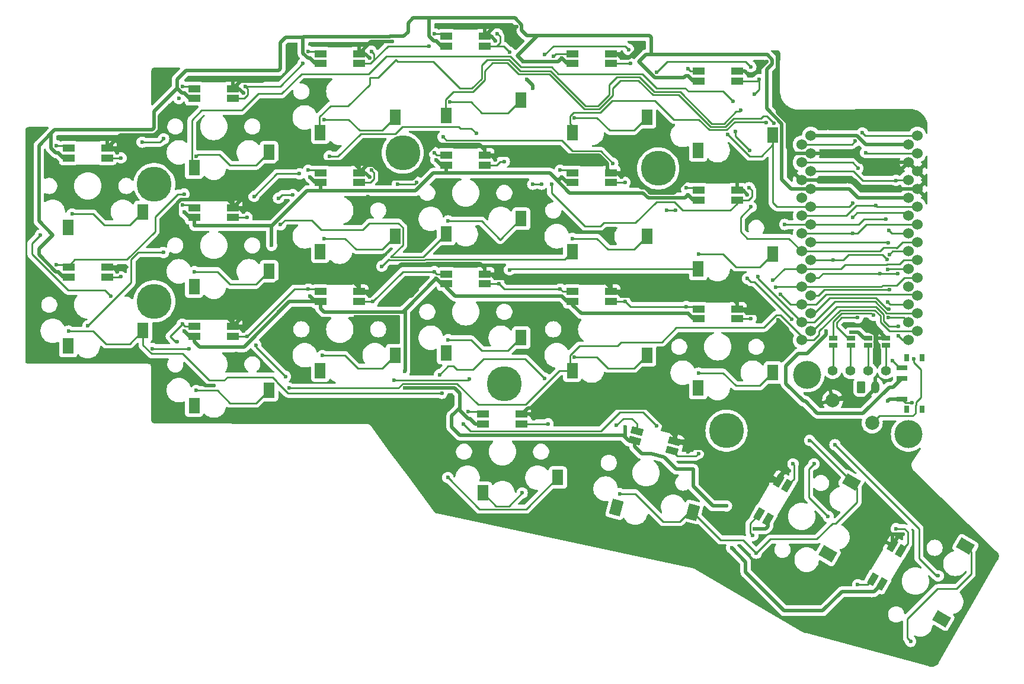
<source format=gbr>
G04 #@! TF.GenerationSoftware,KiCad,Pcbnew,7.0.8*
G04 #@! TF.CreationDate,2024-02-29T00:10:42-05:00*
G04 #@! TF.ProjectId,heawood4,68656177-6f6f-4643-942e-6b696361645f,1.0*
G04 #@! TF.SameCoordinates,Original*
G04 #@! TF.FileFunction,Copper,L1,Top*
G04 #@! TF.FilePolarity,Positive*
%FSLAX46Y46*%
G04 Gerber Fmt 4.6, Leading zero omitted, Abs format (unit mm)*
G04 Created by KiCad (PCBNEW 7.0.8) date 2024-02-29 00:10:42*
%MOMM*%
%LPD*%
G01*
G04 APERTURE LIST*
G04 Aperture macros list*
%AMRoundRect*
0 Rectangle with rounded corners*
0 $1 Rounding radius*
0 $2 $3 $4 $5 $6 $7 $8 $9 X,Y pos of 4 corners*
0 Add a 4 corners polygon primitive as box body*
4,1,4,$2,$3,$4,$5,$6,$7,$8,$9,$2,$3,0*
0 Add four circle primitives for the rounded corners*
1,1,$1+$1,$2,$3*
1,1,$1+$1,$4,$5*
1,1,$1+$1,$6,$7*
1,1,$1+$1,$8,$9*
0 Add four rect primitives between the rounded corners*
20,1,$1+$1,$2,$3,$4,$5,0*
20,1,$1+$1,$4,$5,$6,$7,0*
20,1,$1+$1,$6,$7,$8,$9,0*
20,1,$1+$1,$8,$9,$2,$3,0*%
%AMRotRect*
0 Rectangle, with rotation*
0 The origin of the aperture is its center*
0 $1 length*
0 $2 width*
0 $3 Rotation angle, in degrees counterclockwise*
0 Add horizontal line*
21,1,$1,$2,0,0,$3*%
G04 Aperture macros list end*
G04 #@! TA.AperFunction,SMDPad,CuDef*
%ADD10R,1.700000X1.000000*%
G04 #@! TD*
G04 #@! TA.AperFunction,SMDPad,CuDef*
%ADD11RotRect,1.700000X1.000000X165.000000*%
G04 #@! TD*
G04 #@! TA.AperFunction,SMDPad,CuDef*
%ADD12RotRect,1.700000X1.000000X240.000000*%
G04 #@! TD*
G04 #@! TA.AperFunction,SMDPad,CuDef*
%ADD13R,0.800000X1.000000*%
G04 #@! TD*
G04 #@! TA.AperFunction,SMDPad,CuDef*
%ADD14R,1.500000X0.700000*%
G04 #@! TD*
G04 #@! TA.AperFunction,ComponentPad*
%ADD15C,5.000000*%
G04 #@! TD*
G04 #@! TA.AperFunction,ComponentPad*
%ADD16RoundRect,0.250000X-0.350000X-0.625000X0.350000X-0.625000X0.350000X0.625000X-0.350000X0.625000X0*%
G04 #@! TD*
G04 #@! TA.AperFunction,ComponentPad*
%ADD17O,1.200000X1.750000*%
G04 #@! TD*
G04 #@! TA.AperFunction,SMDPad,CuDef*
%ADD18RotRect,1.600000X2.200000X240.000000*%
G04 #@! TD*
G04 #@! TA.AperFunction,SMDPad,CuDef*
%ADD19RotRect,1.600000X2.200000X165.000000*%
G04 #@! TD*
G04 #@! TA.AperFunction,SMDPad,CuDef*
%ADD20R,1.600000X2.200000*%
G04 #@! TD*
G04 #@! TA.AperFunction,SMDPad,CuDef*
%ADD21R,1.143000X0.635000*%
G04 #@! TD*
G04 #@! TA.AperFunction,ComponentPad*
%ADD22C,1.524000*%
G04 #@! TD*
G04 #@! TA.AperFunction,ComponentPad*
%ADD23C,2.000000*%
G04 #@! TD*
G04 #@! TA.AperFunction,ComponentPad*
%ADD24C,1.397000*%
G04 #@! TD*
G04 #@! TA.AperFunction,ComponentPad*
%ADD25C,4.000000*%
G04 #@! TD*
G04 #@! TA.AperFunction,ViaPad*
%ADD26C,0.600000*%
G04 #@! TD*
G04 #@! TA.AperFunction,Conductor*
%ADD27C,0.500000*%
G04 #@! TD*
G04 #@! TA.AperFunction,Conductor*
%ADD28C,0.250000*%
G04 #@! TD*
G04 APERTURE END LIST*
D10*
X108248325Y-85506814D03*
X108248325Y-84106814D03*
X113748325Y-84106814D03*
X113748325Y-85506814D03*
X162248325Y-88006814D03*
X162248325Y-86606814D03*
X167748325Y-86606814D03*
X167748325Y-88006814D03*
X90248325Y-107506814D03*
X90248325Y-106106814D03*
X95748325Y-106106814D03*
X95748325Y-107506814D03*
X108248325Y-68506814D03*
X108248325Y-67106814D03*
X113748325Y-67106814D03*
X113748325Y-68506814D03*
D11*
X153125599Y-122430693D03*
X153487945Y-121078396D03*
X158800537Y-122501901D03*
X158438191Y-123854197D03*
D12*
X172165962Y-133636427D03*
X170953526Y-132936427D03*
X173703526Y-128173288D03*
X174915962Y-128873288D03*
X188415962Y-142886427D03*
X187203526Y-142186427D03*
X189953526Y-137423288D03*
X191165962Y-138123288D03*
D10*
X90248325Y-73506814D03*
X90248325Y-72106814D03*
X95748325Y-72106814D03*
X95748325Y-73506814D03*
X126248325Y-66006814D03*
X126248325Y-64606814D03*
X131748325Y-64606814D03*
X131748325Y-66006814D03*
X144248325Y-68506814D03*
X144248325Y-67106814D03*
X149748325Y-67106814D03*
X149748325Y-68506814D03*
X162248325Y-71006814D03*
X162248325Y-69606814D03*
X167748325Y-69606814D03*
X167748325Y-71006814D03*
X72248325Y-99006814D03*
X72248325Y-97606814D03*
X77748325Y-97606814D03*
X77748325Y-99006814D03*
X90248325Y-90506814D03*
X90248325Y-89106814D03*
X95748325Y-89106814D03*
X95748325Y-90506814D03*
X126248325Y-83006814D03*
X126248325Y-81606814D03*
X131748325Y-81606814D03*
X131748325Y-83006814D03*
X144248325Y-85506814D03*
X144248325Y-84106814D03*
X149748325Y-84106814D03*
X149748325Y-85506814D03*
X131498325Y-120006814D03*
X131498325Y-118606814D03*
X136998325Y-118606814D03*
X136998325Y-120006814D03*
X108248325Y-102506814D03*
X108248325Y-101106814D03*
X113748325Y-101106814D03*
X113748325Y-102506814D03*
X126248325Y-100006814D03*
X126248325Y-98606814D03*
X131748325Y-98606814D03*
X131748325Y-100006814D03*
X144248325Y-102506814D03*
X144248325Y-101106814D03*
X149748325Y-101106814D03*
X149748325Y-102506814D03*
X162248325Y-105006814D03*
X162248325Y-103606814D03*
X167748325Y-103606814D03*
X167748325Y-105006814D03*
X72248325Y-82006814D03*
X72248325Y-80606814D03*
X77748325Y-80606814D03*
X77748325Y-82006814D03*
D13*
X191970000Y-117900000D03*
X194180000Y-117900000D03*
X191970000Y-110600000D03*
X194180000Y-110600000D03*
D14*
X191320000Y-116500000D03*
X191320000Y-113500000D03*
X191320000Y-112000000D03*
D15*
X134500000Y-114250000D03*
X84500000Y-102500000D03*
X166250000Y-121000032D03*
D16*
X185500000Y-114750000D03*
D17*
X187500000Y-114750000D03*
D18*
X184104294Y-128345002D03*
X180709550Y-138624871D03*
D19*
X161423184Y-132618596D03*
X150518375Y-131974269D03*
D20*
X82900000Y-89700000D03*
X72200000Y-91900000D03*
X100900000Y-81200000D03*
X90200000Y-83400000D03*
X118900000Y-76200000D03*
X108200000Y-78400000D03*
X136900000Y-73700000D03*
X126200000Y-75900000D03*
X154900000Y-76200000D03*
X144200000Y-78400000D03*
X172900000Y-78700000D03*
X162200000Y-80900000D03*
X82900000Y-106700000D03*
X72200000Y-108900000D03*
X100900000Y-98200000D03*
X90200000Y-100400000D03*
X118900000Y-93200000D03*
X108200000Y-95400000D03*
X136900000Y-90700000D03*
X126200000Y-92900000D03*
X154900000Y-93200000D03*
X144200000Y-95400000D03*
X172900000Y-95700000D03*
X162200000Y-97900000D03*
X142150000Y-127700000D03*
X131450000Y-129900000D03*
X100900000Y-115200000D03*
X90200000Y-117400000D03*
X118900000Y-110200000D03*
X108200000Y-112400000D03*
X136900000Y-107700000D03*
X126200000Y-109900000D03*
X154900000Y-110200000D03*
X144200000Y-112400000D03*
X172900000Y-112700000D03*
X162200000Y-114900000D03*
D21*
X189000500Y-107789620D03*
X189000500Y-108790380D03*
X186500500Y-107789620D03*
X186500500Y-108790380D03*
X184000500Y-107789620D03*
X184000500Y-108790380D03*
X181500500Y-107789620D03*
X181500500Y-108790380D03*
D22*
X178311900Y-78812000D03*
X178311900Y-81352000D03*
X178311900Y-83892000D03*
X178311900Y-86432000D03*
X178311900Y-88972000D03*
X178311900Y-91512000D03*
X178311900Y-94052000D03*
X178311900Y-96592000D03*
X178311900Y-99132000D03*
X178311900Y-101672000D03*
X178311900Y-104212000D03*
X178311900Y-106752000D03*
X193531900Y-106752000D03*
X193531900Y-104212000D03*
X193531900Y-101672000D03*
X193531900Y-99132000D03*
X193531900Y-96592000D03*
X193531900Y-94052000D03*
X193531900Y-91512000D03*
X193531900Y-88972000D03*
X193531900Y-86432000D03*
X193531900Y-83892000D03*
X193531900Y-81352000D03*
X193531900Y-78812000D03*
X176985500Y-80082000D03*
X176985500Y-82622000D03*
X176985500Y-85162000D03*
X176985500Y-87702000D03*
X176985500Y-90242000D03*
X176985500Y-92782000D03*
X176985500Y-95322000D03*
X176985500Y-97862000D03*
X176985500Y-100402000D03*
X176985500Y-102942000D03*
X176985500Y-105482000D03*
X176985500Y-108022000D03*
X192225500Y-108022000D03*
X192225500Y-105482000D03*
X192225500Y-102942000D03*
X192225500Y-100402000D03*
X192225500Y-97862000D03*
X192225500Y-95322000D03*
X192225500Y-92782000D03*
X192225500Y-90242000D03*
X192225500Y-87702000D03*
X192225500Y-85162000D03*
X192225500Y-82622000D03*
X192225500Y-80082000D03*
D23*
X187064583Y-119875000D03*
X181435417Y-116625000D03*
D24*
X181436893Y-112418328D03*
X183976893Y-112418328D03*
X186516893Y-112418328D03*
X189056893Y-112418328D03*
D18*
X200404294Y-137508399D03*
X196959550Y-147874871D03*
D25*
X192250000Y-121500000D03*
X177760000Y-113000000D03*
D15*
X120000000Y-81250000D03*
X84500000Y-85750000D03*
X156500000Y-83500000D03*
D26*
X95000000Y-104750000D03*
X186750000Y-77517268D03*
X190750000Y-98507500D03*
X187250000Y-82660000D03*
X187210880Y-106000000D03*
X180500000Y-106750000D03*
X180750000Y-78812000D03*
X183250000Y-106000000D03*
X190000000Y-111000000D03*
X174574500Y-91500000D03*
X173950000Y-101500000D03*
X173250000Y-100500000D03*
X167500000Y-78250000D03*
X169583178Y-80916822D03*
X175566589Y-105066589D03*
X192750000Y-117000000D03*
X191320000Y-113500000D03*
X175000000Y-109250000D03*
X192992750Y-110757250D03*
X189250000Y-116750000D03*
X183500000Y-86432000D03*
X171500000Y-104250000D03*
X173612589Y-105112589D03*
X115000000Y-87500000D03*
X124250000Y-102000000D03*
X122095023Y-100845023D03*
X120500000Y-101750000D03*
X119374500Y-104750000D03*
X113250000Y-104750000D03*
X90750000Y-113500000D03*
X93000000Y-114500000D03*
X96000000Y-112250000D03*
X96250000Y-110000000D03*
X180709550Y-138624871D03*
X196959550Y-147874871D03*
X196500000Y-141750000D03*
X180750000Y-133250000D03*
X178750000Y-125750000D03*
X82750000Y-79750000D03*
X85824500Y-79250000D03*
X137250000Y-68250000D03*
X137750000Y-70750000D03*
X138575500Y-72000000D03*
X190500000Y-135000000D03*
X191500000Y-135750000D03*
X185000000Y-143000000D03*
X167000000Y-137750000D03*
X187000000Y-144000000D03*
X192554294Y-151104998D03*
X126450000Y-127700000D03*
X137050000Y-129900000D03*
X129500000Y-113625500D03*
X138750000Y-117750000D03*
X140250000Y-113500000D03*
X125250000Y-113000000D03*
X87750000Y-108250000D03*
X125575500Y-115649000D03*
X103750000Y-114899500D03*
X103250000Y-113250000D03*
X99000000Y-108750000D03*
X89500000Y-109250000D03*
X84250000Y-109250000D03*
X78250000Y-101750000D03*
X101250000Y-94500000D03*
X102280331Y-104030331D03*
X118750000Y-113750000D03*
X84500000Y-94250000D03*
X129625000Y-119258884D03*
X138750000Y-119258884D03*
X129375000Y-118258884D03*
X128625000Y-120008884D03*
X140750000Y-120008884D03*
X86500000Y-71750000D03*
X86750000Y-74500000D03*
X144200000Y-95400000D03*
X159000000Y-89500000D03*
X108200000Y-112400000D03*
X169750000Y-89000000D03*
X117000000Y-97500000D03*
X157700500Y-89500000D03*
X162200000Y-80900000D03*
X126200000Y-92900000D03*
X139824500Y-85750000D03*
X171965890Y-76907713D03*
X144200000Y-78400000D03*
X90200000Y-117400000D03*
X172875500Y-99500000D03*
X102540028Y-91540028D03*
X138575500Y-85750000D03*
X173000000Y-77000000D03*
X119250000Y-85750000D03*
X126200000Y-75900000D03*
X121980073Y-85480073D03*
X108200000Y-95400000D03*
X160750000Y-124000000D03*
X100250000Y-70750000D03*
X138000000Y-99250000D03*
X169250000Y-87250000D03*
X115250000Y-67750000D03*
X169250000Y-104250000D03*
X151250000Y-84750000D03*
X154191589Y-65808411D03*
X169500000Y-70250000D03*
X172000000Y-68250000D03*
X79250000Y-81250000D03*
X97250000Y-89750000D03*
X118500000Y-65375500D03*
X115250000Y-101750000D03*
X190085500Y-86410000D03*
X79250000Y-98250000D03*
X80500000Y-97606814D03*
X115250000Y-84750000D03*
X133250000Y-65250000D03*
X133250000Y-82250000D03*
X151250000Y-101750000D03*
X151250000Y-67750000D03*
X175250000Y-126750000D03*
X84750000Y-70000000D03*
X97250000Y-106750000D03*
X190525500Y-77940000D03*
X136250000Y-63250000D03*
X133250000Y-99250000D03*
X97250000Y-72750000D03*
X173549500Y-67574186D03*
X88750000Y-89750000D03*
X120250000Y-112500000D03*
X70750000Y-81250000D03*
X88750000Y-106750000D03*
X70750000Y-98250000D03*
X160750000Y-70250000D03*
X151750000Y-120500000D03*
X88750000Y-72750000D03*
X106750000Y-84750000D03*
X166250000Y-131750000D03*
X142750000Y-101750000D03*
X142750000Y-67750000D03*
X124750000Y-65250000D03*
X184007876Y-106914500D03*
X124750000Y-82250000D03*
X160750000Y-104250000D03*
X106750000Y-67750000D03*
X142750000Y-84750000D03*
X120250000Y-114899500D03*
X160750000Y-87250000D03*
X124750000Y-99250000D03*
X106750000Y-101750000D03*
X170250000Y-135000000D03*
X162250000Y-112750000D03*
X166391589Y-78608411D03*
X162250000Y-95750000D03*
X184250000Y-88500000D03*
X184250000Y-90500000D03*
X189025500Y-90740000D03*
X189425500Y-92340000D03*
X144500000Y-110500000D03*
X144500000Y-76250000D03*
X144250000Y-93500000D03*
X189375500Y-94165500D03*
X126750000Y-74000000D03*
X126500000Y-91000000D03*
X189501000Y-95790000D03*
X126500000Y-108000000D03*
X181499500Y-96592000D03*
X108500000Y-110250000D03*
X140250000Y-67250000D03*
X152250000Y-66500000D03*
X108750000Y-76500000D03*
X189237932Y-96544983D03*
X189268828Y-97901984D03*
X108750000Y-93500000D03*
X169724681Y-68973421D03*
X156279977Y-69720023D03*
X188170602Y-98568371D03*
X90250000Y-98250000D03*
X90500000Y-115250000D03*
X90500000Y-81750000D03*
X184637773Y-79612227D03*
X185674339Y-78424339D03*
X170914207Y-70780323D03*
X170250000Y-72875500D03*
X186124500Y-81250000D03*
X185035500Y-83440000D03*
X160720023Y-69220023D03*
X152500000Y-68500000D03*
X141500000Y-67500000D03*
X133500000Y-64250000D03*
X135250000Y-66873421D03*
X124500000Y-64250000D03*
X123750000Y-66000000D03*
X115500000Y-66750000D03*
X105750000Y-68500000D03*
X106500000Y-66750000D03*
X97500000Y-71750000D03*
X124500000Y-81250000D03*
X150000000Y-82750000D03*
X151750000Y-85500000D03*
X125750000Y-79000000D03*
X190475500Y-85220000D03*
X185000000Y-104824500D03*
X184250000Y-92782000D03*
X187250000Y-104500000D03*
X187601000Y-88817963D03*
X88500000Y-71750000D03*
X88000000Y-73497921D03*
X79750000Y-81997921D03*
X70500000Y-80250000D03*
X79750000Y-99000000D03*
X160500000Y-86250000D03*
X169750000Y-105000000D03*
X106500000Y-83750000D03*
X134500000Y-82500000D03*
X130500000Y-78500000D03*
X109500000Y-81750000D03*
X142500000Y-83750000D03*
X169500000Y-86250000D03*
X141250000Y-85750000D03*
X162250000Y-124250000D03*
X156250000Y-120299500D03*
X98750000Y-87500000D03*
X115500000Y-83750000D03*
X88500000Y-88750000D03*
X105250000Y-84250000D03*
X104250000Y-87250000D03*
X102250000Y-87750000D03*
X108200000Y-78400000D03*
X168316589Y-75183411D03*
X90200000Y-100400000D03*
X181750000Y-123000000D03*
X162200000Y-114900000D03*
X72200000Y-108900000D03*
X170750000Y-99000000D03*
X85824500Y-95500000D03*
X167198054Y-73918768D03*
X90200000Y-83400000D03*
X75000000Y-106000000D03*
X72200000Y-91900000D03*
X68250000Y-93000000D03*
X150518375Y-131974269D03*
X144200000Y-112400000D03*
X189500000Y-100840000D03*
X72250000Y-106750000D03*
X72750000Y-90000000D03*
X189325500Y-102640000D03*
X97750000Y-90500000D03*
X88750000Y-87168686D03*
X70500000Y-97250000D03*
X150500000Y-120250000D03*
X175750000Y-125750000D03*
X88500000Y-105750000D03*
X170000000Y-136000000D03*
X151750000Y-102500000D03*
X160500000Y-103250000D03*
X142500000Y-100750000D03*
X133750000Y-100000000D03*
X189463417Y-103587500D03*
X189377042Y-104836500D03*
X151000000Y-130000000D03*
X178125000Y-122375000D03*
X170500000Y-138500000D03*
X115750000Y-102500000D03*
X124500000Y-98250000D03*
X106500000Y-100750000D03*
X97750000Y-107500000D03*
X135250000Y-98000000D03*
X190825500Y-107440000D03*
X169250000Y-99250000D03*
X162200000Y-97900000D03*
X190825500Y-106040000D03*
X126200000Y-109900000D03*
D27*
X167748325Y-85498325D02*
X167748325Y-86606814D01*
X167500000Y-85250000D02*
X167748325Y-85498325D01*
X155329814Y-87000000D02*
X158689339Y-87000000D01*
X158689339Y-87000000D02*
X160439339Y-85250000D01*
X154050000Y-86300000D02*
X154629814Y-86300000D01*
X160439339Y-85250000D02*
X167500000Y-85250000D01*
X149748325Y-84106814D02*
X151856814Y-84106814D01*
X151856814Y-84106814D02*
X154050000Y-86300000D01*
X154629814Y-86300000D02*
X155329814Y-87000000D01*
D28*
X131551650Y-110750000D02*
X137500000Y-110750000D01*
X127750000Y-112250000D02*
X130051650Y-112250000D01*
X127250000Y-111750000D02*
X127750000Y-112250000D01*
X137500000Y-110750000D02*
X140250000Y-113500000D01*
X126500000Y-111750000D02*
X127250000Y-111750000D01*
X130051650Y-112250000D02*
X131551650Y-110750000D01*
X125250000Y-113000000D02*
X126500000Y-111750000D01*
X142391966Y-112400000D02*
X144200000Y-112400000D01*
X137541966Y-117250000D02*
X142391966Y-112400000D01*
X127750000Y-114250000D02*
X130750000Y-117250000D01*
X120015616Y-114250000D02*
X127750000Y-114250000D01*
X130750000Y-117250000D02*
X137541966Y-117250000D01*
X119366116Y-114899500D02*
X120015616Y-114250000D01*
X103750000Y-114899500D02*
X119366116Y-114899500D01*
D27*
X161250000Y-123500000D02*
X160750000Y-124000000D01*
X162750000Y-123500000D02*
X161250000Y-123500000D01*
X172076712Y-128173288D02*
X169750000Y-130500000D01*
X173703526Y-128173288D02*
X172076712Y-128173288D01*
X169750000Y-130500000D02*
X162750000Y-123500000D01*
X95059697Y-104809697D02*
X95000000Y-104750000D01*
X95059697Y-104918186D02*
X95059697Y-104809697D01*
X187172732Y-77940000D02*
X190525500Y-77940000D01*
X186750000Y-77517268D02*
X187172732Y-77940000D01*
D28*
X179389530Y-99132000D02*
X178311900Y-99132000D01*
X180021530Y-98500000D02*
X179389530Y-99132000D01*
X188170602Y-98568371D02*
X188102231Y-98500000D01*
X190730516Y-98526984D02*
X190750000Y-98507500D01*
X188968557Y-98568371D02*
X189009944Y-98526984D01*
X188170602Y-98568371D02*
X188968557Y-98568371D01*
X189009944Y-98526984D02*
X190730516Y-98526984D01*
X188102231Y-98500000D02*
X180021530Y-98500000D01*
X179360750Y-101672000D02*
X178311900Y-101672000D01*
X189500000Y-100840000D02*
X180192750Y-100840000D01*
X180192750Y-100840000D02*
X179360750Y-101672000D01*
X191618000Y-99132000D02*
X193531900Y-99132000D01*
X188391616Y-100390000D02*
X188566616Y-100215000D01*
X190535000Y-100215000D02*
X191618000Y-99132000D01*
X176997500Y-100390000D02*
X188391616Y-100390000D01*
X188566616Y-100215000D02*
X190535000Y-100215000D01*
X176985500Y-100402000D02*
X176997500Y-100390000D01*
X189308812Y-97862000D02*
X192225500Y-97862000D01*
X189268828Y-97901984D02*
X189308812Y-97862000D01*
X184250000Y-92782000D02*
X184983500Y-92782000D01*
X184910000Y-89840000D02*
X191823500Y-89840000D01*
X184250000Y-90500000D02*
X184910000Y-89840000D01*
X191823500Y-89840000D02*
X192225500Y-90242000D01*
X184815921Y-88817963D02*
X183391884Y-90242000D01*
X183391884Y-90242000D02*
X176985500Y-90242000D01*
X187601000Y-88817963D02*
X184815921Y-88817963D01*
X183778000Y-88972000D02*
X178311900Y-88972000D01*
X184250000Y-88500000D02*
X183778000Y-88972000D01*
D27*
X185037500Y-87702000D02*
X192225500Y-87702000D01*
X183767500Y-86432000D02*
X185037500Y-87702000D01*
X183500000Y-86432000D02*
X183767500Y-86432000D01*
X183500000Y-86432000D02*
X178311900Y-86432000D01*
X187250000Y-82660000D02*
X185387750Y-82660000D01*
X189837500Y-82660000D02*
X187250000Y-82660000D01*
D28*
X192992750Y-111242750D02*
X192992750Y-110757250D01*
X194000000Y-112250000D02*
X192992750Y-111242750D01*
X194000000Y-116250000D02*
X194000000Y-112250000D01*
X193375000Y-116875000D02*
X194000000Y-116250000D01*
X193375000Y-117258884D02*
X193375000Y-116875000D01*
X193250000Y-118500000D02*
X193250000Y-117383884D01*
X192875000Y-118875000D02*
X193250000Y-118500000D01*
X188064583Y-118875000D02*
X192875000Y-118875000D01*
X193250000Y-117383884D02*
X193375000Y-117258884D01*
X187064583Y-119875000D02*
X188064583Y-118875000D01*
D27*
X181560417Y-116500000D02*
X181435417Y-116625000D01*
X187500000Y-115000000D02*
X186000000Y-116500000D01*
X186000000Y-116500000D02*
X181560417Y-116500000D01*
X187500000Y-114750000D02*
X187500000Y-115000000D01*
D28*
X126125000Y-73625000D02*
X126125000Y-75825000D01*
X127225000Y-72525000D02*
X126125000Y-73625000D01*
X130045889Y-72525000D02*
X127225000Y-72525000D01*
X131700000Y-70870889D02*
X130045889Y-72525000D01*
X131700000Y-69550000D02*
X131700000Y-70870889D01*
X140929111Y-70000000D02*
X136500000Y-70000000D01*
X134897921Y-68397921D02*
X132852079Y-68397921D01*
X132852079Y-68397921D02*
X131700000Y-69550000D01*
X145954111Y-75025000D02*
X140929111Y-70000000D01*
X148059317Y-75025000D02*
X145954111Y-75025000D01*
X150000000Y-73084317D02*
X148059317Y-75025000D01*
X150000000Y-72000000D02*
X150000000Y-73084317D01*
X151102079Y-70897921D02*
X150000000Y-72000000D01*
X126125000Y-75825000D02*
X126200000Y-75900000D01*
X153647921Y-70897921D02*
X151102079Y-70897921D01*
X155750000Y-73000000D02*
X153647921Y-70897921D01*
X159429111Y-73000000D02*
X155750000Y-73000000D01*
X163954111Y-77525000D02*
X159429111Y-73000000D01*
X136500000Y-70000000D02*
X134897921Y-68397921D01*
X166111396Y-77525000D02*
X163954111Y-77525000D01*
X167261396Y-76375000D02*
X166111396Y-77525000D01*
X171484384Y-76015616D02*
X171125000Y-76375000D01*
X171125000Y-76375000D02*
X167261396Y-76375000D01*
X172015616Y-76015616D02*
X171484384Y-76015616D01*
X173000000Y-77000000D02*
X172015616Y-76015616D01*
D27*
X190070000Y-114750000D02*
X191320000Y-113500000D01*
X189504962Y-114750000D02*
X190070000Y-114750000D01*
X185754962Y-118500000D02*
X189504962Y-114750000D01*
X177500000Y-116750000D02*
X179250000Y-118500000D01*
X179250000Y-118500000D02*
X185754962Y-118500000D01*
X177250000Y-116750000D02*
X177500000Y-116750000D01*
X174750000Y-111750000D02*
X174750000Y-114250000D01*
X177750000Y-110000000D02*
X176500000Y-110000000D01*
X176500000Y-110000000D02*
X174750000Y-111750000D01*
X180500000Y-107250000D02*
X177750000Y-110000000D01*
X174750000Y-114250000D02*
X177250000Y-116750000D01*
X180500000Y-106750000D02*
X180500000Y-107250000D01*
D28*
X191820000Y-117000000D02*
X191320000Y-116500000D01*
X192750000Y-117000000D02*
X191820000Y-117000000D01*
D27*
X184897500Y-78812000D02*
X186167500Y-80082000D01*
X186167500Y-80082000D02*
X192225500Y-80082000D01*
X178311900Y-78812000D02*
X184897500Y-78812000D01*
D28*
X189517220Y-106752000D02*
X193531900Y-106752000D01*
X188250500Y-105485280D02*
X189517220Y-106752000D01*
X188250500Y-104551396D02*
X188250500Y-105485280D01*
X187449104Y-103750000D02*
X188250500Y-104551396D01*
X179500000Y-106750000D02*
X182500000Y-103750000D01*
X178728000Y-108022000D02*
X179500000Y-107250000D01*
X176985500Y-108022000D02*
X178728000Y-108022000D01*
X179500000Y-107250000D02*
X179500000Y-106750000D01*
X182500000Y-103750000D02*
X187449104Y-103750000D01*
D27*
X187210880Y-106000000D02*
X183250000Y-106000000D01*
X189000500Y-107789620D02*
X187210880Y-106000000D01*
D28*
X183625120Y-107789620D02*
X184000500Y-107789620D01*
X182000000Y-106164500D02*
X183625120Y-107789620D01*
X182000000Y-105522792D02*
X182000000Y-106164500D01*
X182698292Y-104824500D02*
X182000000Y-105522792D01*
X185000000Y-104824500D02*
X182698292Y-104824500D01*
X181500000Y-107789120D02*
X181500500Y-107789620D01*
X181500000Y-105386396D02*
X181500000Y-107789120D01*
X182686396Y-104200000D02*
X181500000Y-105386396D01*
X186950000Y-104200000D02*
X182686396Y-104200000D01*
X187250000Y-104500000D02*
X186950000Y-104200000D01*
X187585500Y-103250000D02*
X188700500Y-104365000D01*
X188700500Y-105298884D02*
X189441616Y-106040000D01*
X178498000Y-106752000D02*
X182000000Y-103250000D01*
X182000000Y-103250000D02*
X187585500Y-103250000D01*
X188700500Y-104365000D02*
X188700500Y-105298884D01*
X189441616Y-106040000D02*
X190825500Y-106040000D01*
X178311900Y-106752000D02*
X178498000Y-106752000D01*
X189150500Y-104212000D02*
X193531900Y-104212000D01*
X189150500Y-104178604D02*
X189150500Y-104212000D01*
X187471896Y-102500000D02*
X189150500Y-104178604D01*
X178768000Y-105482000D02*
X181750000Y-102500000D01*
X181750000Y-102500000D02*
X187471896Y-102500000D01*
X176985500Y-105482000D02*
X178768000Y-105482000D01*
X178788000Y-104212000D02*
X178311900Y-104212000D01*
X181000000Y-102000000D02*
X178788000Y-104212000D01*
X187608292Y-102000000D02*
X181000000Y-102000000D01*
X189195792Y-103587500D02*
X187608292Y-102000000D01*
X189463417Y-103587500D02*
X189195792Y-103587500D01*
X193348900Y-101489000D02*
X193531900Y-101672000D01*
X180511000Y-101489000D02*
X193348900Y-101489000D01*
X179058000Y-102942000D02*
X180511000Y-101489000D01*
X176985500Y-102942000D02*
X179058000Y-102942000D01*
X191000000Y-112000000D02*
X190000000Y-111000000D01*
X191320000Y-112000000D02*
X191000000Y-112000000D01*
X191320000Y-113500000D02*
X191070000Y-113750000D01*
D27*
X175000000Y-76949389D02*
X173549500Y-75498889D01*
X173549500Y-75498889D02*
X173549500Y-67574186D01*
X175852000Y-81352000D02*
X175000000Y-80500000D01*
X178311900Y-81352000D02*
X175852000Y-81352000D01*
X175000000Y-80500000D02*
X175000000Y-76949389D01*
X175517500Y-86432000D02*
X178311900Y-86432000D01*
X174150000Y-77089339D02*
X174150000Y-85064500D01*
X172000000Y-69310661D02*
X172000000Y-74939339D01*
X172750000Y-68560661D02*
X172000000Y-69310661D01*
X174150000Y-85064500D02*
X175517500Y-86432000D01*
X172750000Y-67939339D02*
X172750000Y-68560661D01*
X172060661Y-67250000D02*
X172750000Y-67939339D01*
X172000000Y-74939339D02*
X174150000Y-77089339D01*
X155750000Y-67250000D02*
X172060661Y-67250000D01*
D28*
X144200000Y-77433884D02*
X144200000Y-78400000D01*
X143875000Y-77108884D02*
X144200000Y-77433884D01*
X143875000Y-75991116D02*
X143875000Y-77108884D01*
X144391116Y-75475000D02*
X143875000Y-75991116D01*
X148245713Y-75475000D02*
X144391116Y-75475000D01*
X149945713Y-73775000D02*
X148245713Y-75475000D01*
X156025000Y-73775000D02*
X149945713Y-73775000D01*
X158750000Y-76500000D02*
X156025000Y-73775000D01*
X162292715Y-76500000D02*
X158750000Y-76500000D01*
X163767715Y-77975000D02*
X162292715Y-76500000D01*
X166297792Y-77975000D02*
X163767715Y-77975000D01*
X167447792Y-76825000D02*
X166297792Y-77975000D01*
X171883177Y-76825000D02*
X167447792Y-76825000D01*
X171965890Y-76907713D02*
X171883177Y-76825000D01*
X172875500Y-99500000D02*
X174513500Y-97862000D01*
X174513500Y-97862000D02*
X176985500Y-97862000D01*
X174574500Y-91500000D02*
X174586500Y-91512000D01*
X174586500Y-91512000D02*
X178311900Y-91512000D01*
X175392000Y-102942000D02*
X176985500Y-102942000D01*
X173950000Y-101500000D02*
X175392000Y-102942000D01*
X173250000Y-100500000D02*
X173348000Y-100402000D01*
X173348000Y-100402000D02*
X176985500Y-100402000D01*
X167500000Y-78851650D02*
X167500000Y-78250000D01*
X169565172Y-80916822D02*
X167500000Y-78851650D01*
X169583178Y-80916822D02*
X169565172Y-80916822D01*
X172900000Y-80100000D02*
X172900000Y-78700000D01*
X171250000Y-81750000D02*
X172900000Y-80100000D01*
X169533178Y-81750000D02*
X171250000Y-81750000D01*
X166391589Y-78608411D02*
X169533178Y-81750000D01*
X185925500Y-90740000D02*
X189025500Y-90740000D01*
X185153500Y-91512000D02*
X185925500Y-90740000D01*
X180624500Y-91512000D02*
X185153500Y-91512000D01*
X178311900Y-91512000D02*
X180624500Y-91512000D01*
X184168000Y-80082000D02*
X176985500Y-80082000D01*
X184637773Y-79612227D02*
X184168000Y-80082000D01*
X173472000Y-88972000D02*
X178311900Y-88972000D01*
X172900000Y-88400000D02*
X173472000Y-88972000D01*
X172900000Y-85100000D02*
X172900000Y-88400000D01*
X169250000Y-93500000D02*
X175163500Y-93500000D01*
X168250000Y-92500000D02*
X169250000Y-93500000D01*
X175163500Y-93500000D02*
X176985500Y-95322000D01*
X168250000Y-90500000D02*
X168250000Y-92500000D01*
X169750000Y-89000000D02*
X168250000Y-90500000D01*
X172900000Y-78700000D02*
X172900000Y-85100000D01*
X170687716Y-71006814D02*
X167748325Y-71006814D01*
X170914207Y-72211293D02*
X170250000Y-72875500D01*
X170914207Y-70780323D02*
X170687716Y-71006814D01*
X170914207Y-70780323D02*
X170914207Y-72211293D01*
X108125000Y-78325000D02*
X108200000Y-78400000D01*
X109675000Y-74575000D02*
X108125000Y-76125000D01*
X112175000Y-74575000D02*
X109675000Y-74575000D01*
X115250000Y-71500000D02*
X112175000Y-74575000D01*
X116447921Y-70500000D02*
X115250000Y-70500000D01*
X119000000Y-67947921D02*
X116447921Y-70500000D01*
X124315507Y-68250000D02*
X119302079Y-68250000D01*
X128140507Y-72075000D02*
X124315507Y-68250000D01*
X115250000Y-70500000D02*
X115250000Y-71500000D01*
X129859493Y-72075000D02*
X128140507Y-72075000D01*
X131250000Y-70684493D02*
X129859493Y-72075000D01*
X132052079Y-67947921D02*
X131250000Y-68750000D01*
X141115507Y-69550000D02*
X136800000Y-69550000D01*
X146140507Y-74575000D02*
X141115507Y-69550000D01*
X119302079Y-68250000D02*
X119000000Y-67947921D01*
X147872921Y-74575000D02*
X146140507Y-74575000D01*
X149500000Y-72947921D02*
X147872921Y-74575000D01*
X149500000Y-71500000D02*
X149500000Y-72947921D01*
X150552079Y-70447921D02*
X149500000Y-71500000D01*
X108125000Y-76125000D02*
X108125000Y-78325000D01*
X153834317Y-70447921D02*
X150552079Y-70447921D01*
X155936396Y-72550000D02*
X153834317Y-70447921D01*
X131250000Y-68750000D02*
X131250000Y-70684493D01*
X165925000Y-77075000D02*
X164140507Y-77075000D01*
X167638604Y-75361396D02*
X165925000Y-77075000D01*
X135197921Y-67947921D02*
X132052079Y-67947921D01*
X159615507Y-72550000D02*
X155936396Y-72550000D01*
X168316589Y-75183411D02*
X168138604Y-75361396D01*
X136800000Y-69550000D02*
X135197921Y-67947921D01*
X168138604Y-75361396D02*
X167638604Y-75361396D01*
X164140507Y-77075000D02*
X159615507Y-72550000D01*
X89875000Y-83075000D02*
X90200000Y-83400000D01*
X91250000Y-75200000D02*
X89875000Y-76575000D01*
X89875000Y-76575000D02*
X89875000Y-83075000D01*
X99328338Y-72828338D02*
X96956676Y-75200000D01*
X102694454Y-72828338D02*
X99328338Y-72828338D01*
X115158755Y-69997921D02*
X105524871Y-69997921D01*
X136886396Y-69000000D02*
X135384317Y-67497921D01*
X141244885Y-69000000D02*
X136886396Y-69000000D01*
X105524871Y-69997921D02*
X102694454Y-72828338D01*
X154247921Y-69997921D02*
X142242806Y-69997921D01*
X156250000Y-72000000D02*
X154247921Y-69997921D01*
X96956676Y-75200000D02*
X91250000Y-75200000D01*
X160363605Y-72000000D02*
X156250000Y-72000000D01*
X160861526Y-72497921D02*
X160363605Y-72000000D01*
X142242806Y-69997921D02*
X141244885Y-69000000D01*
X165750000Y-72497921D02*
X160861526Y-72497921D01*
X165752079Y-72500000D02*
X165750000Y-72497921D01*
X165779286Y-72500000D02*
X165752079Y-72500000D01*
X167198054Y-73918768D02*
X165779286Y-72500000D01*
X135384317Y-67497921D02*
X117658755Y-67497921D01*
X117658755Y-67497921D02*
X115158755Y-69997921D01*
X176985500Y-107485500D02*
X176985500Y-108022000D01*
X173987589Y-104487589D02*
X176985500Y-107485500D01*
X173354411Y-104487589D02*
X173987589Y-104487589D01*
X171592000Y-106250000D02*
X173354411Y-104487589D01*
X157021878Y-108325000D02*
X159096878Y-106250000D01*
X151223350Y-108325000D02*
X157021878Y-108325000D01*
X145216941Y-108899175D02*
X150649175Y-108899175D01*
X143875000Y-112075000D02*
X143875000Y-110241116D01*
X143875000Y-110241116D02*
X145216941Y-108899175D01*
X150649175Y-108899175D02*
X151223350Y-108325000D01*
X144200000Y-112400000D02*
X143875000Y-112075000D01*
X159096878Y-106250000D02*
X171592000Y-106250000D01*
X170750000Y-99246500D02*
X170750000Y-99000000D01*
X176985500Y-105482000D02*
X170750000Y-99246500D01*
X170212000Y-99712000D02*
X169750000Y-99712000D01*
X175566589Y-105066589D02*
X170212000Y-99712000D01*
X169712000Y-99712000D02*
X169750000Y-99712000D01*
D27*
X189500000Y-116500000D02*
X191320000Y-116500000D01*
X189250000Y-116750000D02*
X189500000Y-116500000D01*
X175000000Y-109250000D02*
X175000000Y-106500000D01*
X175000000Y-106500000D02*
X173612589Y-105112589D01*
D28*
X186226500Y-81352000D02*
X193531900Y-81352000D01*
X186124500Y-81250000D02*
X186226500Y-81352000D01*
D27*
X185387750Y-82660000D02*
X184079750Y-81352000D01*
X189875500Y-82622000D02*
X189837500Y-82660000D01*
X184079750Y-81352000D02*
X178311900Y-81352000D01*
X192225500Y-82622000D02*
X189875500Y-82622000D01*
D28*
X185674339Y-78424339D02*
X186062000Y-78812000D01*
X186062000Y-78812000D02*
X193531900Y-78812000D01*
X187723037Y-88940000D02*
X193499900Y-88940000D01*
X187601000Y-88817963D02*
X187723037Y-88940000D01*
X193499900Y-88940000D02*
X193531900Y-88972000D01*
D27*
X171831924Y-135000000D02*
X172165962Y-134665962D01*
X170250000Y-135000000D02*
X171831924Y-135000000D01*
X171500000Y-104250000D02*
X169250000Y-104250000D01*
X121190046Y-101750000D02*
X122095023Y-100845023D01*
X120500000Y-101750000D02*
X121190046Y-101750000D01*
X113250000Y-104750000D02*
X119374500Y-104750000D01*
X91750000Y-114500000D02*
X90750000Y-113500000D01*
X93000000Y-114500000D02*
X91750000Y-114500000D01*
D28*
X103615616Y-115649000D02*
X125575500Y-115649000D01*
X102025000Y-114058384D02*
X103615616Y-115649000D01*
X102025000Y-113965380D02*
X102025000Y-114058384D01*
X94925000Y-113325000D02*
X101384620Y-113325000D01*
X94500000Y-113750000D02*
X94925000Y-113325000D01*
X92315507Y-113750000D02*
X94500000Y-113750000D01*
X88565507Y-110000000D02*
X92315507Y-113750000D01*
X101384620Y-113325000D02*
X102025000Y-113965380D01*
X84116116Y-110000000D02*
X88565507Y-110000000D01*
X82900000Y-108783884D02*
X84116116Y-110000000D01*
X82900000Y-106700000D02*
X82900000Y-108783884D01*
D27*
X96250000Y-112000000D02*
X96000000Y-112250000D01*
X96250000Y-110000000D02*
X96250000Y-112000000D01*
X131748325Y-80864271D02*
X131748325Y-81606814D01*
X123500000Y-81189339D02*
X124614339Y-80075000D01*
X123500000Y-82899485D02*
X123500000Y-81189339D01*
X117810661Y-85000000D02*
X121399485Y-85000000D01*
X115810661Y-83000000D02*
X117810661Y-85000000D01*
X114855139Y-83000000D02*
X115810661Y-83000000D01*
X121399485Y-85000000D02*
X123500000Y-82899485D01*
X113748325Y-84106814D02*
X114855139Y-83000000D01*
X130959054Y-80075000D02*
X131748325Y-80864271D01*
X124614339Y-80075000D02*
X130959054Y-80075000D01*
D28*
X142750000Y-79500000D02*
X144281814Y-81031814D01*
X144281814Y-81031814D02*
X148281814Y-81031814D01*
X126250000Y-79500000D02*
X142750000Y-79500000D01*
X148281814Y-81031814D02*
X150000000Y-82750000D01*
X125750000Y-79000000D02*
X126250000Y-79500000D01*
X110750000Y-81750000D02*
X109500000Y-81750000D01*
X113975000Y-78525000D02*
X110750000Y-81750000D01*
X118934620Y-78525000D02*
X113975000Y-78525000D01*
X119959620Y-77500000D02*
X118934620Y-78525000D01*
X127948350Y-77500000D02*
X119959620Y-77500000D01*
X130500000Y-78500000D02*
X129775000Y-77775000D01*
X128223350Y-77775000D02*
X127948350Y-77500000D01*
X129775000Y-77775000D02*
X128223350Y-77775000D01*
D27*
X138106814Y-118615698D02*
X136623325Y-118615698D01*
X138750000Y-119258884D02*
X138106814Y-118615698D01*
D28*
X138252070Y-120015698D02*
X136623325Y-120015698D01*
X138258884Y-120008884D02*
X138252070Y-120015698D01*
X140750000Y-120008884D02*
X138258884Y-120008884D01*
X196250000Y-141750000D02*
X196500000Y-141750000D01*
X193750000Y-139250000D02*
X196250000Y-141750000D01*
X193750000Y-135000000D02*
X193750000Y-139250000D01*
X185831922Y-127081922D02*
X193750000Y-135000000D01*
X184909550Y-129150258D02*
X184104294Y-128345002D01*
X181875817Y-134250000D02*
X184909550Y-131216267D01*
X184909550Y-131216267D02*
X184909550Y-129150258D01*
X172500000Y-136500000D02*
X179157900Y-136500000D01*
X181407900Y-134250000D02*
X181875817Y-134250000D01*
X170500000Y-138500000D02*
X172500000Y-136500000D01*
X179157900Y-136500000D02*
X181407900Y-134250000D01*
X165429588Y-136625000D02*
X161423184Y-132618596D01*
X170500000Y-138500000D02*
X168625000Y-136625000D01*
X168625000Y-136625000D02*
X165429588Y-136625000D01*
X180250000Y-132750000D02*
X180750000Y-133250000D01*
X178000000Y-130500000D02*
X180250000Y-132750000D01*
X178750000Y-125750000D02*
X178000000Y-126500000D01*
X178000000Y-126500000D02*
X178000000Y-130500000D01*
X85324500Y-79750000D02*
X82750000Y-79750000D01*
X85824500Y-79250000D02*
X85324500Y-79750000D01*
D27*
X90500000Y-87250000D02*
X85250000Y-82000000D01*
X85250000Y-82000000D02*
X83500000Y-82000000D01*
X83500000Y-82000000D02*
X80250000Y-78750000D01*
X90500000Y-87918186D02*
X90500000Y-87250000D01*
X127000000Y-118875000D02*
X128125000Y-117750000D01*
X127000000Y-120500000D02*
X127000000Y-118875000D01*
X151437843Y-121622921D02*
X128122921Y-121622921D01*
X151750000Y-121935078D02*
X151437843Y-121622921D01*
X128125000Y-118069545D02*
X128125000Y-117750000D01*
X128125000Y-117750000D02*
X128125000Y-115625000D01*
X128122921Y-121622921D02*
X127000000Y-120500000D01*
D28*
X154275500Y-118325000D02*
X156250000Y-120299500D01*
X148277079Y-121047921D02*
X151000000Y-118325000D01*
X129664037Y-121047921D02*
X148277079Y-121047921D01*
X128625000Y-120008884D02*
X129664037Y-121047921D01*
X151000000Y-118325000D02*
X154275500Y-118325000D01*
D27*
X139250000Y-64500000D02*
X141575046Y-64500000D01*
X137250000Y-68250000D02*
X136375000Y-67375000D01*
X142250000Y-68250000D02*
X137250000Y-68250000D01*
X142750000Y-67750000D02*
X142250000Y-68250000D01*
X136375000Y-67375000D02*
X139250000Y-64500000D01*
X138575500Y-72000000D02*
X138575500Y-71575500D01*
X138575500Y-71575500D02*
X137750000Y-70750000D01*
D28*
X192125000Y-135491116D02*
X192125000Y-137164250D01*
X191633884Y-135000000D02*
X192125000Y-135491116D01*
X190500000Y-135000000D02*
X191633884Y-135000000D01*
X192125000Y-137164250D02*
X191165962Y-138123288D01*
D27*
X189953526Y-135796474D02*
X189953526Y-137423288D01*
X191500000Y-135750000D02*
X190000000Y-135750000D01*
X190000000Y-135750000D02*
X189953526Y-135796474D01*
D28*
X186389953Y-143000000D02*
X187203526Y-142186427D01*
X185000000Y-143000000D02*
X186389953Y-143000000D01*
D27*
X169000000Y-139750000D02*
X167000000Y-137750000D01*
X169000000Y-141250000D02*
X169000000Y-139750000D01*
X174500000Y-146750000D02*
X169000000Y-141250000D01*
X180000000Y-146750000D02*
X174500000Y-146750000D01*
X182750000Y-144000000D02*
X180000000Y-146750000D01*
X187000000Y-144000000D02*
X182750000Y-144000000D01*
X187302389Y-144000000D02*
X188415962Y-142886427D01*
X187000000Y-144000000D02*
X187302389Y-144000000D01*
D28*
X196407771Y-143575000D02*
X192079294Y-147903477D01*
X192079294Y-150629998D02*
X192554294Y-151104998D01*
X192079294Y-147903477D02*
X192079294Y-150629998D01*
X199136200Y-143575000D02*
X196407771Y-143575000D01*
X201209550Y-141501650D02*
X199136200Y-143575000D01*
X201209550Y-138313655D02*
X201209550Y-141501650D01*
X200404294Y-137508399D02*
X201209550Y-138313655D01*
X159570835Y-134000000D02*
X157175656Y-134000000D01*
X157175656Y-134000000D02*
X153175656Y-130000000D01*
X160952239Y-132618596D02*
X159570835Y-134000000D01*
X153175656Y-130000000D02*
X151000000Y-130000000D01*
X161423184Y-132618596D02*
X160952239Y-132618596D01*
X137625000Y-132225000D02*
X130975000Y-132225000D01*
X130975000Y-132225000D02*
X126450000Y-127700000D01*
X142150000Y-127700000D02*
X137625000Y-132225000D01*
X135175000Y-131775000D02*
X137050000Y-129900000D01*
X133325000Y-131775000D02*
X135175000Y-131775000D01*
X131450000Y-129900000D02*
X133325000Y-131775000D01*
X121710146Y-85750000D02*
X119250000Y-85750000D01*
X121980073Y-85480073D02*
X121710146Y-85750000D01*
X67000000Y-94250000D02*
X68250000Y-93000000D01*
X67000000Y-95750000D02*
X67000000Y-94250000D01*
X72175000Y-100925000D02*
X67000000Y-95750000D01*
X77425000Y-100925000D02*
X72175000Y-100925000D01*
X78250000Y-101750000D02*
X77425000Y-100925000D01*
D27*
X154930209Y-117750000D02*
X138750000Y-117750000D01*
D28*
X129375500Y-113750000D02*
X129500000Y-113625500D01*
X127750000Y-113750000D02*
X129375500Y-113750000D01*
D27*
X137855139Y-117750000D02*
X136998325Y-118606814D01*
X138750000Y-117750000D02*
X137855139Y-117750000D01*
D28*
X87500000Y-108250000D02*
X87750000Y-108250000D01*
X86750000Y-107500000D02*
X87500000Y-108250000D01*
X99000000Y-109000000D02*
X103250000Y-113250000D01*
X99000000Y-108750000D02*
X99000000Y-109000000D01*
X84250000Y-109250000D02*
X89500000Y-109250000D01*
X81181814Y-99818186D02*
X75000000Y-106000000D01*
X81181814Y-96540954D02*
X81181814Y-99818186D01*
X82222768Y-95500000D02*
X81181814Y-96540954D01*
X85824500Y-95500000D02*
X82222768Y-95500000D01*
D27*
X101250000Y-91770101D02*
X101347180Y-91672921D01*
X101250000Y-94500000D02*
X101250000Y-91770101D01*
X91000000Y-109000000D02*
X90248325Y-108248325D01*
X103803847Y-102506814D02*
X97310661Y-109000000D01*
X97310661Y-109000000D02*
X91000000Y-109000000D01*
X108248325Y-102506814D02*
X103803847Y-102506814D01*
X90248325Y-108248325D02*
X90248325Y-107506814D01*
X129314339Y-119258884D02*
X128125000Y-118069545D01*
X128125000Y-115625000D02*
X127399500Y-114899500D01*
X129625000Y-119258884D02*
X129314339Y-119258884D01*
X127399500Y-114899500D02*
X120250000Y-114899500D01*
D28*
X118750000Y-113750000D02*
X127750000Y-113750000D01*
X84602079Y-92484293D02*
X80543186Y-96543186D01*
X84602079Y-90397921D02*
X84602079Y-92484293D01*
D27*
X88271153Y-87918186D02*
X90500000Y-87918186D01*
X87750000Y-88439339D02*
X88271153Y-87918186D01*
X84500000Y-94250000D02*
X87750000Y-91000000D01*
X87750000Y-91000000D02*
X87750000Y-88439339D01*
X79605139Y-78750000D02*
X81750000Y-78750000D01*
X90500000Y-87918186D02*
X95059697Y-87918186D01*
X81750000Y-78750000D02*
X84000000Y-78750000D01*
X95748325Y-88606814D02*
X95748325Y-89106814D01*
X95059697Y-87918186D02*
X95748325Y-88606814D01*
X129625000Y-119258884D02*
X130381814Y-120015698D01*
X130381814Y-120015698D02*
X131123325Y-120015698D01*
D28*
X130766511Y-118258884D02*
X131123325Y-118615698D01*
X129375000Y-118258884D02*
X130766511Y-118258884D01*
D27*
X89000000Y-69500000D02*
X87750000Y-70750000D01*
X87750000Y-70750000D02*
X87750000Y-72060661D01*
X102250000Y-69500000D02*
X89000000Y-69500000D01*
X102500000Y-65500000D02*
X102500000Y-69250000D01*
X102500000Y-69250000D02*
X102250000Y-69500000D01*
X105750000Y-64750000D02*
X103250000Y-64750000D01*
X103250000Y-64750000D02*
X102500000Y-65500000D01*
X84750000Y-70000000D02*
X86500000Y-71750000D01*
X85200000Y-78039949D02*
X85200000Y-76050000D01*
X84000000Y-78750000D02*
X84489949Y-78750000D01*
X84489949Y-78750000D02*
X85200000Y-78039949D01*
X85200000Y-76050000D02*
X86750000Y-74500000D01*
X84500000Y-75310661D02*
X87750000Y-72060661D01*
X84500000Y-77750000D02*
X84500000Y-75310661D01*
X84250000Y-78000000D02*
X84500000Y-77750000D01*
X70250000Y-78000000D02*
X84250000Y-78000000D01*
X69750000Y-78500000D02*
X70250000Y-78000000D01*
D28*
X88000000Y-73497921D02*
X87997921Y-73500000D01*
X117000000Y-97500000D02*
X117984962Y-96515038D01*
X188691616Y-94790000D02*
X190461500Y-94790000D01*
X117984962Y-96515038D02*
X118096574Y-96626650D01*
X191363500Y-94052000D02*
X193531900Y-94052000D01*
X188159616Y-95322000D02*
X188691616Y-94790000D01*
X190461500Y-94790000D02*
X190543500Y-94872000D01*
X123109746Y-96626650D02*
X123236396Y-96500000D01*
X176985500Y-95322000D02*
X188159616Y-95322000D01*
X123236396Y-96500000D02*
X143100000Y-96500000D01*
X159000000Y-89500000D02*
X157700500Y-89500000D01*
X143100000Y-96500000D02*
X144200000Y-95400000D01*
X190543500Y-94872000D02*
X191363500Y-94052000D01*
X118096574Y-96626650D02*
X123109746Y-96626650D01*
X176985500Y-97862000D02*
X182603500Y-97862000D01*
X103205056Y-90875000D02*
X102540028Y-91540028D01*
X119384620Y-91325000D02*
X115223350Y-91325000D01*
X183175500Y-97290000D02*
X189144422Y-97290000D01*
X120025000Y-94434620D02*
X120025000Y-91965380D01*
X190973194Y-97192306D02*
X191573500Y-96592000D01*
X115223350Y-91325000D02*
X114311396Y-92236954D01*
X189242116Y-97192306D02*
X190973194Y-97192306D01*
X114311396Y-92236954D02*
X108325000Y-92236954D01*
X126200000Y-92900000D02*
X122923350Y-96176650D01*
X108325000Y-92236954D02*
X106963046Y-90875000D01*
X120025000Y-91965380D02*
X119384620Y-91325000D01*
X118282970Y-96176650D02*
X120025000Y-94434620D01*
X189144422Y-97290000D02*
X189242116Y-97192306D01*
X106963046Y-90875000D02*
X103205056Y-90875000D01*
X122923350Y-96176650D02*
X118282970Y-96176650D01*
X182603500Y-97862000D02*
X183175500Y-97290000D01*
X191573500Y-96592000D02*
X193531900Y-96592000D01*
X139824500Y-85750000D02*
X138575500Y-85750000D01*
X108200000Y-95400000D02*
X107875000Y-95075000D01*
D27*
X184547500Y-85162000D02*
X185817500Y-86432000D01*
X185817500Y-86432000D02*
X193531900Y-86432000D01*
X77748325Y-97606814D02*
X80500000Y-97606814D01*
X78606814Y-97606814D02*
X77748325Y-97606814D01*
X95748325Y-89106814D02*
X102355139Y-82500000D01*
X97250000Y-89750000D02*
X96606814Y-89106814D01*
X119798350Y-97201650D02*
X115250000Y-101750000D01*
X149250000Y-83608489D02*
X149748325Y-84106814D01*
X113000000Y-99750000D02*
X113748325Y-100498325D01*
X115250000Y-84750000D02*
X114606814Y-84106814D01*
X152250000Y-67750000D02*
X151250000Y-67750000D01*
X97250000Y-72750000D02*
X96606814Y-72106814D01*
X100250000Y-70750000D02*
X100000000Y-71000000D01*
X149748325Y-100606814D02*
X148391511Y-99250000D01*
X96606814Y-89106814D02*
X95748325Y-89106814D01*
X95748325Y-105606814D02*
X95748325Y-106106814D01*
X136250000Y-63250000D02*
X133105139Y-63250000D01*
X114606814Y-101106814D02*
X113748325Y-101106814D01*
X190055500Y-86440000D02*
X190085500Y-86410000D01*
X131075000Y-97075000D02*
X123474569Y-97075000D01*
X95059697Y-104918186D02*
X95748325Y-105606814D01*
X169250000Y-87250000D02*
X168606814Y-86606814D01*
X79250000Y-81250000D02*
X78606814Y-80606814D01*
X115250000Y-101750000D02*
X114606814Y-101106814D01*
X138000000Y-99250000D02*
X133250000Y-99250000D01*
X160750000Y-124000000D02*
X160750000Y-122750000D01*
X176985500Y-85162000D02*
X184547500Y-85162000D01*
X123474569Y-97075000D02*
X123347919Y-97201650D01*
X151250000Y-84750000D02*
X150606814Y-84106814D01*
X115250000Y-67750000D02*
X114606814Y-67106814D01*
X132606814Y-81606814D02*
X131748325Y-81606814D01*
X148391511Y-99250000D02*
X138000000Y-99250000D01*
X149748325Y-101106814D02*
X149748325Y-100606814D01*
X154191589Y-65808411D02*
X152250000Y-67750000D01*
X77748325Y-80606814D02*
X79605139Y-78750000D01*
X131748325Y-81606814D02*
X148043642Y-81606814D01*
X96606814Y-72106814D02*
X95748325Y-72106814D01*
X167748325Y-103606814D02*
X167748325Y-102748325D01*
X160501901Y-122501901D02*
X158800537Y-122501901D01*
X170000000Y-70250000D02*
X169500000Y-70250000D01*
X102355139Y-82500000D02*
X112759054Y-82500000D01*
X149250000Y-82813172D02*
X149250000Y-83608489D01*
X185817500Y-86432000D02*
X185825500Y-86440000D01*
X113748325Y-100498325D02*
X113748325Y-101106814D01*
X78606814Y-80606814D02*
X77748325Y-80606814D01*
X151250000Y-101750000D02*
X150606814Y-101106814D01*
X175250000Y-126750000D02*
X174500000Y-126750000D01*
X115479639Y-65375500D02*
X113748325Y-67106814D01*
X114606814Y-67106814D02*
X113748325Y-67106814D01*
X168856814Y-69606814D02*
X169500000Y-70250000D01*
X133105139Y-63250000D02*
X131748325Y-64606814D01*
X133250000Y-99250000D02*
X132606814Y-98606814D01*
X169250000Y-104250000D02*
X168606814Y-103606814D01*
X150606814Y-101106814D02*
X149748325Y-101106814D01*
X102105139Y-99750000D02*
X113000000Y-99750000D01*
X158800537Y-121620328D02*
X154930209Y-117750000D01*
X167748325Y-102748325D02*
X166750000Y-101750000D01*
X112759054Y-82500000D02*
X113748325Y-83489271D01*
X100000000Y-71000000D02*
X96855139Y-71000000D01*
X168606814Y-103606814D02*
X167748325Y-103606814D01*
X150606814Y-67106814D02*
X149748325Y-67106814D01*
X114606814Y-84106814D02*
X113748325Y-84106814D01*
X131748325Y-98606814D02*
X131748325Y-97748325D01*
X167748325Y-69606814D02*
X168856814Y-69606814D01*
X132606814Y-64606814D02*
X131748325Y-64606814D01*
X172000000Y-68250000D02*
X170000000Y-70250000D01*
X185825500Y-86440000D02*
X190055500Y-86440000D01*
X160750000Y-122750000D02*
X160501901Y-122501901D01*
X131748325Y-97748325D02*
X131075000Y-97075000D01*
X168606814Y-86606814D02*
X167748325Y-86606814D01*
X96855139Y-71000000D02*
X95748325Y-72106814D01*
X80500000Y-97606814D02*
X80606814Y-97606814D01*
X113748325Y-83489271D02*
X113748325Y-84106814D01*
X95748325Y-106106814D02*
X102105139Y-99750000D01*
X166750000Y-101750000D02*
X151250000Y-101750000D01*
X151250000Y-67750000D02*
X150606814Y-67106814D01*
X148043642Y-81606814D02*
X149250000Y-82813172D01*
X133250000Y-82250000D02*
X132606814Y-81606814D01*
X97250000Y-106750000D02*
X96606814Y-106106814D01*
X174500000Y-126750000D02*
X173703526Y-127546474D01*
X132606814Y-98606814D02*
X131748325Y-98606814D01*
X173703526Y-127546474D02*
X173703526Y-128173288D01*
X96606814Y-106106814D02*
X95748325Y-106106814D01*
X133250000Y-65250000D02*
X132606814Y-64606814D01*
X123347919Y-97201650D02*
X119798350Y-97201650D01*
X158800537Y-122501901D02*
X158800537Y-121620328D01*
X118500000Y-65375500D02*
X115479639Y-65375500D01*
X79250000Y-98250000D02*
X78606814Y-97606814D01*
X150606814Y-84106814D02*
X149748325Y-84106814D01*
X120000000Y-104000000D02*
X120327079Y-103672921D01*
X143506814Y-68506814D02*
X144248325Y-68506814D01*
X118139339Y-64675500D02*
X105824500Y-64675500D01*
X164284004Y-131750000D02*
X166250000Y-131750000D01*
X108248325Y-102506814D02*
X108248325Y-103498325D01*
X153125599Y-122430693D02*
X153125599Y-123280897D01*
X126248325Y-100506814D02*
X126248325Y-100006814D01*
X123750000Y-62000000D02*
X123750000Y-64560661D01*
X70439339Y-81250000D02*
X70750000Y-81250000D01*
X185064839Y-106914500D02*
X185939959Y-107789620D01*
X143843498Y-87000000D02*
X154339864Y-87000000D01*
X89506814Y-73506814D02*
X90248325Y-73506814D01*
X154117238Y-124272536D02*
X155493961Y-124272536D01*
X107506814Y-102506814D02*
X108248325Y-102506814D01*
X90250000Y-91672921D02*
X101347180Y-91672921D01*
X142750000Y-84750000D02*
X142421749Y-85078251D01*
X160439339Y-70250000D02*
X160189339Y-70500000D01*
X154339864Y-87000000D02*
X155039864Y-87700000D01*
X126248325Y-84171246D02*
X126250000Y-84172921D01*
X106347180Y-86672921D02*
X108250000Y-86672921D01*
X108250000Y-86672921D02*
X121847180Y-86672921D01*
X68000000Y-91000000D02*
X68000000Y-80250000D01*
X161506814Y-71006814D02*
X160750000Y-70250000D01*
X141016418Y-84172921D02*
X141921749Y-85078251D01*
X143506814Y-85506814D02*
X144248325Y-85506814D01*
X155250000Y-64500000D02*
X141575046Y-64500000D01*
X126248325Y-83006814D02*
X126248325Y-84171246D01*
X160300000Y-87700000D02*
X160750000Y-87250000D01*
X120327079Y-112422921D02*
X120250000Y-112500000D01*
X88439339Y-72750000D02*
X87750000Y-72060661D01*
X160750000Y-70250000D02*
X160439339Y-70250000D01*
X161506814Y-88006814D02*
X162248325Y-88006814D01*
X107506814Y-85506814D02*
X108248325Y-85506814D01*
X155750000Y-67250000D02*
X155500000Y-67000000D01*
X71506814Y-99006814D02*
X72248325Y-99006814D01*
X120124500Y-64625500D02*
X118189339Y-64625500D01*
X120327079Y-103672921D02*
X124750000Y-99250000D01*
X108750000Y-104000000D02*
X120000000Y-104000000D01*
X88750000Y-72750000D02*
X89506814Y-73506814D01*
X161500000Y-126500000D02*
X161500000Y-128965996D01*
X184007876Y-106914500D02*
X185064839Y-106914500D01*
X155493961Y-124272536D02*
X157350720Y-124770053D01*
X155039864Y-87700000D02*
X160300000Y-87700000D01*
X106439339Y-67750000D02*
X106750000Y-67750000D01*
X160750000Y-87250000D02*
X161506814Y-88006814D01*
X157350720Y-124770053D02*
X159080667Y-126500000D01*
X125506814Y-100006814D02*
X126248325Y-100006814D01*
X120750000Y-64000000D02*
X120124500Y-64625500D01*
X162248325Y-71006814D02*
X161506814Y-71006814D01*
X185939959Y-107789620D02*
X186500500Y-107789620D01*
X121847180Y-86672921D02*
X124347180Y-84172921D01*
X137750000Y-64500000D02*
X137000000Y-63750000D01*
X142750000Y-101750000D02*
X143506814Y-102506814D01*
X89506814Y-90506814D02*
X90248325Y-90506814D01*
X124750000Y-65250000D02*
X125506814Y-66006814D01*
X152245615Y-122430693D02*
X153125599Y-122430693D01*
X153750000Y-68250000D02*
X154750000Y-67250000D01*
X108248325Y-86671246D02*
X108250000Y-86672921D01*
X145491511Y-104250000D02*
X144248325Y-103006814D01*
X137000000Y-62939339D02*
X136060661Y-62000000D01*
X70439339Y-98250000D02*
X68000000Y-95810661D01*
X143506814Y-102506814D02*
X144248325Y-102506814D01*
X89506814Y-107506814D02*
X90248325Y-107506814D01*
X154750000Y-67250000D02*
X155750000Y-67250000D01*
X123750000Y-62000000D02*
X121500000Y-62000000D01*
X124347180Y-84172921D02*
X126250000Y-84172921D01*
X107506814Y-68506814D02*
X108248325Y-68506814D01*
X142750000Y-101750000D02*
X127491511Y-101750000D01*
X90248325Y-90506814D02*
X90248325Y-91671246D01*
X88750000Y-89750000D02*
X89506814Y-90506814D01*
X69750000Y-80560661D02*
X70439339Y-81250000D01*
X118189339Y-64625500D02*
X118139339Y-64675500D01*
X160750000Y-104250000D02*
X145491511Y-104250000D01*
X160750000Y-104250000D02*
X161506814Y-105006814D01*
X126250000Y-84172921D02*
X141016418Y-84172921D01*
X123750000Y-64560661D02*
X124439339Y-65250000D01*
X156000000Y-70500000D02*
X153750000Y-68250000D01*
X155500000Y-64750000D02*
X155250000Y-64500000D01*
X125506814Y-83006814D02*
X124750000Y-82250000D01*
X142421749Y-85078251D02*
X141921749Y-85078251D01*
X108248325Y-103498325D02*
X108750000Y-104000000D01*
X88750000Y-106750000D02*
X89506814Y-107506814D01*
X160189339Y-70500000D02*
X156000000Y-70500000D01*
X159080667Y-126500000D02*
X161500000Y-126500000D01*
X151750000Y-120500000D02*
X151750000Y-121935078D01*
X70750000Y-81250000D02*
X71506814Y-82006814D01*
X142750000Y-84750000D02*
X143506814Y-85506814D01*
X105824500Y-64675500D02*
X105750000Y-64750000D01*
X71506814Y-82006814D02*
X72248325Y-82006814D01*
X141921749Y-85078251D02*
X143843498Y-87000000D01*
X124439339Y-65250000D02*
X124750000Y-65250000D01*
X151750000Y-121935078D02*
X152245615Y-122430693D01*
X126248325Y-83006814D02*
X125506814Y-83006814D01*
X144248325Y-103006814D02*
X144248325Y-102506814D01*
X136060661Y-62000000D02*
X123750000Y-62000000D01*
X90248325Y-91671246D02*
X90250000Y-91672921D01*
X105750000Y-67060661D02*
X106439339Y-67750000D01*
X70750000Y-98250000D02*
X71506814Y-99006814D01*
X70750000Y-98250000D02*
X70439339Y-98250000D01*
X142750000Y-67750000D02*
X143506814Y-68506814D01*
X153125599Y-123280897D02*
X154117238Y-124272536D01*
X141575046Y-64500000D02*
X137750000Y-64500000D01*
X161500000Y-128965996D02*
X164284004Y-131750000D01*
X120327079Y-103672921D02*
X120327079Y-110687740D01*
X70000000Y-93000000D02*
X68000000Y-91000000D01*
X101347180Y-91672921D02*
X106347180Y-86672921D01*
X124750000Y-99250000D02*
X125506814Y-100006814D01*
X155500000Y-67000000D02*
X155500000Y-64750000D01*
X120750000Y-62750000D02*
X120750000Y-64000000D01*
X106750000Y-101750000D02*
X107506814Y-102506814D01*
X137000000Y-63750000D02*
X137000000Y-62939339D01*
X88750000Y-72750000D02*
X88439339Y-72750000D01*
X172165962Y-134665962D02*
X172165962Y-133636427D01*
X69750000Y-78500000D02*
X69750000Y-80560661D01*
X105750000Y-64750000D02*
X105750000Y-67060661D01*
X120327079Y-110687740D02*
X120327079Y-112422921D01*
X108248325Y-85506814D02*
X108248325Y-86671246D01*
X106750000Y-84750000D02*
X107506814Y-85506814D01*
X125506814Y-66006814D02*
X126248325Y-66006814D01*
X121500000Y-62000000D02*
X120750000Y-62750000D01*
X68000000Y-95810661D02*
X68000000Y-95000000D01*
X161506814Y-105006814D02*
X162248325Y-105006814D01*
X127491511Y-101750000D02*
X126248325Y-100506814D01*
X68000000Y-80250000D02*
X69750000Y-78500000D01*
X106750000Y-67750000D02*
X107506814Y-68506814D01*
X68000000Y-95000000D02*
X70000000Y-93000000D01*
D28*
X165750000Y-95750000D02*
X162250000Y-95750000D01*
X172900000Y-79800000D02*
X172900000Y-78700000D01*
X171025000Y-114575000D02*
X167575000Y-114575000D01*
X165750000Y-112750000D02*
X162250000Y-112750000D01*
X172900000Y-95700000D02*
X171025000Y-97575000D01*
X171025000Y-97575000D02*
X167575000Y-97575000D01*
X167575000Y-114575000D02*
X165750000Y-112750000D01*
X172900000Y-112700000D02*
X171025000Y-114575000D01*
X167575000Y-97575000D02*
X165750000Y-95750000D01*
X189425500Y-92340000D02*
X189867500Y-92782000D01*
X189867500Y-92782000D02*
X192225500Y-92782000D01*
X147750000Y-76250000D02*
X144500000Y-76250000D01*
X147751650Y-110500000D02*
X144500000Y-110500000D01*
X154900000Y-76200000D02*
X153025000Y-78075000D01*
X147751650Y-93500000D02*
X144250000Y-93500000D01*
X154900000Y-110200000D02*
X153025000Y-112075000D01*
X153025000Y-78075000D02*
X149575000Y-78075000D01*
X149575000Y-78075000D02*
X147750000Y-76250000D01*
X149326650Y-112075000D02*
X147751650Y-110500000D01*
X149326650Y-95075000D02*
X147751650Y-93500000D01*
X154900000Y-93200000D02*
X153025000Y-95075000D01*
X153025000Y-112075000D02*
X149326650Y-112075000D01*
X153025000Y-95075000D02*
X149326650Y-95075000D01*
X135025000Y-75575000D02*
X131326650Y-75575000D01*
X136900000Y-73700000D02*
X135025000Y-75575000D01*
X129751650Y-74000000D02*
X126750000Y-74000000D01*
X189375500Y-94165500D02*
X189262000Y-94052000D01*
X189262000Y-94052000D02*
X178311900Y-94052000D01*
X131326650Y-109575000D02*
X129751650Y-108000000D01*
X133923350Y-93676650D02*
X131246700Y-91000000D01*
X136900000Y-90700000D02*
X133923350Y-93676650D01*
X131326650Y-75575000D02*
X129751650Y-74000000D01*
X136900000Y-107700000D02*
X135025000Y-109575000D01*
X131246700Y-91000000D02*
X126500000Y-91000000D01*
X189969000Y-95322000D02*
X192225500Y-95322000D01*
X135025000Y-109575000D02*
X131326650Y-109575000D01*
X129751650Y-108000000D02*
X126500000Y-108000000D01*
X189501000Y-95790000D02*
X189969000Y-95322000D01*
X113326650Y-95075000D02*
X111751650Y-93500000D01*
X118900000Y-76200000D02*
X117025000Y-78075000D01*
X118900000Y-93200000D02*
X117025000Y-95075000D01*
X111751650Y-93500000D02*
X108750000Y-93500000D01*
X157750000Y-68250000D02*
X156279977Y-69720023D01*
X113825000Y-78075000D02*
X112250000Y-76500000D01*
X151750000Y-66000000D02*
X152250000Y-66500000D01*
X169724681Y-68973421D02*
X169001260Y-68250000D01*
X140250000Y-67250000D02*
X141500000Y-66000000D01*
X182973500Y-96592000D02*
X183725500Y-95840000D01*
X113575000Y-112075000D02*
X111750000Y-110250000D01*
X178311900Y-96592000D02*
X182973500Y-96592000D01*
X117025000Y-78075000D02*
X113825000Y-78075000D01*
X141500000Y-66000000D02*
X151750000Y-66000000D01*
X117025000Y-95075000D02*
X113326650Y-95075000D01*
X169001260Y-68250000D02*
X157750000Y-68250000D01*
X183725500Y-95840000D02*
X188532949Y-95840000D01*
X118900000Y-110200000D02*
X117025000Y-112075000D01*
X111750000Y-110250000D02*
X108500000Y-110250000D01*
X117025000Y-112075000D02*
X113575000Y-112075000D01*
X112250000Y-76500000D02*
X108750000Y-76500000D01*
X188532949Y-95840000D02*
X189237932Y-96544983D01*
X93776650Y-81525000D02*
X90725000Y-81525000D01*
X99025000Y-100075000D02*
X95326650Y-100075000D01*
X100900000Y-115200000D02*
X99025000Y-117075000D01*
X99025000Y-117075000D02*
X95326650Y-117075000D01*
X99025000Y-83075000D02*
X95326650Y-83075000D01*
X100900000Y-98200000D02*
X99025000Y-100075000D01*
X93501650Y-98250000D02*
X90250000Y-98250000D01*
X100900000Y-81200000D02*
X99025000Y-83075000D01*
X95326650Y-83075000D02*
X93776650Y-81525000D01*
X93501650Y-115250000D02*
X90500000Y-115250000D01*
X95326650Y-117075000D02*
X93501650Y-115250000D01*
X90725000Y-81525000D02*
X90500000Y-81750000D01*
X95326650Y-100075000D02*
X93501650Y-98250000D01*
X180147502Y-82622000D02*
X180185500Y-82659998D01*
X184255498Y-82659998D02*
X185035500Y-83440000D01*
X176985500Y-82622000D02*
X180147502Y-82622000D01*
X180185500Y-82659998D02*
X184255498Y-82659998D01*
X181500500Y-112265000D02*
X181425500Y-112340000D01*
X181500500Y-108790380D02*
X181500500Y-112265000D01*
X183965500Y-108825380D02*
X184000500Y-108790380D01*
X183965500Y-112340000D02*
X183965500Y-108825380D01*
X186500500Y-112335000D02*
X186505500Y-112340000D01*
X186500500Y-108790380D02*
X186500500Y-112335000D01*
X189000500Y-112295000D02*
X189045500Y-112340000D01*
X189000500Y-108790380D02*
X189000500Y-112295000D01*
X152500000Y-68500000D02*
X151383884Y-68500000D01*
X161106814Y-69606814D02*
X160720023Y-69220023D01*
X151377070Y-68506814D02*
X149748325Y-68506814D01*
X151383884Y-68500000D02*
X151377070Y-68506814D01*
X162248325Y-69606814D02*
X161106814Y-69606814D01*
X133377070Y-66006814D02*
X133875000Y-65508884D01*
X131748325Y-66006814D02*
X133377070Y-66006814D01*
X141500000Y-67500000D02*
X141893186Y-67106814D01*
X134383393Y-66006814D02*
X133377070Y-66006814D01*
X141893186Y-67106814D02*
X144248325Y-67106814D01*
X133875000Y-64625000D02*
X133500000Y-64250000D01*
X133875000Y-65508884D02*
X133875000Y-64625000D01*
X135250000Y-66873421D02*
X134383393Y-66006814D01*
X115875000Y-68008884D02*
X115377070Y-68506814D01*
X125891511Y-64250000D02*
X126248325Y-64606814D01*
X124500000Y-64250000D02*
X125891511Y-64250000D01*
X117883884Y-66000000D02*
X115377070Y-68506814D01*
X123750000Y-66000000D02*
X117883884Y-66000000D01*
X115377070Y-68506814D02*
X113748325Y-68506814D01*
X115500000Y-66750000D02*
X115875000Y-67125000D01*
X115875000Y-67125000D02*
X115875000Y-68008884D01*
X102500000Y-71750000D02*
X105750000Y-68500000D01*
X97875000Y-72125000D02*
X97875000Y-73008884D01*
X97875000Y-73008884D02*
X97377070Y-73506814D01*
X97500000Y-71750000D02*
X102500000Y-71750000D01*
X107891511Y-66750000D02*
X108248325Y-67106814D01*
X106500000Y-66750000D02*
X107891511Y-66750000D01*
X97377070Y-73506814D02*
X95748325Y-73506814D01*
X97500000Y-71750000D02*
X97875000Y-72125000D01*
X124856814Y-81606814D02*
X124500000Y-81250000D01*
X151377070Y-85506814D02*
X149748325Y-85506814D01*
X126248325Y-81606814D02*
X124856814Y-81606814D01*
X151383884Y-85500000D02*
X151377070Y-85506814D01*
X151750000Y-85500000D02*
X151383884Y-85500000D01*
X185705500Y-85220000D02*
X190475500Y-85220000D01*
X190533500Y-85162000D02*
X190475500Y-85220000D01*
X178311900Y-83892000D02*
X184377500Y-83892000D01*
X184377500Y-83892000D02*
X185705500Y-85220000D01*
X192225500Y-85162000D02*
X190533500Y-85162000D01*
X184983500Y-92782000D02*
X186253500Y-91512000D01*
X186253500Y-91512000D02*
X193531900Y-91512000D01*
X176985500Y-92782000D02*
X184983500Y-92782000D01*
X79741107Y-82006814D02*
X77748325Y-82006814D01*
X88500000Y-71750000D02*
X89891511Y-71750000D01*
X89891511Y-71750000D02*
X90248325Y-72106814D01*
X79750000Y-81997921D02*
X79741107Y-82006814D01*
X79750000Y-99000000D02*
X79383884Y-99000000D01*
X79383884Y-99000000D02*
X79377070Y-99006814D01*
X79377070Y-99006814D02*
X77748325Y-99006814D01*
X71891511Y-80250000D02*
X72248325Y-80606814D01*
X70500000Y-80250000D02*
X71891511Y-80250000D01*
X169750000Y-105000000D02*
X169383884Y-105000000D01*
X169377070Y-105006814D02*
X167748325Y-105006814D01*
X169383884Y-105000000D02*
X169377070Y-105006814D01*
X160500000Y-86250000D02*
X161891511Y-86250000D01*
X161891511Y-86250000D02*
X162248325Y-86606814D01*
X133883884Y-82500000D02*
X133377070Y-83006814D01*
X133377070Y-83006814D02*
X131748325Y-83006814D01*
X107891511Y-83750000D02*
X108248325Y-84106814D01*
X134500000Y-82500000D02*
X133883884Y-82500000D01*
X106500000Y-83750000D02*
X107891511Y-83750000D01*
X148750000Y-91250000D02*
X148250000Y-91750000D01*
X169875000Y-87508884D02*
X169377070Y-88006814D01*
X167748325Y-88506814D02*
X166755139Y-89500000D01*
X169875000Y-86625000D02*
X169875000Y-87508884D01*
X143891511Y-83750000D02*
X144248325Y-84106814D01*
X158775000Y-88275000D02*
X156225000Y-88275000D01*
X148250000Y-91750000D02*
X146000000Y-91750000D01*
X142500000Y-83750000D02*
X143891511Y-83750000D01*
X156225000Y-88275000D02*
X153250000Y-91250000D01*
X141250000Y-87000000D02*
X141250000Y-85750000D01*
X166755139Y-89500000D02*
X160000000Y-89500000D01*
X169377070Y-88006814D02*
X167748325Y-88006814D01*
X160000000Y-89500000D02*
X158775000Y-88275000D01*
X153250000Y-91250000D02*
X148750000Y-91250000D01*
X169500000Y-86250000D02*
X169875000Y-86625000D01*
X146000000Y-91750000D02*
X141250000Y-87000000D01*
X167748325Y-88006814D02*
X167748325Y-88506814D01*
X162250000Y-124250000D02*
X161875000Y-124625000D01*
X159208994Y-124625000D02*
X158438191Y-123854197D01*
X161875000Y-124625000D02*
X159208994Y-124625000D01*
X105250000Y-84250000D02*
X102000000Y-84250000D01*
X115377070Y-85506814D02*
X113748325Y-85506814D01*
X102000000Y-84250000D02*
X98750000Y-87500000D01*
X115875000Y-84125000D02*
X115875000Y-85008884D01*
X89891511Y-88750000D02*
X90248325Y-89106814D01*
X115500000Y-83750000D02*
X115875000Y-84125000D01*
X115875000Y-85008884D02*
X115377070Y-85506814D01*
X88500000Y-88750000D02*
X89891511Y-88750000D01*
X104250000Y-87250000D02*
X102750000Y-87250000D01*
X185831922Y-127081922D02*
X181750000Y-123000000D01*
X102750000Y-87250000D02*
X102250000Y-87750000D01*
X150518375Y-131974269D02*
X150467644Y-132025000D01*
X72200000Y-91900000D02*
X72125000Y-91825000D01*
X189325500Y-102640000D02*
X189627500Y-102942000D01*
X189627500Y-102942000D02*
X192225500Y-102942000D01*
X81025000Y-91575000D02*
X77326650Y-91575000D01*
X75751650Y-90000000D02*
X72750000Y-90000000D01*
X75750000Y-106750000D02*
X72250000Y-106750000D01*
X82900000Y-106700000D02*
X81025000Y-108575000D01*
X81025000Y-108575000D02*
X77575000Y-108575000D01*
X77326650Y-91575000D02*
X75751650Y-90000000D01*
X77575000Y-108575000D02*
X75750000Y-106750000D01*
X82900000Y-89700000D02*
X81025000Y-91575000D01*
X87831314Y-87168686D02*
X84602079Y-90397921D01*
X88750000Y-87168686D02*
X87831314Y-87168686D01*
X80543186Y-96543186D02*
X73118832Y-96543186D01*
X97750000Y-90500000D02*
X97383884Y-90500000D01*
X72248325Y-97413693D02*
X72248325Y-97606814D01*
X71891511Y-97250000D02*
X72248325Y-97606814D01*
X73118832Y-96543186D02*
X72248325Y-97413693D01*
X70500000Y-97250000D02*
X71891511Y-97250000D01*
X97377070Y-90506814D02*
X95748325Y-90506814D01*
X97383884Y-90500000D02*
X97377070Y-90506814D01*
X175875000Y-127914250D02*
X174915962Y-128873288D01*
X152750000Y-119250000D02*
X153487945Y-119987945D01*
X153487945Y-119987945D02*
X153487945Y-121078396D01*
X150500000Y-120250000D02*
X151500000Y-119250000D01*
X175875000Y-125875000D02*
X175875000Y-127914250D01*
X175750000Y-125750000D02*
X175875000Y-125875000D01*
X151500000Y-119250000D02*
X152750000Y-119250000D01*
X88500000Y-105750000D02*
X86750000Y-107500000D01*
X90248325Y-106106814D02*
X88856814Y-106106814D01*
X88856814Y-106106814D02*
X88500000Y-105750000D01*
X169625000Y-135625000D02*
X169625000Y-134264953D01*
X169625000Y-134264953D02*
X170953526Y-132936427D01*
X170000000Y-136000000D02*
X169625000Y-135625000D01*
X161891511Y-103250000D02*
X162248325Y-103606814D01*
X151377070Y-102506814D02*
X149748325Y-102506814D01*
X160500000Y-103250000D02*
X152500000Y-103250000D01*
X151383884Y-102500000D02*
X151377070Y-102506814D01*
X151750000Y-102500000D02*
X151383884Y-102500000D01*
X160500000Y-103250000D02*
X161891511Y-103250000D01*
X152500000Y-103250000D02*
X151750000Y-102500000D01*
X142500000Y-100750000D02*
X134500000Y-100750000D01*
X133377070Y-100006814D02*
X131748325Y-100006814D01*
X142856814Y-101106814D02*
X142500000Y-100750000D01*
X134500000Y-100750000D02*
X133750000Y-100000000D01*
X144248325Y-101106814D02*
X142856814Y-101106814D01*
X133383884Y-100000000D02*
X133377070Y-100006814D01*
X133750000Y-100000000D02*
X133383884Y-100000000D01*
X178270895Y-122375000D02*
X184154294Y-128258399D01*
X191580000Y-104836500D02*
X189377042Y-104836500D01*
X178125000Y-122375000D02*
X178270895Y-122375000D01*
X192225500Y-105482000D02*
X191580000Y-104836500D01*
X124856814Y-98606814D02*
X124500000Y-98250000D01*
X126248325Y-98606814D02*
X124856814Y-98606814D01*
X115383884Y-102500000D02*
X115377070Y-102506814D01*
X115377070Y-102506814D02*
X113748325Y-102506814D01*
X115750000Y-102500000D02*
X115383884Y-102500000D01*
X120000000Y-98250000D02*
X115750000Y-102500000D01*
X124500000Y-98250000D02*
X120000000Y-98250000D01*
X97383884Y-107500000D02*
X97377070Y-107506814D01*
X104500000Y-100750000D02*
X97750000Y-107500000D01*
X97750000Y-107500000D02*
X97383884Y-107500000D01*
X107891511Y-100750000D02*
X108248325Y-101106814D01*
X106500000Y-100750000D02*
X104500000Y-100750000D01*
X97377070Y-107506814D02*
X95748325Y-107506814D01*
X106500000Y-100750000D02*
X107891511Y-100750000D01*
X190825500Y-107440000D02*
X191407500Y-108022000D01*
X191407500Y-108022000D02*
X192225500Y-108022000D01*
X135350000Y-97900000D02*
X162200000Y-97900000D01*
X135250000Y-98000000D02*
X135350000Y-97900000D01*
X169250000Y-99250000D02*
X169712000Y-99712000D01*
G04 #@! TA.AperFunction,Conductor*
G36*
X69365008Y-77596232D02*
G01*
X69411504Y-77649885D01*
X69421611Y-77720158D01*
X69392122Y-77784741D01*
X69385989Y-77791328D01*
X69276349Y-77900970D01*
X69259221Y-77918097D01*
X69245372Y-77930065D01*
X69225944Y-77944528D01*
X69225939Y-77944533D01*
X69192003Y-77984976D01*
X69188289Y-77989029D01*
X67509225Y-79668092D01*
X67495376Y-79680062D01*
X67475943Y-79694530D01*
X67442007Y-79734971D01*
X67438300Y-79739017D01*
X67432421Y-79744897D01*
X67432412Y-79744907D01*
X67414034Y-79768150D01*
X67411863Y-79770896D01*
X67367791Y-79823421D01*
X67361965Y-79830364D01*
X67357935Y-79836491D01*
X67357880Y-79836455D01*
X67353825Y-79842820D01*
X67353882Y-79842855D01*
X67350028Y-79849101D01*
X67317220Y-79919458D01*
X67282391Y-79988812D01*
X67279882Y-79995707D01*
X67279820Y-79995684D01*
X67277343Y-80002810D01*
X67277404Y-80002831D01*
X67275097Y-80009790D01*
X67259392Y-80085849D01*
X67253959Y-80108773D01*
X67241515Y-80161283D01*
X67241500Y-80161345D01*
X67240648Y-80168634D01*
X67240581Y-80168626D01*
X67239814Y-80176126D01*
X67239881Y-80176132D01*
X67239241Y-80183442D01*
X67241500Y-80261079D01*
X67241500Y-90935559D01*
X67240170Y-90953819D01*
X67236659Y-90977786D01*
X67236659Y-90977794D01*
X67241260Y-91030372D01*
X67241500Y-91035866D01*
X67241500Y-91044182D01*
X67245347Y-91077094D01*
X67252112Y-91154419D01*
X67253596Y-91161606D01*
X67253531Y-91161619D01*
X67255165Y-91168989D01*
X67255229Y-91168975D01*
X67256921Y-91176116D01*
X67268015Y-91206595D01*
X67283473Y-91249065D01*
X67284783Y-91253018D01*
X67307885Y-91322736D01*
X67310987Y-91329388D01*
X67310926Y-91329416D01*
X67314211Y-91336202D01*
X67314270Y-91336173D01*
X67317560Y-91342724D01*
X67317564Y-91342731D01*
X67317565Y-91342732D01*
X67335549Y-91370075D01*
X67360233Y-91407605D01*
X67400967Y-91473648D01*
X67405522Y-91479408D01*
X67405468Y-91479450D01*
X67410228Y-91485292D01*
X67410279Y-91485250D01*
X67414993Y-91490868D01*
X67414998Y-91490873D01*
X67414999Y-91490874D01*
X67471482Y-91544163D01*
X67975421Y-92048102D01*
X68009445Y-92110413D01*
X68004381Y-92181228D01*
X67961834Y-92238064D01*
X67927941Y-92256125D01*
X67896982Y-92266958D01*
X67896981Y-92266958D01*
X67742720Y-92363887D01*
X67742718Y-92363888D01*
X67613888Y-92492718D01*
X67613887Y-92492720D01*
X67516958Y-92646981D01*
X67516957Y-92646984D01*
X67456784Y-92818947D01*
X67456781Y-92818961D01*
X67451768Y-92863452D01*
X67424264Y-92928904D01*
X67415656Y-92938437D01*
X66611336Y-93742757D01*
X66598901Y-93752721D01*
X66599089Y-93752948D01*
X66592980Y-93758001D01*
X66545015Y-93809079D01*
X66523866Y-93830227D01*
X66519560Y-93835777D01*
X66515714Y-93840279D01*
X66483417Y-93874674D01*
X66483411Y-93874683D01*
X66473651Y-93892435D01*
X66462803Y-93908950D01*
X66450386Y-93924958D01*
X66431645Y-93968264D01*
X66429034Y-93973594D01*
X66406305Y-94014939D01*
X66406303Y-94014944D01*
X66401267Y-94034559D01*
X66394864Y-94053262D01*
X66386819Y-94071852D01*
X66379437Y-94118456D01*
X66378233Y-94124268D01*
X66366500Y-94169968D01*
X66366500Y-94190223D01*
X66364949Y-94209933D01*
X66361780Y-94229942D01*
X66361780Y-94229943D01*
X66366220Y-94276917D01*
X66366500Y-94282850D01*
X66366500Y-95666146D01*
X66364751Y-95681988D01*
X66365044Y-95682016D01*
X66364298Y-95689907D01*
X66364298Y-95689909D01*
X66364967Y-95711178D01*
X66366500Y-95759957D01*
X66366500Y-95789851D01*
X66366501Y-95789872D01*
X66367378Y-95796820D01*
X66367844Y-95802732D01*
X66369326Y-95849888D01*
X66369327Y-95849893D01*
X66374977Y-95869339D01*
X66378986Y-95888697D01*
X66381525Y-95908793D01*
X66381526Y-95908799D01*
X66398893Y-95952662D01*
X66400816Y-95958279D01*
X66413982Y-96003593D01*
X66424294Y-96021031D01*
X66432988Y-96038779D01*
X66440444Y-96057609D01*
X66440450Y-96057620D01*
X66468177Y-96095783D01*
X66471437Y-96100746D01*
X66495460Y-96141365D01*
X66509779Y-96155684D01*
X66522617Y-96170714D01*
X66531750Y-96183284D01*
X66534528Y-96187107D01*
X66562794Y-96210491D01*
X66570886Y-96217185D01*
X66575267Y-96221171D01*
X69131800Y-98777704D01*
X71667753Y-101313657D01*
X71677720Y-101326097D01*
X71677947Y-101325910D01*
X71682999Y-101332017D01*
X71734095Y-101379999D01*
X71755225Y-101401130D01*
X71760768Y-101405430D01*
X71765281Y-101409285D01*
X71799679Y-101441586D01*
X71799680Y-101441586D01*
X71799682Y-101441588D01*
X71817429Y-101451344D01*
X71833959Y-101462202D01*
X71849959Y-101474613D01*
X71881136Y-101488104D01*
X71893251Y-101493347D01*
X71898585Y-101495959D01*
X71939940Y-101518695D01*
X71959562Y-101523733D01*
X71978263Y-101530135D01*
X71990814Y-101535567D01*
X71996852Y-101538180D01*
X71996853Y-101538180D01*
X71996855Y-101538181D01*
X72043477Y-101545564D01*
X72049262Y-101546763D01*
X72094970Y-101558500D01*
X72115224Y-101558500D01*
X72134934Y-101560051D01*
X72137141Y-101560400D01*
X72154943Y-101563220D01*
X72188870Y-101560012D01*
X72201917Y-101558780D01*
X72207850Y-101558500D01*
X73390902Y-101558500D01*
X73459023Y-101578502D01*
X73505516Y-101632158D01*
X73515620Y-101702432D01*
X73491770Y-101760007D01*
X73472167Y-101786195D01*
X73354942Y-101942789D01*
X73221232Y-102187659D01*
X73221231Y-102187663D01*
X73123728Y-102449078D01*
X73064421Y-102721709D01*
X73044518Y-103000000D01*
X73064421Y-103278290D01*
X73123728Y-103550921D01*
X73221231Y-103812336D01*
X73221232Y-103812340D01*
X73354942Y-104057210D01*
X73354944Y-104057213D01*
X73481312Y-104226022D01*
X73522146Y-104280569D01*
X73522154Y-104280578D01*
X73719421Y-104477845D01*
X73719430Y-104477853D01*
X73719432Y-104477855D01*
X73942787Y-104645056D01*
X73951779Y-104649966D01*
X74179033Y-104774057D01*
X74187663Y-104778769D01*
X74449077Y-104876271D01*
X74721706Y-104935578D01*
X74863496Y-104945719D01*
X74930014Y-104970528D01*
X74972561Y-105027364D01*
X74977627Y-105098179D01*
X74943602Y-105160492D01*
X74943601Y-105160492D01*
X74938437Y-105165656D01*
X74876125Y-105199682D01*
X74863452Y-105201768D01*
X74818957Y-105206782D01*
X74818950Y-105206783D01*
X74646984Y-105266957D01*
X74646981Y-105266958D01*
X74492720Y-105363887D01*
X74492718Y-105363888D01*
X74363888Y-105492718D01*
X74363887Y-105492720D01*
X74266958Y-105646981D01*
X74266957Y-105646984D01*
X74222492Y-105774059D01*
X74206783Y-105818953D01*
X74188076Y-105984981D01*
X74185865Y-106004608D01*
X74158361Y-106070061D01*
X74099837Y-106110254D01*
X74060657Y-106116500D01*
X72797737Y-106116500D01*
X72730701Y-106097187D01*
X72603017Y-106016958D01*
X72603015Y-106016957D01*
X72431050Y-105956784D01*
X72431049Y-105956783D01*
X72431047Y-105956783D01*
X72250000Y-105936384D01*
X72068953Y-105956783D01*
X72068950Y-105956783D01*
X72068949Y-105956784D01*
X71896984Y-106016957D01*
X71896981Y-106016958D01*
X71799099Y-106078462D01*
X71730778Y-106097768D01*
X71662864Y-106077072D01*
X71618541Y-106026445D01*
X71598570Y-105984974D01*
X71520228Y-105822296D01*
X71520226Y-105822293D01*
X71520222Y-105822286D01*
X71379918Y-105616500D01*
X71372433Y-105605521D01*
X71193981Y-105413195D01*
X70988857Y-105249614D01*
X70988852Y-105249611D01*
X70988853Y-105249611D01*
X70761647Y-105118433D01*
X70761639Y-105118430D01*
X70517419Y-105022581D01*
X70517417Y-105022580D01*
X70261632Y-104964198D01*
X70065497Y-104949500D01*
X70065494Y-104949500D01*
X69934506Y-104949500D01*
X69934503Y-104949500D01*
X69738367Y-104964198D01*
X69482582Y-105022580D01*
X69482580Y-105022581D01*
X69238360Y-105118430D01*
X69238352Y-105118433D01*
X69011146Y-105249611D01*
X68806018Y-105413195D01*
X68627566Y-105605522D01*
X68627562Y-105605527D01*
X68479777Y-105822286D01*
X68479773Y-105822293D01*
X68365938Y-106058672D01*
X68365933Y-106058685D01*
X68288604Y-106309380D01*
X68272441Y-106416618D01*
X68249500Y-106568818D01*
X68249500Y-106831182D01*
X68267276Y-106949115D01*
X68288604Y-107090619D01*
X68365933Y-107341312D01*
X68365938Y-107341327D01*
X68469138Y-107555622D01*
X68479628Y-107577406D01*
X68479773Y-107577706D01*
X68479777Y-107577713D01*
X68624438Y-107789890D01*
X68627567Y-107794479D01*
X68806019Y-107986805D01*
X69011143Y-108150386D01*
X69011146Y-108150388D01*
X69238352Y-108281566D01*
X69238356Y-108281567D01*
X69238357Y-108281568D01*
X69482584Y-108377420D01*
X69738370Y-108435802D01*
X69890409Y-108447195D01*
X69934503Y-108450500D01*
X69934506Y-108450500D01*
X70065497Y-108450500D01*
X70106516Y-108447425D01*
X70261630Y-108435802D01*
X70517416Y-108377420D01*
X70709611Y-108301989D01*
X70719467Y-108298121D01*
X70790186Y-108291853D01*
X70853068Y-108324814D01*
X70888147Y-108386539D01*
X70891500Y-108415411D01*
X70891500Y-110048649D01*
X70898009Y-110109196D01*
X70898011Y-110109204D01*
X70949110Y-110246202D01*
X70949112Y-110246207D01*
X71036738Y-110363261D01*
X71153792Y-110450887D01*
X71153794Y-110450888D01*
X71153796Y-110450889D01*
X71212875Y-110472924D01*
X71290795Y-110501988D01*
X71290803Y-110501990D01*
X71351350Y-110508499D01*
X71351355Y-110508499D01*
X71351362Y-110508500D01*
X71351368Y-110508500D01*
X73048632Y-110508500D01*
X73048638Y-110508500D01*
X73048645Y-110508499D01*
X73048649Y-110508499D01*
X73109196Y-110501990D01*
X73109199Y-110501989D01*
X73109201Y-110501989D01*
X73118462Y-110498535D01*
X73134052Y-110492720D01*
X73246204Y-110450889D01*
X73257025Y-110442789D01*
X73363261Y-110363261D01*
X73450886Y-110246208D01*
X73450885Y-110246208D01*
X73450889Y-110246204D01*
X73497099Y-110122311D01*
X73539644Y-110065479D01*
X73606165Y-110040668D01*
X73675539Y-110055760D01*
X73707518Y-110080646D01*
X73806014Y-110186801D01*
X73806018Y-110186804D01*
X73806019Y-110186805D01*
X74011143Y-110350386D01*
X74011146Y-110350388D01*
X74238352Y-110481566D01*
X74238356Y-110481567D01*
X74238357Y-110481568D01*
X74482584Y-110577420D01*
X74738370Y-110635802D01*
X74890409Y-110647195D01*
X74934503Y-110650500D01*
X74934506Y-110650500D01*
X75065497Y-110650500D01*
X75106516Y-110647425D01*
X75261630Y-110635802D01*
X75517416Y-110577420D01*
X75761643Y-110481568D01*
X75761645Y-110481566D01*
X75761647Y-110481566D01*
X75901347Y-110400910D01*
X75988857Y-110350386D01*
X76193981Y-110186805D01*
X76372433Y-109994479D01*
X76520228Y-109777704D01*
X76634063Y-109541323D01*
X76634066Y-109541314D01*
X76711395Y-109290619D01*
X76711463Y-109290168D01*
X76750500Y-109031182D01*
X76750500Y-108950595D01*
X76770502Y-108882474D01*
X76824158Y-108835981D01*
X76894432Y-108825877D01*
X76959012Y-108855371D01*
X76965595Y-108861500D01*
X77067757Y-108963662D01*
X77077719Y-108976098D01*
X77077947Y-108975910D01*
X77082999Y-108982017D01*
X77134079Y-109029984D01*
X77155223Y-109051129D01*
X77155227Y-109051132D01*
X77155230Y-109051135D01*
X77160782Y-109055442D01*
X77165269Y-109059273D01*
X77186852Y-109079541D01*
X77199677Y-109091585D01*
X77199679Y-109091586D01*
X77217428Y-109101343D01*
X77233954Y-109112199D01*
X77247630Y-109122808D01*
X77249959Y-109124614D01*
X77273106Y-109134630D01*
X77293262Y-109143352D01*
X77298583Y-109145958D01*
X77339940Y-109168695D01*
X77339948Y-109168697D01*
X77359558Y-109173732D01*
X77378267Y-109180137D01*
X77396855Y-109188181D01*
X77443477Y-109195564D01*
X77449262Y-109196763D01*
X77494970Y-109208500D01*
X77515224Y-109208500D01*
X77534934Y-109210051D01*
X77537141Y-109210400D01*
X77554943Y-109213220D01*
X77589472Y-109209956D01*
X77601917Y-109208780D01*
X77607850Y-109208500D01*
X80941147Y-109208500D01*
X80956988Y-109210249D01*
X80957016Y-109209956D01*
X80964902Y-109210700D01*
X80964909Y-109210702D01*
X81034958Y-109208500D01*
X81064856Y-109208500D01*
X81071818Y-109207619D01*
X81077719Y-109207154D01*
X81124889Y-109205673D01*
X81144347Y-109200019D01*
X81163694Y-109196013D01*
X81183797Y-109193474D01*
X81227679Y-109176099D01*
X81233274Y-109174183D01*
X81261816Y-109165891D01*
X81278591Y-109161019D01*
X81278595Y-109161017D01*
X81296026Y-109150708D01*
X81313780Y-109142009D01*
X81332617Y-109134552D01*
X81370786Y-109106818D01*
X81375744Y-109103562D01*
X81416362Y-109079542D01*
X81430685Y-109065218D01*
X81445724Y-109052374D01*
X81447117Y-109051362D01*
X81462107Y-109040472D01*
X81492188Y-109004108D01*
X81496166Y-108999736D01*
X82051406Y-108444497D01*
X82113717Y-108410473D01*
X82184533Y-108415538D01*
X82241368Y-108458085D01*
X82266179Y-108524605D01*
X82266500Y-108533594D01*
X82266500Y-108700030D01*
X82264751Y-108715872D01*
X82265044Y-108715900D01*
X82264298Y-108723791D01*
X82266500Y-108793841D01*
X82266500Y-108823735D01*
X82266501Y-108823756D01*
X82267378Y-108830704D01*
X82267844Y-108836616D01*
X82269326Y-108883772D01*
X82269327Y-108883777D01*
X82274977Y-108903223D01*
X82278986Y-108922581D01*
X82281525Y-108942677D01*
X82281526Y-108942683D01*
X82298893Y-108986546D01*
X82300816Y-108992163D01*
X82313982Y-109037477D01*
X82324294Y-109054915D01*
X82332988Y-109072663D01*
X82340444Y-109091493D01*
X82340450Y-109091504D01*
X82368177Y-109129667D01*
X82371437Y-109134630D01*
X82387044Y-109161019D01*
X82395318Y-109175010D01*
X82395460Y-109175249D01*
X82409779Y-109189568D01*
X82422617Y-109204598D01*
X82428881Y-109213219D01*
X82434528Y-109220991D01*
X82459319Y-109241500D01*
X82470886Y-109251069D01*
X82475267Y-109255055D01*
X83326333Y-110106122D01*
X83608871Y-110388660D01*
X83618836Y-110401097D01*
X83619063Y-110400910D01*
X83624115Y-110407017D01*
X83675195Y-110454984D01*
X83696339Y-110476129D01*
X83696343Y-110476132D01*
X83696346Y-110476135D01*
X83701898Y-110480442D01*
X83706385Y-110484273D01*
X83729075Y-110505581D01*
X83740793Y-110516585D01*
X83740795Y-110516586D01*
X83758544Y-110526343D01*
X83775070Y-110537199D01*
X83790551Y-110549208D01*
X83791075Y-110549614D01*
X83819856Y-110562068D01*
X83834378Y-110568352D01*
X83839699Y-110570958D01*
X83881056Y-110593695D01*
X83881064Y-110593697D01*
X83900674Y-110598732D01*
X83919383Y-110605137D01*
X83937971Y-110613181D01*
X83984593Y-110620564D01*
X83990378Y-110621763D01*
X84036086Y-110633500D01*
X84056340Y-110633500D01*
X84076050Y-110635051D01*
X84078257Y-110635400D01*
X84096059Y-110638220D01*
X84129986Y-110635012D01*
X84143033Y-110633780D01*
X84148966Y-110633500D01*
X86457117Y-110633500D01*
X86525238Y-110653502D01*
X86571731Y-110707158D01*
X86581835Y-110777432D01*
X86564244Y-110825831D01*
X86465705Y-110984975D01*
X86465703Y-110984979D01*
X86465702Y-110984981D01*
X86452999Y-111017771D01*
X86388679Y-111183800D01*
X86376050Y-111251362D01*
X86349500Y-111393390D01*
X86349500Y-111606610D01*
X86365115Y-111690142D01*
X86388679Y-111816199D01*
X86412396Y-111877419D01*
X86465702Y-112015019D01*
X86465703Y-112015020D01*
X86465705Y-112015025D01*
X86577945Y-112196298D01*
X86577946Y-112196300D01*
X86719432Y-112351501D01*
X86721593Y-112353872D01*
X86891745Y-112482366D01*
X87082611Y-112577405D01*
X87287690Y-112635756D01*
X87446806Y-112650500D01*
X87446813Y-112650500D01*
X87553187Y-112650500D01*
X87553194Y-112650500D01*
X87712310Y-112635756D01*
X87917389Y-112577405D01*
X88108255Y-112482366D01*
X88278407Y-112353872D01*
X88422052Y-112196302D01*
X88534298Y-112015019D01*
X88611321Y-111816198D01*
X88650500Y-111606610D01*
X88650500Y-111393390D01*
X88630429Y-111286021D01*
X88637574Y-111215387D01*
X88681773Y-111159827D01*
X88748993Y-111136982D01*
X88817894Y-111154106D01*
X88843378Y-111173775D01*
X90325949Y-112656347D01*
X91808262Y-114138660D01*
X91818227Y-114151097D01*
X91818454Y-114150910D01*
X91823506Y-114157017D01*
X91874585Y-114204983D01*
X91895730Y-114226129D01*
X91895734Y-114226132D01*
X91895737Y-114226135D01*
X91901289Y-114230442D01*
X91905776Y-114234273D01*
X91923470Y-114250889D01*
X91940184Y-114266585D01*
X91940186Y-114266586D01*
X91957935Y-114276343D01*
X91974461Y-114287199D01*
X91983460Y-114294180D01*
X91990466Y-114299614D01*
X92017655Y-114311379D01*
X92033769Y-114318352D01*
X92039090Y-114320958D01*
X92080447Y-114343695D01*
X92080455Y-114343697D01*
X92100065Y-114348732D01*
X92118774Y-114355137D01*
X92137362Y-114363181D01*
X92137361Y-114363181D01*
X92155483Y-114366051D01*
X92219636Y-114396463D01*
X92257163Y-114456731D01*
X92256150Y-114527720D01*
X92216918Y-114586892D01*
X92151923Y-114615461D01*
X92135773Y-114616500D01*
X91047737Y-114616500D01*
X90980701Y-114597187D01*
X90853017Y-114516958D01*
X90853015Y-114516957D01*
X90681050Y-114456784D01*
X90681049Y-114456783D01*
X90681047Y-114456783D01*
X90500000Y-114436384D01*
X90318953Y-114456783D01*
X90318950Y-114456783D01*
X90318949Y-114456784D01*
X90146984Y-114516957D01*
X90146981Y-114516958D01*
X89992721Y-114613886D01*
X89879490Y-114727117D01*
X89817178Y-114761142D01*
X89746362Y-114756076D01*
X89689526Y-114713530D01*
X89669993Y-114675159D01*
X89634067Y-114558688D01*
X89634061Y-114558672D01*
X89581718Y-114449981D01*
X89520228Y-114322296D01*
X89520226Y-114322293D01*
X89520222Y-114322286D01*
X89372953Y-114106284D01*
X89372433Y-114105521D01*
X89193981Y-113913195D01*
X88988857Y-113749614D01*
X88988852Y-113749611D01*
X88988853Y-113749611D01*
X88761647Y-113618433D01*
X88761639Y-113618430D01*
X88517419Y-113522581D01*
X88517417Y-113522580D01*
X88261632Y-113464198D01*
X88065497Y-113449500D01*
X88065494Y-113449500D01*
X87934506Y-113449500D01*
X87934503Y-113449500D01*
X87738367Y-113464198D01*
X87482582Y-113522580D01*
X87482580Y-113522581D01*
X87238360Y-113618430D01*
X87238352Y-113618433D01*
X87011146Y-113749611D01*
X86806018Y-113913195D01*
X86627566Y-114105522D01*
X86627562Y-114105527D01*
X86479777Y-114322286D01*
X86479773Y-114322293D01*
X86365938Y-114558672D01*
X86365933Y-114558685D01*
X86288604Y-114809380D01*
X86277587Y-114882474D01*
X86249500Y-115068818D01*
X86249500Y-115331182D01*
X86265647Y-115438308D01*
X86288604Y-115590619D01*
X86365933Y-115841314D01*
X86365938Y-115841327D01*
X86479773Y-116077706D01*
X86479777Y-116077713D01*
X86622617Y-116287219D01*
X86627567Y-116294479D01*
X86806019Y-116486805D01*
X87011143Y-116650386D01*
X87011146Y-116650388D01*
X87238352Y-116781566D01*
X87238356Y-116781567D01*
X87238357Y-116781568D01*
X87482584Y-116877420D01*
X87738370Y-116935802D01*
X87890409Y-116947195D01*
X87934503Y-116950500D01*
X87934506Y-116950500D01*
X88065497Y-116950500D01*
X88106516Y-116947425D01*
X88261630Y-116935802D01*
X88517416Y-116877420D01*
X88719467Y-116798121D01*
X88790186Y-116791853D01*
X88853068Y-116824814D01*
X88888147Y-116886539D01*
X88891500Y-116915411D01*
X88891500Y-118548649D01*
X88898009Y-118609196D01*
X88898011Y-118609204D01*
X88949110Y-118746202D01*
X88949112Y-118746207D01*
X89036738Y-118863261D01*
X89153792Y-118950887D01*
X89153794Y-118950888D01*
X89153796Y-118950889D01*
X89212875Y-118972924D01*
X89290795Y-119001988D01*
X89290803Y-119001990D01*
X89351350Y-119008499D01*
X89351355Y-119008499D01*
X89351362Y-119008500D01*
X89351368Y-119008500D01*
X91048632Y-119008500D01*
X91048638Y-119008500D01*
X91048645Y-119008499D01*
X91048649Y-119008499D01*
X91109196Y-119001990D01*
X91109199Y-119001989D01*
X91109201Y-119001989D01*
X91246204Y-118950889D01*
X91363261Y-118863261D01*
X91450889Y-118746204D01*
X91497099Y-118622311D01*
X91539644Y-118565479D01*
X91606165Y-118540668D01*
X91675539Y-118555760D01*
X91707518Y-118580646D01*
X91806014Y-118686801D01*
X91806018Y-118686804D01*
X91806019Y-118686805D01*
X92011143Y-118850386D01*
X92011146Y-118850388D01*
X92238352Y-118981566D01*
X92238356Y-118981567D01*
X92238357Y-118981568D01*
X92482584Y-119077420D01*
X92738370Y-119135802D01*
X92890409Y-119147195D01*
X92934503Y-119150500D01*
X92934506Y-119150500D01*
X93065497Y-119150500D01*
X93106516Y-119147425D01*
X93261630Y-119135802D01*
X93517416Y-119077420D01*
X93761643Y-118981568D01*
X93761645Y-118981566D01*
X93761647Y-118981566D01*
X93882346Y-118911880D01*
X93988857Y-118850386D01*
X94193981Y-118686805D01*
X94372433Y-118494479D01*
X94501575Y-118305063D01*
X94520222Y-118277713D01*
X94520222Y-118277711D01*
X94520228Y-118277704D01*
X94634063Y-118041323D01*
X94636873Y-118032215D01*
X94711395Y-117790618D01*
X94711394Y-117790618D01*
X94711396Y-117790615D01*
X94731634Y-117656343D01*
X94761565Y-117591968D01*
X94821550Y-117553991D01*
X94892545Y-117554474D01*
X94942477Y-117583274D01*
X94951329Y-117591586D01*
X94969078Y-117601343D01*
X94985604Y-117612199D01*
X94999235Y-117622773D01*
X95001609Y-117624614D01*
X95041799Y-117642005D01*
X95044912Y-117643352D01*
X95050233Y-117645958D01*
X95091590Y-117668695D01*
X95091598Y-117668697D01*
X95111208Y-117673732D01*
X95129917Y-117680137D01*
X95148505Y-117688181D01*
X95195127Y-117695564D01*
X95200912Y-117696763D01*
X95246620Y-117708500D01*
X95266874Y-117708500D01*
X95286584Y-117710051D01*
X95288791Y-117710400D01*
X95306593Y-117713220D01*
X95341122Y-117709956D01*
X95353567Y-117708780D01*
X95359500Y-117708500D01*
X98941147Y-117708500D01*
X98956988Y-117710249D01*
X98957016Y-117709956D01*
X98964902Y-117710700D01*
X98964909Y-117710702D01*
X99034958Y-117708500D01*
X99064856Y-117708500D01*
X99071818Y-117707619D01*
X99077719Y-117707154D01*
X99124889Y-117705673D01*
X99144347Y-117700019D01*
X99163694Y-117696013D01*
X99183797Y-117693474D01*
X99227679Y-117676099D01*
X99233274Y-117674183D01*
X99261816Y-117665891D01*
X99278591Y-117661019D01*
X99278595Y-117661017D01*
X99296026Y-117650708D01*
X99313780Y-117642009D01*
X99332617Y-117634552D01*
X99370786Y-117606818D01*
X99375744Y-117603562D01*
X99416362Y-117579542D01*
X99430685Y-117565218D01*
X99445724Y-117552374D01*
X99462107Y-117540472D01*
X99492188Y-117504108D01*
X99496166Y-117499736D01*
X100150500Y-116845404D01*
X100212812Y-116811379D01*
X100239595Y-116808500D01*
X101748632Y-116808500D01*
X101748638Y-116808500D01*
X101748645Y-116808499D01*
X101748649Y-116808499D01*
X101809196Y-116801990D01*
X101809199Y-116801989D01*
X101809201Y-116801989D01*
X101819572Y-116798121D01*
X101836376Y-116791853D01*
X101946204Y-116750889D01*
X101950641Y-116747568D01*
X102063261Y-116663261D01*
X102150887Y-116546207D01*
X102150887Y-116546206D01*
X102150889Y-116546204D01*
X102201989Y-116409201D01*
X102202120Y-116407988D01*
X102208499Y-116348649D01*
X102208500Y-116348632D01*
X102208500Y-115441978D01*
X102228502Y-115373857D01*
X102282158Y-115327364D01*
X102352432Y-115317260D01*
X102417012Y-115346754D01*
X102423595Y-115352883D01*
X103108369Y-116037657D01*
X103118336Y-116050097D01*
X103118563Y-116049910D01*
X103123615Y-116056017D01*
X103123616Y-116056018D01*
X103174711Y-116103999D01*
X103195847Y-116125135D01*
X103201386Y-116129431D01*
X103205898Y-116133285D01*
X103240295Y-116165586D01*
X103258043Y-116175342D01*
X103274573Y-116186201D01*
X103277265Y-116188289D01*
X103290575Y-116198614D01*
X103333075Y-116217004D01*
X103333878Y-116217352D01*
X103339199Y-116219958D01*
X103380556Y-116242695D01*
X103380564Y-116242697D01*
X103400174Y-116247732D01*
X103418883Y-116254137D01*
X103437471Y-116262181D01*
X103484093Y-116269564D01*
X103489878Y-116270763D01*
X103535586Y-116282500D01*
X103555840Y-116282500D01*
X103575550Y-116284051D01*
X103577757Y-116284400D01*
X103595559Y-116287220D01*
X103629486Y-116284012D01*
X103642533Y-116282780D01*
X103648466Y-116282500D01*
X125027763Y-116282500D01*
X125094799Y-116301813D01*
X125165193Y-116346044D01*
X125222485Y-116382043D01*
X125394453Y-116442217D01*
X125575500Y-116462616D01*
X125756547Y-116442217D01*
X125928515Y-116382043D01*
X126082781Y-116285111D01*
X126211611Y-116156281D01*
X126308543Y-116002015D01*
X126368717Y-115830047D01*
X126375494Y-115769890D01*
X126402998Y-115704440D01*
X126461521Y-115664247D01*
X126500702Y-115658000D01*
X127033129Y-115658000D01*
X127101250Y-115678002D01*
X127122224Y-115694905D01*
X127329595Y-115902276D01*
X127363621Y-115964588D01*
X127366500Y-115991371D01*
X127366500Y-117383627D01*
X127346498Y-117451748D01*
X127329595Y-117472723D01*
X126509222Y-118293095D01*
X126495373Y-118305063D01*
X126475948Y-118319525D01*
X126475944Y-118319529D01*
X126442007Y-118359971D01*
X126438300Y-118364017D01*
X126432421Y-118369897D01*
X126432412Y-118369907D01*
X126416383Y-118390180D01*
X126411863Y-118395896D01*
X126367609Y-118448638D01*
X126361965Y-118455364D01*
X126357935Y-118461491D01*
X126357880Y-118461455D01*
X126353825Y-118467820D01*
X126353882Y-118467855D01*
X126350028Y-118474101D01*
X126317220Y-118544458D01*
X126282391Y-118613812D01*
X126279882Y-118620707D01*
X126279820Y-118620684D01*
X126277343Y-118627810D01*
X126277404Y-118627831D01*
X126275097Y-118634790D01*
X126259392Y-118710849D01*
X126241500Y-118786345D01*
X126240648Y-118793634D01*
X126240581Y-118793626D01*
X126239814Y-118801126D01*
X126239881Y-118801132D01*
X126239241Y-118808442D01*
X126241500Y-118886079D01*
X126241500Y-120435559D01*
X126240170Y-120453819D01*
X126236659Y-120477786D01*
X126236659Y-120477794D01*
X126241260Y-120530372D01*
X126241500Y-120535866D01*
X126241500Y-120544182D01*
X126245347Y-120577094D01*
X126252112Y-120654419D01*
X126253596Y-120661606D01*
X126253531Y-120661619D01*
X126255165Y-120668989D01*
X126255229Y-120668975D01*
X126256921Y-120676116D01*
X126283473Y-120749064D01*
X126307885Y-120822736D01*
X126310987Y-120829388D01*
X126310926Y-120829416D01*
X126314211Y-120836202D01*
X126314270Y-120836173D01*
X126317560Y-120842724D01*
X126317564Y-120842731D01*
X126317565Y-120842732D01*
X126349122Y-120890712D01*
X126360233Y-120907605D01*
X126400967Y-120973648D01*
X126405522Y-120979408D01*
X126405468Y-120979450D01*
X126410228Y-120985292D01*
X126410279Y-120985250D01*
X126414993Y-120990868D01*
X126414998Y-120990873D01*
X126414999Y-120990874D01*
X126424706Y-121000032D01*
X126471482Y-121044163D01*
X127541013Y-122113694D01*
X127552986Y-122127548D01*
X127567451Y-122146978D01*
X127607896Y-122180915D01*
X127611942Y-122184623D01*
X127617820Y-122190501D01*
X127643817Y-122211057D01*
X127703281Y-122260953D01*
X127703287Y-122260956D01*
X127709416Y-122264988D01*
X127709378Y-122265044D01*
X127715732Y-122269092D01*
X127715768Y-122269035D01*
X127722010Y-122272885D01*
X127722012Y-122272886D01*
X127722015Y-122272888D01*
X127792368Y-122305694D01*
X127861733Y-122340530D01*
X127861735Y-122340530D01*
X127868634Y-122343042D01*
X127868610Y-122343105D01*
X127875727Y-122345579D01*
X127875749Y-122345515D01*
X127882713Y-122347823D01*
X127958739Y-122363520D01*
X128034264Y-122381421D01*
X128041553Y-122382273D01*
X128041545Y-122382339D01*
X128049044Y-122383105D01*
X128049050Y-122383039D01*
X128056355Y-122383677D01*
X128056363Y-122383679D01*
X128133982Y-122381421D01*
X132805965Y-122381421D01*
X132874086Y-122401423D01*
X132920579Y-122455079D01*
X132930683Y-122525353D01*
X132901189Y-122589933D01*
X132895060Y-122596516D01*
X132772154Y-122719421D01*
X132772146Y-122719430D01*
X132604942Y-122942789D01*
X132471232Y-123187659D01*
X132471231Y-123187663D01*
X132373728Y-123449078D01*
X132314421Y-123721709D01*
X132294518Y-124000000D01*
X132314421Y-124278290D01*
X132373728Y-124550921D01*
X132373729Y-124550923D01*
X132465359Y-124796594D01*
X132471231Y-124812336D01*
X132471232Y-124812340D01*
X132600732Y-125049500D01*
X132604944Y-125057213D01*
X132759158Y-125263220D01*
X132772146Y-125280569D01*
X132772154Y-125280578D01*
X132969421Y-125477845D01*
X132969430Y-125477853D01*
X132969432Y-125477855D01*
X133192787Y-125645056D01*
X133192789Y-125645057D01*
X133416948Y-125767458D01*
X133437663Y-125778769D01*
X133699077Y-125876271D01*
X133971706Y-125935578D01*
X134180343Y-125950500D01*
X134180349Y-125950500D01*
X134319651Y-125950500D01*
X134319657Y-125950500D01*
X134528294Y-125935578D01*
X134800923Y-125876271D01*
X135062337Y-125778769D01*
X135237532Y-125683105D01*
X148286908Y-125683105D01*
X148306413Y-125787447D01*
X148326087Y-125892694D01*
X148345493Y-125942787D01*
X148403110Y-126091514D01*
X148403111Y-126091515D01*
X148403113Y-126091520D01*
X148515353Y-126272793D01*
X148515354Y-126272795D01*
X148643347Y-126413195D01*
X148659001Y-126430367D01*
X148829153Y-126558861D01*
X149020019Y-126653900D01*
X149225098Y-126712251D01*
X149384214Y-126726995D01*
X149384221Y-126726995D01*
X149490595Y-126726995D01*
X149490602Y-126726995D01*
X149649718Y-126712251D01*
X149854797Y-126653900D01*
X150045663Y-126558861D01*
X150215815Y-126430367D01*
X150359460Y-126272797D01*
X150471706Y-126091514D01*
X150548729Y-125892693D01*
X150587908Y-125683105D01*
X150587908Y-125469885D01*
X150548729Y-125260297D01*
X150471706Y-125061476D01*
X150469066Y-125057213D01*
X150359462Y-124880196D01*
X150359461Y-124880194D01*
X150215816Y-124722624D01*
X150215815Y-124722623D01*
X150045663Y-124594129D01*
X149854797Y-124499090D01*
X149854794Y-124499089D01*
X149854792Y-124499088D01*
X149649719Y-124440739D01*
X149629828Y-124438896D01*
X149490602Y-124425995D01*
X149384214Y-124425995D01*
X149260457Y-124437462D01*
X149225096Y-124440739D01*
X149020023Y-124499088D01*
X149020019Y-124499090D01*
X148829153Y-124594129D01*
X148829152Y-124594130D01*
X148658999Y-124722624D01*
X148515354Y-124880194D01*
X148515353Y-124880196D01*
X148403113Y-125061469D01*
X148403111Y-125061474D01*
X148403110Y-125061476D01*
X148387746Y-125101135D01*
X148326087Y-125260295D01*
X148322297Y-125280569D01*
X148286908Y-125469885D01*
X148286908Y-125683105D01*
X135237532Y-125683105D01*
X135307213Y-125645056D01*
X135530568Y-125477855D01*
X135727855Y-125280568D01*
X135895056Y-125057213D01*
X136028769Y-124812337D01*
X136126271Y-124550923D01*
X136185578Y-124278294D01*
X136197857Y-124106610D01*
X138599500Y-124106610D01*
X138638679Y-124316198D01*
X138715702Y-124515019D01*
X138715703Y-124515020D01*
X138715705Y-124515025D01*
X138827945Y-124696298D01*
X138827946Y-124696300D01*
X138959053Y-124840116D01*
X138971593Y-124853872D01*
X139141745Y-124982366D01*
X139332611Y-125077405D01*
X139537690Y-125135756D01*
X139696806Y-125150500D01*
X139696813Y-125150500D01*
X139803187Y-125150500D01*
X139803194Y-125150500D01*
X139962310Y-125135756D01*
X140167389Y-125077405D01*
X140358255Y-124982366D01*
X140528407Y-124853872D01*
X140672052Y-124696302D01*
X140784298Y-124515019D01*
X140861321Y-124316198D01*
X140900500Y-124106610D01*
X140900500Y-123893390D01*
X140861321Y-123683802D01*
X140784298Y-123484981D01*
X140781312Y-123480159D01*
X140672054Y-123303701D01*
X140672053Y-123303699D01*
X140528408Y-123146129D01*
X140528407Y-123146128D01*
X140358255Y-123017634D01*
X140167389Y-122922595D01*
X140167386Y-122922594D01*
X140167384Y-122922593D01*
X139962311Y-122864244D01*
X139942420Y-122862401D01*
X139803194Y-122849500D01*
X139696806Y-122849500D01*
X139573049Y-122860967D01*
X139537688Y-122864244D01*
X139332615Y-122922593D01*
X139332611Y-122922595D01*
X139141745Y-123017634D01*
X139141744Y-123017635D01*
X138971591Y-123146129D01*
X138827946Y-123303699D01*
X138827945Y-123303701D01*
X138715705Y-123484974D01*
X138715703Y-123484979D01*
X138715702Y-123484981D01*
X138707064Y-123507279D01*
X138638679Y-123683800D01*
X138629474Y-123733042D01*
X138599500Y-123893390D01*
X138599500Y-124106610D01*
X136197857Y-124106610D01*
X136205482Y-124000000D01*
X136185578Y-123721706D01*
X136126271Y-123449077D01*
X136028769Y-123187663D01*
X136025156Y-123181047D01*
X135895057Y-122942789D01*
X135890826Y-122937137D01*
X135727855Y-122719432D01*
X135727853Y-122719430D01*
X135727845Y-122719421D01*
X135604940Y-122596516D01*
X135570914Y-122534204D01*
X135575979Y-122463389D01*
X135618526Y-122406553D01*
X135685046Y-122381742D01*
X135694035Y-122381421D01*
X151068878Y-122381421D01*
X151136999Y-122401423D01*
X151159424Y-122421167D01*
X151159662Y-122420916D01*
X151164997Y-122425950D01*
X151164999Y-122425952D01*
X151221482Y-122479241D01*
X151663713Y-122921472D01*
X151675680Y-122935320D01*
X151681240Y-122942789D01*
X151690146Y-122954751D01*
X151717108Y-122977375D01*
X151730590Y-122988687D01*
X151734636Y-122992395D01*
X151740514Y-122998273D01*
X151740515Y-122998274D01*
X151766510Y-123018828D01*
X151807840Y-123053508D01*
X151813759Y-123059624D01*
X151814119Y-123059247D01*
X151820639Y-123065463D01*
X151939748Y-123150281D01*
X151996562Y-123172245D01*
X152278031Y-123247664D01*
X152338652Y-123284615D01*
X152369673Y-123348475D01*
X152370566Y-123354745D01*
X152370946Y-123357992D01*
X152377711Y-123435316D01*
X152379195Y-123442503D01*
X152379130Y-123442516D01*
X152380764Y-123449886D01*
X152380828Y-123449872D01*
X152382520Y-123457013D01*
X152402434Y-123511724D01*
X152403275Y-123514036D01*
X152409072Y-123529961D01*
X152433484Y-123603633D01*
X152436586Y-123610285D01*
X152436525Y-123610313D01*
X152439810Y-123617099D01*
X152439869Y-123617070D01*
X152443159Y-123623621D01*
X152443163Y-123623628D01*
X152443164Y-123623629D01*
X152482739Y-123683800D01*
X152485832Y-123688502D01*
X152526566Y-123754545D01*
X152531121Y-123760305D01*
X152531067Y-123760347D01*
X152535827Y-123766189D01*
X152535878Y-123766147D01*
X152540592Y-123771765D01*
X152540597Y-123771770D01*
X152540598Y-123771771D01*
X152597081Y-123825060D01*
X153535336Y-124763315D01*
X153547303Y-124777163D01*
X153561769Y-124796594D01*
X153580534Y-124812340D01*
X153602213Y-124830530D01*
X153606259Y-124834238D01*
X153612137Y-124840116D01*
X153638134Y-124860672D01*
X153697598Y-124910568D01*
X153697604Y-124910571D01*
X153703733Y-124914603D01*
X153703695Y-124914659D01*
X153710051Y-124918708D01*
X153710087Y-124918651D01*
X153716327Y-124922499D01*
X153716332Y-124922503D01*
X153786691Y-124955311D01*
X153856050Y-124990145D01*
X153856057Y-124990146D01*
X153862945Y-124992654D01*
X153862922Y-124992716D01*
X153870048Y-124995193D01*
X153870069Y-124995131D01*
X153877023Y-124997435D01*
X153877025Y-124997435D01*
X153877031Y-124997438D01*
X153882149Y-124998494D01*
X153944817Y-125031852D01*
X153979504Y-125093798D01*
X153975194Y-125164664D01*
X153933256Y-125221950D01*
X153917062Y-125232479D01*
X153692789Y-125354942D01*
X153469430Y-125522146D01*
X153469421Y-125522154D01*
X153272154Y-125719421D01*
X153272146Y-125719430D01*
X153104942Y-125942789D01*
X152971232Y-126187659D01*
X152971231Y-126187663D01*
X152873728Y-126449078D01*
X152814421Y-126721709D01*
X152794518Y-127000000D01*
X152814421Y-127278290D01*
X152873728Y-127550921D01*
X152908005Y-127642821D01*
X152963108Y-127790559D01*
X152971231Y-127812336D01*
X152971232Y-127812340D01*
X153102653Y-128053018D01*
X153104944Y-128057213D01*
X153268496Y-128275694D01*
X153272146Y-128280569D01*
X153272154Y-128280578D01*
X153469421Y-128477845D01*
X153469430Y-128477853D01*
X153469432Y-128477855D01*
X153692787Y-128645056D01*
X153937663Y-128778769D01*
X154199077Y-128876271D01*
X154471706Y-128935578D01*
X154680343Y-128950500D01*
X154680349Y-128950500D01*
X154819651Y-128950500D01*
X154819657Y-128950500D01*
X155028294Y-128935578D01*
X155300923Y-128876271D01*
X155562337Y-128778769D01*
X155807213Y-128645056D01*
X156030568Y-128477855D01*
X156227855Y-128280568D01*
X156395056Y-128057213D01*
X156528769Y-127812337D01*
X156626271Y-127550923D01*
X156685578Y-127278294D01*
X156705482Y-127000000D01*
X156685578Y-126721706D01*
X156626271Y-126449077D01*
X156528769Y-126187663D01*
X156513090Y-126158950D01*
X156395057Y-125942789D01*
X156389659Y-125935578D01*
X156227855Y-125719432D01*
X156227853Y-125719430D01*
X156227845Y-125719421D01*
X156030578Y-125522154D01*
X156030569Y-125522146D01*
X155971403Y-125477855D01*
X155886959Y-125414641D01*
X155844413Y-125357806D01*
X155839348Y-125286991D01*
X155873374Y-125224679D01*
X155935686Y-125190653D01*
X155995079Y-125192066D01*
X156925481Y-125441367D01*
X156981965Y-125473979D01*
X158498759Y-126990773D01*
X158510732Y-127004627D01*
X158525197Y-127024057D01*
X158565642Y-127057994D01*
X158569688Y-127061702D01*
X158575567Y-127067581D01*
X158601562Y-127088135D01*
X158661027Y-127138032D01*
X158661033Y-127138035D01*
X158667162Y-127142067D01*
X158667125Y-127142122D01*
X158673478Y-127146169D01*
X158673514Y-127146113D01*
X158679759Y-127149965D01*
X158679762Y-127149967D01*
X158750119Y-127182775D01*
X158819479Y-127217609D01*
X158819480Y-127217609D01*
X158819484Y-127217611D01*
X158826380Y-127220121D01*
X158826356Y-127220185D01*
X158833472Y-127222659D01*
X158833494Y-127222595D01*
X158840458Y-127224903D01*
X158916515Y-127240607D01*
X158992006Y-127258499D01*
X158992007Y-127258499D01*
X158992011Y-127258500D01*
X158992015Y-127258500D01*
X158999300Y-127259352D01*
X158999292Y-127259419D01*
X159006790Y-127260185D01*
X159006796Y-127260119D01*
X159014103Y-127260757D01*
X159014110Y-127260759D01*
X159091748Y-127258500D01*
X159320258Y-127258500D01*
X159388379Y-127278502D01*
X159434872Y-127332158D01*
X159444976Y-127402432D01*
X159415482Y-127467012D01*
X159396195Y-127485045D01*
X159351301Y-127518949D01*
X159284183Y-127569634D01*
X159140538Y-127727204D01*
X159140537Y-127727206D01*
X159028297Y-127908479D01*
X159028295Y-127908484D01*
X158951271Y-128107305D01*
X158947335Y-128128360D01*
X158912092Y-128316895D01*
X158912092Y-128530115D01*
X158937860Y-128667962D01*
X158951271Y-128739704D01*
X158957275Y-128755202D01*
X159028294Y-128938524D01*
X159028295Y-128938525D01*
X159028297Y-128938530D01*
X159140537Y-129119803D01*
X159140538Y-129119805D01*
X159267138Y-129258677D01*
X159284185Y-129277377D01*
X159454337Y-129405871D01*
X159645203Y-129500910D01*
X159850282Y-129559261D01*
X160009398Y-129574005D01*
X160009405Y-129574005D01*
X160115779Y-129574005D01*
X160115786Y-129574005D01*
X160274902Y-129559261D01*
X160479981Y-129500910D01*
X160670847Y-129405871D01*
X160703141Y-129381482D01*
X160769553Y-129356392D01*
X160838990Y-129371190D01*
X160886313Y-129415884D01*
X160900970Y-129439647D01*
X160900972Y-129439650D01*
X160905522Y-129445404D01*
X160905468Y-129445446D01*
X160910228Y-129451288D01*
X160910279Y-129451246D01*
X160914993Y-129456864D01*
X160914998Y-129456869D01*
X160914999Y-129456870D01*
X160928096Y-129469226D01*
X160971482Y-129510159D01*
X162445080Y-130983758D01*
X162479106Y-131046070D01*
X162474041Y-131116885D01*
X162431494Y-131173721D01*
X162364974Y-131198532D01*
X162323376Y-131194560D01*
X161471659Y-130966343D01*
X161019774Y-130845261D01*
X161019770Y-130845260D01*
X160959586Y-130835874D01*
X160814028Y-130849774D01*
X160678284Y-130904118D01*
X160678280Y-130904120D01*
X160563341Y-130994508D01*
X160478522Y-131113618D01*
X160478522Y-131113619D01*
X160460076Y-131161333D01*
X160416855Y-131217658D01*
X160350044Y-131241675D01*
X160280855Y-131225759D01*
X160231254Y-131174962D01*
X160229031Y-131170568D01*
X160224177Y-131160488D01*
X160142227Y-130990317D01*
X160142225Y-130990314D01*
X160142221Y-130990307D01*
X159994436Y-130773548D01*
X159994432Y-130773542D01*
X159815980Y-130581216D01*
X159610856Y-130417635D01*
X159610851Y-130417632D01*
X159610852Y-130417632D01*
X159383646Y-130286454D01*
X159383638Y-130286451D01*
X159139418Y-130190602D01*
X159139416Y-130190601D01*
X158883631Y-130132219D01*
X158687496Y-130117521D01*
X158687493Y-130117521D01*
X158556505Y-130117521D01*
X158556502Y-130117521D01*
X158360366Y-130132219D01*
X158104581Y-130190601D01*
X158104579Y-130190602D01*
X157860359Y-130286451D01*
X157860351Y-130286454D01*
X157633145Y-130417632D01*
X157428017Y-130581216D01*
X157249565Y-130773543D01*
X157249561Y-130773548D01*
X157101776Y-130990307D01*
X157101772Y-130990314D01*
X156987937Y-131226693D01*
X156987932Y-131226706D01*
X156910603Y-131477401D01*
X156891410Y-131604739D01*
X156871499Y-131736839D01*
X156871499Y-131999203D01*
X156887147Y-132103018D01*
X156910603Y-132258640D01*
X156987932Y-132509335D01*
X156987937Y-132509348D01*
X157044274Y-132626331D01*
X157055809Y-132696385D01*
X157027640Y-132761554D01*
X156968709Y-132801148D01*
X156897727Y-132802596D01*
X156841657Y-132770096D01*
X153682900Y-129611339D01*
X153672935Y-129598901D01*
X153672708Y-129599090D01*
X153667657Y-129592984D01*
X153667656Y-129592982D01*
X153647447Y-129574005D01*
X153616577Y-129545016D01*
X153595433Y-129523871D01*
X153595428Y-129523866D01*
X153589881Y-129519563D01*
X153585373Y-129515712D01*
X153550981Y-129483417D01*
X153550975Y-129483413D01*
X153550347Y-129483068D01*
X153547651Y-129481586D01*
X153533219Y-129473651D01*
X153516703Y-129462802D01*
X153500697Y-129450386D01*
X153466995Y-129435802D01*
X153457396Y-129431648D01*
X153452064Y-129429036D01*
X153410717Y-129406305D01*
X153391092Y-129401266D01*
X153372392Y-129394864D01*
X153353801Y-129386819D01*
X153353799Y-129386818D01*
X153353798Y-129386818D01*
X153307198Y-129379437D01*
X153301385Y-129378233D01*
X153255686Y-129366500D01*
X153235432Y-129366500D01*
X153215722Y-129364949D01*
X153195713Y-129361780D01*
X153195712Y-129361780D01*
X153148739Y-129366220D01*
X153142806Y-129366500D01*
X151547737Y-129366500D01*
X151480701Y-129347187D01*
X151353017Y-129266958D01*
X151353015Y-129266957D01*
X151181050Y-129206784D01*
X151181049Y-129206783D01*
X151181047Y-129206783D01*
X151000000Y-129186384D01*
X150999999Y-129186384D01*
X150844230Y-129203934D01*
X150774298Y-129191684D01*
X150722090Y-129143571D01*
X150705532Y-129097511D01*
X150674136Y-128889215D01*
X150674135Y-128889211D01*
X150596806Y-128638515D01*
X150596801Y-128638502D01*
X150534704Y-128509557D01*
X150482968Y-128402126D01*
X150482966Y-128402123D01*
X150482962Y-128402116D01*
X150340567Y-128193263D01*
X150335173Y-128185351D01*
X150156721Y-127993025D01*
X149951597Y-127829444D01*
X149951592Y-127829441D01*
X149951593Y-127829441D01*
X149724387Y-127698263D01*
X149724379Y-127698260D01*
X149480159Y-127602411D01*
X149480157Y-127602410D01*
X149224372Y-127544028D01*
X149028237Y-127529330D01*
X149028234Y-127529330D01*
X148897246Y-127529330D01*
X148897243Y-127529330D01*
X148701107Y-127544028D01*
X148445322Y-127602410D01*
X148445320Y-127602411D01*
X148201100Y-127698260D01*
X148201092Y-127698263D01*
X147973886Y-127829441D01*
X147768758Y-127993025D01*
X147590306Y-128185352D01*
X147590302Y-128185357D01*
X147442517Y-128402116D01*
X147442513Y-128402123D01*
X147328678Y-128638502D01*
X147328673Y-128638515D01*
X147251344Y-128889210D01*
X147236634Y-128986805D01*
X147212240Y-129148648D01*
X147212240Y-129411012D01*
X147229702Y-129526863D01*
X147251344Y-129670449D01*
X147328673Y-129921144D01*
X147328678Y-129921157D01*
X147442513Y-130157536D01*
X147442517Y-130157543D01*
X147589410Y-130372993D01*
X147590307Y-130374309D01*
X147768759Y-130566635D01*
X147973883Y-130730216D01*
X147973886Y-130730218D01*
X148201092Y-130861396D01*
X148201096Y-130861397D01*
X148201097Y-130861398D01*
X148445324Y-130957250D01*
X148701110Y-131015632D01*
X148853149Y-131027025D01*
X148897243Y-131030330D01*
X148897246Y-131030330D01*
X149028237Y-131030330D01*
X149064237Y-131027632D01*
X149224370Y-131015632D01*
X149229490Y-131014463D01*
X149300351Y-131018800D01*
X149357621Y-131060760D01*
X149383114Y-131127022D01*
X149379241Y-131169913D01*
X148957172Y-132745101D01*
X148957171Y-132745105D01*
X148947785Y-132805289D01*
X148961685Y-132950847D01*
X148994111Y-133031843D01*
X149016031Y-133086596D01*
X149106420Y-133201535D01*
X149174479Y-133250000D01*
X149225529Y-133286353D01*
X149225532Y-133286354D01*
X149278245Y-133306733D01*
X149282343Y-133308317D01*
X150921786Y-133747604D01*
X150981970Y-133756990D01*
X151127531Y-133743090D01*
X151263279Y-133688745D01*
X151378218Y-133598356D01*
X151454389Y-133491389D01*
X151510192Y-133447506D01*
X151580867Y-133440757D01*
X151643972Y-133473289D01*
X151670543Y-133509809D01*
X151702740Y-133576666D01*
X151702741Y-133576667D01*
X151702745Y-133576675D01*
X151825682Y-133756989D01*
X151850535Y-133793441D01*
X151939787Y-133889632D01*
X152026459Y-133983043D01*
X152028987Y-133985767D01*
X152234111Y-134149348D01*
X152234114Y-134149350D01*
X152461320Y-134280528D01*
X152461324Y-134280529D01*
X152461325Y-134280530D01*
X152705552Y-134376382D01*
X152961338Y-134434764D01*
X153113377Y-134446157D01*
X153157471Y-134449462D01*
X153157474Y-134449462D01*
X153288465Y-134449462D01*
X153329484Y-134446387D01*
X153484598Y-134434764D01*
X153740384Y-134376382D01*
X153984611Y-134280530D01*
X153984613Y-134280528D01*
X153984615Y-134280528D01*
X154150207Y-134184923D01*
X154211825Y-134149348D01*
X154416949Y-133985767D01*
X154595401Y-133793441D01*
X154743196Y-133576666D01*
X154857031Y-133340285D01*
X154863780Y-133318407D01*
X154934363Y-133089580D01*
X154934362Y-133089580D01*
X154934364Y-133089577D01*
X154954138Y-132958386D01*
X154984069Y-132894010D01*
X155044054Y-132856033D01*
X155115049Y-132856516D01*
X155167825Y-132888073D01*
X156668409Y-134388657D01*
X156678376Y-134401097D01*
X156678603Y-134400910D01*
X156683655Y-134407017D01*
X156734751Y-134454999D01*
X156755881Y-134476130D01*
X156761424Y-134480430D01*
X156765937Y-134484285D01*
X156800335Y-134516586D01*
X156800336Y-134516586D01*
X156800338Y-134516588D01*
X156818085Y-134526344D01*
X156834615Y-134537202D01*
X156850615Y-134549613D01*
X156867358Y-134556858D01*
X156893907Y-134568347D01*
X156899241Y-134570959D01*
X156940596Y-134593695D01*
X156960218Y-134598733D01*
X156978919Y-134605135D01*
X156991470Y-134610567D01*
X156997508Y-134613180D01*
X156997509Y-134613180D01*
X156997511Y-134613181D01*
X157044133Y-134620564D01*
X157049918Y-134621763D01*
X157095626Y-134633500D01*
X157115880Y-134633500D01*
X157135590Y-134635051D01*
X157137797Y-134635400D01*
X157155599Y-134638220D01*
X157190128Y-134634956D01*
X157202573Y-134633780D01*
X157208506Y-134633500D01*
X159486982Y-134633500D01*
X159502823Y-134635249D01*
X159502851Y-134634956D01*
X159510737Y-134635700D01*
X159510744Y-134635702D01*
X159580793Y-134633500D01*
X159610691Y-134633500D01*
X159617653Y-134632619D01*
X159623554Y-134632154D01*
X159670724Y-134630673D01*
X159690182Y-134625019D01*
X159709529Y-134621013D01*
X159729632Y-134618474D01*
X159729739Y-134618432D01*
X159743000Y-134613181D01*
X159773514Y-134601099D01*
X159779109Y-134599183D01*
X159807651Y-134590891D01*
X159824426Y-134586019D01*
X159824430Y-134586017D01*
X159841861Y-134575708D01*
X159859615Y-134567009D01*
X159878452Y-134559552D01*
X159916621Y-134531818D01*
X159921579Y-134528562D01*
X159962197Y-134504542D01*
X159976520Y-134490218D01*
X159991559Y-134477374D01*
X159993266Y-134476134D01*
X160007942Y-134465472D01*
X160038028Y-134429103D01*
X160041996Y-134424741D01*
X160393565Y-134073172D01*
X160455875Y-134039148D01*
X160515266Y-134040561D01*
X161826595Y-134391931D01*
X161886779Y-134401317D01*
X162032340Y-134387417D01*
X162143539Y-134342899D01*
X162214212Y-134336151D01*
X162277316Y-134368683D01*
X162279462Y-134370779D01*
X164922343Y-137013660D01*
X164932308Y-137026097D01*
X164932535Y-137025910D01*
X164937587Y-137032017D01*
X164937588Y-137032018D01*
X164950879Y-137044499D01*
X164988666Y-137079983D01*
X165009811Y-137101129D01*
X165009815Y-137101132D01*
X165009818Y-137101135D01*
X165015370Y-137105442D01*
X165019857Y-137109273D01*
X165036629Y-137125023D01*
X165054265Y-137141585D01*
X165054267Y-137141586D01*
X165072016Y-137151343D01*
X165088542Y-137162199D01*
X165099119Y-137170404D01*
X165104547Y-137174614D01*
X165139200Y-137189609D01*
X165147850Y-137193352D01*
X165153171Y-137195958D01*
X165194528Y-137218695D01*
X165194536Y-137218697D01*
X165214146Y-137223732D01*
X165232855Y-137230137D01*
X165251443Y-137238181D01*
X165298065Y-137245564D01*
X165303850Y-137246763D01*
X165349558Y-137258500D01*
X165369812Y-137258500D01*
X165389522Y-137260051D01*
X165391729Y-137260400D01*
X165409531Y-137263220D01*
X165443458Y-137260012D01*
X165456505Y-137258780D01*
X165462438Y-137258500D01*
X166137835Y-137258500D01*
X166205956Y-137278502D01*
X166252449Y-137332158D01*
X166262553Y-137402432D01*
X166256763Y-137426115D01*
X166206783Y-137568953D01*
X166186384Y-137750000D01*
X166206783Y-137931047D01*
X166206783Y-137931049D01*
X166206784Y-137931050D01*
X166266957Y-138103015D01*
X166266958Y-138103018D01*
X166363887Y-138257279D01*
X166363888Y-138257281D01*
X166492718Y-138386111D01*
X166492720Y-138386112D01*
X166646980Y-138483040D01*
X166646985Y-138483043D01*
X166646989Y-138483044D01*
X166653365Y-138486115D01*
X166652328Y-138488266D01*
X166687899Y-138510580D01*
X168204595Y-140027276D01*
X168238621Y-140089588D01*
X168241500Y-140116371D01*
X168241500Y-141185559D01*
X168240170Y-141203819D01*
X168237885Y-141219421D01*
X168236659Y-141227789D01*
X168240890Y-141276150D01*
X168241260Y-141280372D01*
X168241500Y-141285866D01*
X168241500Y-141294182D01*
X168245347Y-141327094D01*
X168252112Y-141404419D01*
X168253596Y-141411606D01*
X168253531Y-141411619D01*
X168255165Y-141418989D01*
X168255229Y-141418975D01*
X168256921Y-141426116D01*
X168283473Y-141499064D01*
X168307885Y-141572736D01*
X168310987Y-141579388D01*
X168310926Y-141579416D01*
X168314211Y-141586202D01*
X168314270Y-141586173D01*
X168317560Y-141592724D01*
X168317564Y-141592731D01*
X168317565Y-141592732D01*
X168354467Y-141648838D01*
X168360233Y-141657605D01*
X168400967Y-141723648D01*
X168405522Y-141729408D01*
X168405468Y-141729450D01*
X168410228Y-141735292D01*
X168410279Y-141735250D01*
X168414993Y-141740868D01*
X168471482Y-141794163D01*
X173918092Y-147240773D01*
X173930065Y-147254627D01*
X173944531Y-147274058D01*
X173972401Y-147297444D01*
X173984975Y-147307994D01*
X173989021Y-147311702D01*
X173994900Y-147317581D01*
X174020895Y-147338135D01*
X174080360Y-147388032D01*
X174080366Y-147388035D01*
X174086495Y-147392067D01*
X174086458Y-147392122D01*
X174092811Y-147396169D01*
X174092847Y-147396113D01*
X174099092Y-147399965D01*
X174099095Y-147399967D01*
X174169452Y-147432775D01*
X174238812Y-147467609D01*
X174238813Y-147467609D01*
X174238817Y-147467611D01*
X174245713Y-147470121D01*
X174245689Y-147470185D01*
X174252805Y-147472659D01*
X174252827Y-147472595D01*
X174259791Y-147474903D01*
X174335849Y-147490607D01*
X174366561Y-147497886D01*
X174411344Y-147508500D01*
X174411350Y-147508500D01*
X174418633Y-147509352D01*
X174418625Y-147509419D01*
X174426122Y-147510185D01*
X174426128Y-147510119D01*
X174433435Y-147510757D01*
X174433442Y-147510759D01*
X174511080Y-147508500D01*
X179935559Y-147508500D01*
X179953819Y-147509830D01*
X179958715Y-147510547D01*
X179977789Y-147513341D01*
X180011146Y-147510422D01*
X180030385Y-147508740D01*
X180035878Y-147508500D01*
X180044176Y-147508500D01*
X180044180Y-147508500D01*
X180070512Y-147505421D01*
X180077096Y-147504652D01*
X180083861Y-147504060D01*
X180154426Y-147497887D01*
X180154432Y-147497884D01*
X180161618Y-147496402D01*
X180161631Y-147496468D01*
X180168987Y-147494836D01*
X180168972Y-147494771D01*
X180176104Y-147493079D01*
X180176113Y-147493079D01*
X180249065Y-147466526D01*
X180322738Y-147442114D01*
X180322740Y-147442112D01*
X180329389Y-147439012D01*
X180329418Y-147439074D01*
X180336203Y-147435789D01*
X180336173Y-147435729D01*
X180342728Y-147432436D01*
X180342732Y-147432435D01*
X180407605Y-147389766D01*
X180440057Y-147369750D01*
X189349500Y-147369750D01*
X189373188Y-147496468D01*
X189388679Y-147579339D01*
X189418517Y-147656362D01*
X189465702Y-147778159D01*
X189465703Y-147778160D01*
X189465705Y-147778165D01*
X189577945Y-147959438D01*
X189577946Y-147959440D01*
X189577948Y-147959442D01*
X189721593Y-148117012D01*
X189891745Y-148245506D01*
X190082611Y-148340545D01*
X190287690Y-148398896D01*
X190446806Y-148413640D01*
X190446813Y-148413640D01*
X190553187Y-148413640D01*
X190553194Y-148413640D01*
X190712310Y-148398896D01*
X190917389Y-148340545D01*
X191108255Y-148245506D01*
X191243864Y-148143097D01*
X191310277Y-148118009D01*
X191379714Y-148132808D01*
X191430127Y-148182799D01*
X191445794Y-148243649D01*
X191445794Y-150546144D01*
X191444045Y-150561986D01*
X191444338Y-150562014D01*
X191443592Y-150569905D01*
X191445794Y-150639955D01*
X191445794Y-150669849D01*
X191445795Y-150669870D01*
X191446672Y-150676818D01*
X191447138Y-150682730D01*
X191448620Y-150729886D01*
X191448621Y-150729891D01*
X191454271Y-150749337D01*
X191458280Y-150768695D01*
X191460819Y-150788791D01*
X191460820Y-150788797D01*
X191478187Y-150832660D01*
X191480110Y-150838277D01*
X191493276Y-150883591D01*
X191503588Y-150901029D01*
X191512282Y-150918777D01*
X191519738Y-150937607D01*
X191519744Y-150937618D01*
X191547471Y-150975781D01*
X191550731Y-150980744D01*
X191574754Y-151021363D01*
X191589073Y-151035682D01*
X191601911Y-151050712D01*
X191611450Y-151063841D01*
X191613822Y-151067105D01*
X191642088Y-151090489D01*
X191650180Y-151097183D01*
X191654561Y-151101169D01*
X191719949Y-151166557D01*
X191753975Y-151228869D01*
X191756061Y-151241541D01*
X191761075Y-151286036D01*
X191761078Y-151286050D01*
X191821251Y-151458013D01*
X191821252Y-151458016D01*
X191918181Y-151612277D01*
X191918182Y-151612279D01*
X192047012Y-151741109D01*
X192047014Y-151741110D01*
X192201275Y-151838039D01*
X192201276Y-151838039D01*
X192201279Y-151838041D01*
X192373247Y-151898215D01*
X192554294Y-151918614D01*
X192735341Y-151898215D01*
X192907309Y-151838041D01*
X193061575Y-151741109D01*
X193190405Y-151612279D01*
X193287337Y-151458013D01*
X193347511Y-151286045D01*
X193367910Y-151104998D01*
X193347511Y-150923951D01*
X193287337Y-150751983D01*
X193287335Y-150751980D01*
X193287335Y-150751979D01*
X193190406Y-150597718D01*
X193190405Y-150597716D01*
X193062866Y-150470177D01*
X193028840Y-150407865D01*
X193033905Y-150337050D01*
X193076452Y-150280214D01*
X193142972Y-150255403D01*
X193197994Y-150263792D01*
X193436878Y-150357547D01*
X193692664Y-150415929D01*
X193844703Y-150427322D01*
X193888797Y-150430627D01*
X193888800Y-150430627D01*
X194019791Y-150430627D01*
X194060810Y-150427552D01*
X194215924Y-150415929D01*
X194471710Y-150357547D01*
X194715937Y-150261695D01*
X194715939Y-150261693D01*
X194715941Y-150261693D01*
X194829544Y-150196104D01*
X194943151Y-150130513D01*
X195148275Y-149966932D01*
X195326727Y-149774606D01*
X195474522Y-149557831D01*
X195588357Y-149321450D01*
X195665690Y-149070742D01*
X195698042Y-148856104D01*
X195727972Y-148791730D01*
X195787957Y-148753753D01*
X195858952Y-148754236D01*
X195885629Y-148765767D01*
X197300050Y-149582384D01*
X197300052Y-149582385D01*
X197300054Y-149582386D01*
X197316341Y-149589591D01*
X197355754Y-149607027D01*
X197499952Y-149631275D01*
X197645141Y-149613915D01*
X197749570Y-149569195D01*
X197779553Y-149556357D01*
X197779553Y-149556356D01*
X197779557Y-149556355D01*
X197892313Y-149463257D01*
X197928233Y-149414063D01*
X198776871Y-147944179D01*
X198801514Y-147888474D01*
X198825761Y-147744276D01*
X198808402Y-147599088D01*
X198750841Y-147464671D01*
X198748639Y-147462004D01*
X198666655Y-147362709D01*
X198638707Y-147297444D01*
X198650481Y-147227431D01*
X198698237Y-147174897D01*
X198735777Y-147159645D01*
X198876966Y-147127420D01*
X199121193Y-147031568D01*
X199121195Y-147031566D01*
X199121197Y-147031566D01*
X199234800Y-146965977D01*
X199348407Y-146900386D01*
X199553531Y-146736805D01*
X199731983Y-146544479D01*
X199874341Y-146335679D01*
X199879772Y-146327713D01*
X199879772Y-146327711D01*
X199879778Y-146327704D01*
X199993613Y-146091323D01*
X200025293Y-145988620D01*
X200070945Y-145840619D01*
X200070946Y-145840615D01*
X200110050Y-145581182D01*
X200110050Y-145318818D01*
X200070946Y-145059385D01*
X200070945Y-145059383D01*
X200070945Y-145059380D01*
X199993616Y-144808685D01*
X199993611Y-144808672D01*
X199892652Y-144599030D01*
X199879778Y-144572296D01*
X199879776Y-144572293D01*
X199879772Y-144572286D01*
X199731987Y-144355527D01*
X199731983Y-144355521D01*
X199585412Y-144197555D01*
X199553743Y-144134017D01*
X199561452Y-144063440D01*
X199580690Y-144031546D01*
X199603392Y-144004104D01*
X199607362Y-143999740D01*
X201598207Y-142008895D01*
X201610642Y-141998934D01*
X201610455Y-141998707D01*
X201616559Y-141993655D01*
X201616568Y-141993650D01*
X201664549Y-141942554D01*
X201685685Y-141921419D01*
X201689987Y-141915871D01*
X201693817Y-141911385D01*
X201726136Y-141876971D01*
X201735889Y-141859228D01*
X201746743Y-141842701D01*
X201759164Y-141826691D01*
X201777909Y-141783369D01*
X201780508Y-141778065D01*
X201803245Y-141736710D01*
X201808283Y-141717084D01*
X201814687Y-141698382D01*
X201822730Y-141679797D01*
X201822729Y-141679797D01*
X201822731Y-141679795D01*
X201830111Y-141633197D01*
X201831312Y-141627390D01*
X201843050Y-141581680D01*
X201843050Y-141561425D01*
X201844601Y-141541713D01*
X201847770Y-141521707D01*
X201845179Y-141494301D01*
X201843330Y-141474730D01*
X201843050Y-141468798D01*
X201843050Y-138397508D01*
X201844799Y-138381666D01*
X201844506Y-138381639D01*
X201845252Y-138373746D01*
X201843050Y-138303683D01*
X201843050Y-138269837D01*
X201844394Y-138269837D01*
X201858827Y-138206102D01*
X201859749Y-138204475D01*
X202221615Y-137577707D01*
X202246258Y-137522002D01*
X202270505Y-137377804D01*
X202268493Y-137360980D01*
X202264291Y-137325831D01*
X202253146Y-137232616D01*
X202195585Y-137098199D01*
X202185528Y-137086019D01*
X202102489Y-136985446D01*
X202102487Y-136985444D01*
X202053296Y-136949525D01*
X200063789Y-135800883D01*
X200008090Y-135776243D01*
X199863892Y-135751994D01*
X199718702Y-135769355D01*
X199584290Y-135826912D01*
X199584289Y-135826913D01*
X199471533Y-135920010D01*
X199471529Y-135920014D01*
X199435614Y-135969203D01*
X199435603Y-135969220D01*
X198586972Y-137439092D01*
X198562330Y-137494794D01*
X198562329Y-137494796D01*
X198538082Y-137638995D01*
X198550894Y-137746142D01*
X198555442Y-137784182D01*
X198607597Y-137905976D01*
X198613004Y-137918601D01*
X198706098Y-138031351D01*
X198706099Y-138031351D01*
X198706101Y-138031354D01*
X198743254Y-138058483D01*
X198786474Y-138114808D01*
X198792381Y-138185558D01*
X198759100Y-138248271D01*
X198697197Y-138283035D01*
X198696989Y-138283083D01*
X198436876Y-138342453D01*
X198436874Y-138342454D01*
X198192654Y-138438303D01*
X198192646Y-138438306D01*
X197965440Y-138569484D01*
X197760312Y-138733068D01*
X197581860Y-138925395D01*
X197581856Y-138925400D01*
X197434071Y-139142159D01*
X197434067Y-139142166D01*
X197320232Y-139378545D01*
X197320227Y-139378558D01*
X197242898Y-139629253D01*
X197234178Y-139687107D01*
X197203794Y-139888691D01*
X197203794Y-140151055D01*
X197213170Y-140213257D01*
X197242898Y-140410492D01*
X197320227Y-140661187D01*
X197320232Y-140661200D01*
X197434067Y-140897579D01*
X197434071Y-140897586D01*
X197581545Y-141113889D01*
X197581861Y-141114352D01*
X197760313Y-141306678D01*
X197965437Y-141470259D01*
X197965440Y-141470261D01*
X198192646Y-141601439D01*
X198192650Y-141601440D01*
X198192651Y-141601441D01*
X198436878Y-141697293D01*
X198692664Y-141755675D01*
X198844703Y-141767068D01*
X198888797Y-141770373D01*
X198888800Y-141770373D01*
X199019791Y-141770373D01*
X199060810Y-141767298D01*
X199215924Y-141755675D01*
X199471710Y-141697293D01*
X199715937Y-141601441D01*
X199715939Y-141601439D01*
X199715941Y-141601439D01*
X199854044Y-141521705D01*
X199943151Y-141470259D01*
X200148275Y-141306678D01*
X200326727Y-141114352D01*
X200345944Y-141086166D01*
X200400844Y-141041149D01*
X200471367Y-141032960D01*
X200535121Y-141064199D01*
X200571867Y-141124946D01*
X200576050Y-141157144D01*
X200576050Y-141187055D01*
X200556048Y-141255176D01*
X200539145Y-141276150D01*
X198910700Y-142904595D01*
X198848388Y-142938621D01*
X198821605Y-142941500D01*
X196491624Y-142941500D01*
X196475782Y-142939750D01*
X196475755Y-142940044D01*
X196467862Y-142939297D01*
X196397799Y-142941500D01*
X196367915Y-142941500D01*
X196367911Y-142941500D01*
X196367900Y-142941501D01*
X196360961Y-142942377D01*
X196355048Y-142942843D01*
X196307885Y-142944325D01*
X196307878Y-142944327D01*
X196288420Y-142949979D01*
X196269075Y-142953985D01*
X196248977Y-142956525D01*
X196248968Y-142956527D01*
X196205102Y-142973894D01*
X196199487Y-142975817D01*
X196154179Y-142988981D01*
X196136735Y-142999297D01*
X196118989Y-143007990D01*
X196100153Y-143015448D01*
X196061980Y-143043181D01*
X196057019Y-143046440D01*
X196016409Y-143070458D01*
X196002082Y-143084784D01*
X195987056Y-143097617D01*
X195970666Y-143109525D01*
X195970664Y-143109527D01*
X195940579Y-143145892D01*
X195936583Y-143150283D01*
X191863598Y-147223266D01*
X191801286Y-147257292D01*
X191730470Y-147252227D01*
X191673635Y-147209680D01*
X191650648Y-147157324D01*
X191639663Y-147098559D01*
X191611321Y-146946942D01*
X191534298Y-146748121D01*
X191527291Y-146736805D01*
X191422054Y-146566841D01*
X191422053Y-146566839D01*
X191278408Y-146409269D01*
X191278407Y-146409268D01*
X191108255Y-146280774D01*
X190917389Y-146185735D01*
X190917386Y-146185734D01*
X190917384Y-146185733D01*
X190712311Y-146127384D01*
X190692420Y-146125541D01*
X190553194Y-146112640D01*
X190446806Y-146112640D01*
X190323049Y-146124107D01*
X190287688Y-146127384D01*
X190082615Y-146185733D01*
X190082611Y-146185735D01*
X189891745Y-146280774D01*
X189884181Y-146286486D01*
X189721591Y-146409269D01*
X189577946Y-146566839D01*
X189577945Y-146566841D01*
X189465705Y-146748114D01*
X189465703Y-146748119D01*
X189388679Y-146946940D01*
X189388679Y-146946942D01*
X189349500Y-147156530D01*
X189349500Y-147369750D01*
X180440057Y-147369750D01*
X180473651Y-147349030D01*
X180473660Y-147349020D01*
X180479408Y-147344477D01*
X180479450Y-147344531D01*
X180485289Y-147339775D01*
X180485246Y-147339723D01*
X180490865Y-147335006D01*
X180490874Y-147335001D01*
X180544163Y-147278517D01*
X183027276Y-144795405D01*
X183089588Y-144761379D01*
X183116371Y-144758500D01*
X186698330Y-144758500D01*
X186739944Y-144765570D01*
X186818953Y-144793217D01*
X187000000Y-144813616D01*
X187181047Y-144793217D01*
X187246941Y-144770159D01*
X187277574Y-144763568D01*
X187280174Y-144763340D01*
X187280178Y-144763341D01*
X187307137Y-144760982D01*
X187332775Y-144758740D01*
X187338267Y-144758500D01*
X187346565Y-144758500D01*
X187346569Y-144758500D01*
X187372901Y-144755421D01*
X187379485Y-144754652D01*
X187386250Y-144754060D01*
X187456815Y-144747887D01*
X187456821Y-144747884D01*
X187464007Y-144746402D01*
X187464020Y-144746468D01*
X187471376Y-144744836D01*
X187471361Y-144744771D01*
X187478493Y-144743079D01*
X187478502Y-144743079D01*
X187551454Y-144716526D01*
X187625127Y-144692114D01*
X187625129Y-144692112D01*
X187631778Y-144689012D01*
X187631807Y-144689074D01*
X187638592Y-144685789D01*
X187638562Y-144685729D01*
X187645117Y-144682436D01*
X187645121Y-144682435D01*
X187709994Y-144639766D01*
X187776040Y-144599030D01*
X187776049Y-144599020D01*
X187781797Y-144594477D01*
X187781839Y-144594531D01*
X187787678Y-144589775D01*
X187787635Y-144589723D01*
X187793254Y-144585006D01*
X187793263Y-144585001D01*
X187846552Y-144528517D01*
X188033160Y-144341908D01*
X188095468Y-144307886D01*
X188166284Y-144312950D01*
X188185241Y-144321881D01*
X188211846Y-144337242D01*
X188211851Y-144337244D01*
X188211856Y-144337247D01*
X188267546Y-144361882D01*
X188267551Y-144361884D01*
X188411749Y-144386132D01*
X188556937Y-144368772D01*
X188691354Y-144311212D01*
X188804109Y-144218114D01*
X188840030Y-144168920D01*
X189738668Y-142612434D01*
X189763310Y-142556729D01*
X189787558Y-142412531D01*
X189785745Y-142397370D01*
X189797518Y-142327357D01*
X189801735Y-142319410D01*
X189810921Y-142303500D01*
X191367799Y-139606907D01*
X191419179Y-139557917D01*
X191427308Y-139554087D01*
X191441354Y-139548073D01*
X191554109Y-139454975D01*
X191590030Y-139405781D01*
X192488668Y-137849295D01*
X192488995Y-137848557D01*
X192492272Y-137841147D01*
X192513310Y-137793590D01*
X192531042Y-137688137D01*
X192562064Y-137624277D01*
X192563448Y-137622779D01*
X192579999Y-137605154D01*
X192601128Y-137584026D01*
X192601128Y-137584025D01*
X192601135Y-137584019D01*
X192605437Y-137578471D01*
X192609267Y-137573985D01*
X192641586Y-137539571D01*
X192651345Y-137521817D01*
X192662204Y-137505288D01*
X192674614Y-137489290D01*
X192693354Y-137445982D01*
X192695965Y-137440654D01*
X192696824Y-137439092D01*
X192718695Y-137399310D01*
X192723733Y-137379685D01*
X192730138Y-137360980D01*
X192738181Y-137342395D01*
X192745561Y-137295797D01*
X192746762Y-137289990D01*
X192758500Y-137244280D01*
X192758500Y-137224025D01*
X192760051Y-137204313D01*
X192761787Y-137193352D01*
X192763220Y-137184307D01*
X192758962Y-137139257D01*
X192758780Y-137137330D01*
X192758500Y-137131398D01*
X192758500Y-135574969D01*
X192760249Y-135559127D01*
X192759956Y-135559100D01*
X192760702Y-135551207D01*
X192758500Y-135481144D01*
X192758500Y-135451266D01*
X192758500Y-135451260D01*
X192757620Y-135444298D01*
X192757156Y-135438409D01*
X192755674Y-135391227D01*
X192750017Y-135371758D01*
X192746012Y-135352414D01*
X192743474Y-135332319D01*
X192726100Y-135288438D01*
X192724181Y-135282832D01*
X192711018Y-135237523D01*
X192700706Y-135220086D01*
X192692010Y-135202337D01*
X192684552Y-135183499D01*
X192684549Y-135183495D01*
X192680733Y-135176554D01*
X192683147Y-135175226D01*
X192663732Y-135120816D01*
X192679810Y-135051664D01*
X192730723Y-135002183D01*
X192800305Y-134988082D01*
X192866465Y-135013838D01*
X192878621Y-135024525D01*
X193079595Y-135225499D01*
X193113621Y-135287811D01*
X193116500Y-135314594D01*
X193116500Y-139166146D01*
X193114751Y-139181988D01*
X193115044Y-139182016D01*
X193114298Y-139189907D01*
X193116500Y-139259957D01*
X193116500Y-139289851D01*
X193116501Y-139289872D01*
X193117378Y-139296820D01*
X193117844Y-139302732D01*
X193119326Y-139349888D01*
X193119327Y-139349893D01*
X193124977Y-139369339D01*
X193128986Y-139388697D01*
X193131525Y-139408793D01*
X193131526Y-139408799D01*
X193148893Y-139452662D01*
X193150816Y-139458279D01*
X193163982Y-139503593D01*
X193174294Y-139521031D01*
X193182988Y-139538779D01*
X193190444Y-139557609D01*
X193190450Y-139557620D01*
X193218177Y-139595783D01*
X193221437Y-139600746D01*
X193245460Y-139641365D01*
X193259779Y-139655684D01*
X193272617Y-139670714D01*
X193282156Y-139683843D01*
X193284528Y-139687107D01*
X193307148Y-139705820D01*
X193320886Y-139717185D01*
X193325267Y-139721171D01*
X193720467Y-140116371D01*
X194072202Y-140468106D01*
X194106227Y-140530418D01*
X194101162Y-140601234D01*
X194058615Y-140658069D01*
X193992095Y-140682880D01*
X193939076Y-140675257D01*
X193844987Y-140640164D01*
X193800921Y-140623728D01*
X193528290Y-140564421D01*
X193397979Y-140555101D01*
X193319657Y-140549500D01*
X193180343Y-140549500D01*
X193106632Y-140554771D01*
X192971709Y-140564421D01*
X192699078Y-140623728D01*
X192437663Y-140721231D01*
X192437659Y-140721232D01*
X192192789Y-140854942D01*
X191969430Y-141022146D01*
X191969421Y-141022154D01*
X191772154Y-141219421D01*
X191772146Y-141219430D01*
X191604942Y-141442789D01*
X191471232Y-141687659D01*
X191471231Y-141687663D01*
X191373728Y-141949078D01*
X191314421Y-142221709D01*
X191294518Y-142500000D01*
X191314421Y-142778290D01*
X191373728Y-143050921D01*
X191373729Y-143050923D01*
X191469570Y-143307885D01*
X191471231Y-143312336D01*
X191471232Y-143312340D01*
X191604942Y-143557210D01*
X191772146Y-143780569D01*
X191772154Y-143780578D01*
X191969421Y-143977845D01*
X191969430Y-143977853D01*
X191969432Y-143977855D01*
X192192787Y-144145056D01*
X192236496Y-144168923D01*
X192376561Y-144245405D01*
X192437663Y-144278769D01*
X192699077Y-144376271D01*
X192971706Y-144435578D01*
X193180343Y-144450500D01*
X193180349Y-144450500D01*
X193319651Y-144450500D01*
X193319657Y-144450500D01*
X193528294Y-144435578D01*
X193800923Y-144376271D01*
X194062337Y-144278769D01*
X194307213Y-144145056D01*
X194530568Y-143977855D01*
X194727855Y-143780568D01*
X194895056Y-143557213D01*
X195028769Y-143312337D01*
X195126271Y-143050923D01*
X195185578Y-142778294D01*
X195205482Y-142500000D01*
X195185578Y-142221706D01*
X195126271Y-141949077D01*
X195074742Y-141810924D01*
X195069679Y-141740111D01*
X195103704Y-141677798D01*
X195166016Y-141643773D01*
X195236832Y-141648838D01*
X195281894Y-141677799D01*
X195742755Y-142138660D01*
X195752720Y-142151097D01*
X195752947Y-142150910D01*
X195757999Y-142157017D01*
X195809078Y-142204983D01*
X195830223Y-142226129D01*
X195830224Y-142226130D01*
X195835769Y-142230432D01*
X195840283Y-142234287D01*
X195854657Y-142247785D01*
X195858844Y-142252324D01*
X195858888Y-142252281D01*
X195992718Y-142386111D01*
X195992720Y-142386112D01*
X196146981Y-142483041D01*
X196146982Y-142483041D01*
X196146985Y-142483043D01*
X196318953Y-142543217D01*
X196500000Y-142563616D01*
X196681047Y-142543217D01*
X196853015Y-142483043D01*
X197007281Y-142386111D01*
X197136111Y-142257281D01*
X197233043Y-142103015D01*
X197293217Y-141931047D01*
X197313616Y-141750000D01*
X197293217Y-141568953D01*
X197233043Y-141396985D01*
X197233041Y-141396982D01*
X197233041Y-141396981D01*
X197136112Y-141242720D01*
X197136111Y-141242718D01*
X197007281Y-141113888D01*
X197007279Y-141113887D01*
X196853018Y-141016958D01*
X196853015Y-141016957D01*
X196681050Y-140956784D01*
X196681049Y-140956783D01*
X196681047Y-140956783D01*
X196500000Y-140936384D01*
X196499998Y-140936384D01*
X196409564Y-140946572D01*
X196339633Y-140934322D01*
X196306364Y-140910459D01*
X194420405Y-139024500D01*
X194386379Y-138962188D01*
X194383500Y-138935405D01*
X194383500Y-137843470D01*
X194849500Y-137843470D01*
X194871009Y-137958530D01*
X194888679Y-138053059D01*
X194908032Y-138103015D01*
X194965702Y-138251879D01*
X194965703Y-138251880D01*
X194965705Y-138251885D01*
X195077945Y-138433158D01*
X195077946Y-138433160D01*
X195129985Y-138490243D01*
X195221593Y-138590732D01*
X195391745Y-138719226D01*
X195582611Y-138814265D01*
X195787690Y-138872616D01*
X195946806Y-138887360D01*
X195946813Y-138887360D01*
X196053187Y-138887360D01*
X196053194Y-138887360D01*
X196212310Y-138872616D01*
X196417389Y-138814265D01*
X196608255Y-138719226D01*
X196778407Y-138590732D01*
X196922052Y-138433162D01*
X197034298Y-138251879D01*
X197111321Y-138053058D01*
X197150500Y-137843470D01*
X197150500Y-137630250D01*
X197111321Y-137420662D01*
X197034298Y-137221841D01*
X197032351Y-137218697D01*
X196922054Y-137040561D01*
X196922053Y-137040559D01*
X196778408Y-136882989D01*
X196778407Y-136882988D01*
X196608255Y-136754494D01*
X196417389Y-136659455D01*
X196417386Y-136659454D01*
X196417384Y-136659453D01*
X196212311Y-136601104D01*
X196192420Y-136599261D01*
X196053194Y-136586360D01*
X195946806Y-136586360D01*
X195823049Y-136597827D01*
X195787688Y-136601104D01*
X195582615Y-136659453D01*
X195582611Y-136659455D01*
X195391745Y-136754494D01*
X195391744Y-136754495D01*
X195221591Y-136882989D01*
X195077946Y-137040559D01*
X195077945Y-137040561D01*
X194965705Y-137221834D01*
X194965703Y-137221839D01*
X194965702Y-137221841D01*
X194949672Y-137263219D01*
X194888679Y-137420660D01*
X194878784Y-137473595D01*
X194849500Y-137630250D01*
X194849500Y-137843470D01*
X194383500Y-137843470D01*
X194383500Y-135083855D01*
X194385249Y-135068014D01*
X194384956Y-135067987D01*
X194385701Y-135060094D01*
X194385702Y-135060091D01*
X194383500Y-134990041D01*
X194383500Y-134960144D01*
X194382619Y-134953178D01*
X194382155Y-134947282D01*
X194380673Y-134900110D01*
X194375022Y-134880663D01*
X194371012Y-134861300D01*
X194368474Y-134841203D01*
X194351099Y-134797320D01*
X194349179Y-134791711D01*
X194338403Y-134754618D01*
X194336018Y-134746407D01*
X194325705Y-134728969D01*
X194317010Y-134711222D01*
X194309552Y-134692383D01*
X194281821Y-134654215D01*
X194278562Y-134649255D01*
X194277217Y-134646981D01*
X194254542Y-134608637D01*
X194254541Y-134608635D01*
X194240218Y-134594312D01*
X194227377Y-134579279D01*
X194225362Y-134576506D01*
X194215472Y-134562893D01*
X194211433Y-134559552D01*
X194193861Y-134545015D01*
X194179108Y-134532810D01*
X194174736Y-134528831D01*
X186251692Y-126605787D01*
X182584343Y-122938438D01*
X182550317Y-122876126D01*
X182548230Y-122863449D01*
X182543217Y-122818953D01*
X182483043Y-122646985D01*
X182483041Y-122646982D01*
X182483041Y-122646981D01*
X182386112Y-122492720D01*
X182386111Y-122492718D01*
X182257281Y-122363888D01*
X182257279Y-122363887D01*
X182103018Y-122266958D01*
X182103015Y-122266957D01*
X181931050Y-122206784D01*
X181931049Y-122206783D01*
X181931047Y-122206783D01*
X181750000Y-122186384D01*
X181568953Y-122206783D01*
X181568950Y-122206783D01*
X181568949Y-122206784D01*
X181396984Y-122266957D01*
X181396981Y-122266958D01*
X181242720Y-122363887D01*
X181242718Y-122363888D01*
X181113888Y-122492718D01*
X181113887Y-122492720D01*
X181016958Y-122646981D01*
X181016957Y-122646984D01*
X180956785Y-122818948D01*
X180956783Y-122818953D01*
X180936384Y-123000000D01*
X180956783Y-123181047D01*
X180956783Y-123181049D01*
X180956784Y-123181050D01*
X181016957Y-123353015D01*
X181016958Y-123353018D01*
X181113887Y-123507279D01*
X181113888Y-123507281D01*
X181242718Y-123636111D01*
X181242720Y-123636112D01*
X181396981Y-123733041D01*
X181396982Y-123733041D01*
X181396985Y-123733043D01*
X181568953Y-123793217D01*
X181613450Y-123798230D01*
X181678902Y-123825732D01*
X181688439Y-123834343D01*
X184809020Y-126954924D01*
X184843046Y-127017236D01*
X184837981Y-127088051D01*
X184795434Y-127144887D01*
X184728914Y-127169698D01*
X184659540Y-127154607D01*
X184656925Y-127153138D01*
X183763789Y-126637486D01*
X183708090Y-126612846D01*
X183563892Y-126588597D01*
X183460767Y-126600928D01*
X183390753Y-126589155D01*
X183356713Y-126564914D01*
X178902201Y-122110401D01*
X178872367Y-122062921D01*
X178872198Y-122062438D01*
X178858043Y-122021985D01*
X178858041Y-122021982D01*
X178858041Y-122021981D01*
X178761112Y-121867720D01*
X178761111Y-121867718D01*
X178632281Y-121738888D01*
X178632279Y-121738887D01*
X178478018Y-121641958D01*
X178478015Y-121641957D01*
X178306050Y-121581784D01*
X178306049Y-121581783D01*
X178306047Y-121581783D01*
X178125000Y-121561384D01*
X177943953Y-121581783D01*
X177943950Y-121581783D01*
X177943949Y-121581784D01*
X177771984Y-121641957D01*
X177771981Y-121641958D01*
X177617720Y-121738887D01*
X177617718Y-121738888D01*
X177488888Y-121867718D01*
X177488887Y-121867720D01*
X177391958Y-122021981D01*
X177391957Y-122021984D01*
X177332407Y-122192171D01*
X177331783Y-122193953D01*
X177311384Y-122375000D01*
X177331783Y-122556047D01*
X177331783Y-122556049D01*
X177331784Y-122556050D01*
X177391957Y-122728015D01*
X177391958Y-122728018D01*
X177488887Y-122882279D01*
X177488888Y-122882281D01*
X177617718Y-123011111D01*
X177617720Y-123011112D01*
X177771981Y-123108041D01*
X177771982Y-123108041D01*
X177771985Y-123108043D01*
X177943953Y-123168217D01*
X178125000Y-123188616D01*
X178125001Y-123188615D01*
X178125004Y-123188616D01*
X178132078Y-123188616D01*
X178132078Y-123190761D01*
X178191782Y-123201208D01*
X178225072Y-123225081D01*
X182580500Y-127580509D01*
X182614526Y-127642821D01*
X182609461Y-127713636D01*
X182600524Y-127732604D01*
X182286972Y-128275695D01*
X182262330Y-128331397D01*
X182262329Y-128331399D01*
X182238082Y-128475598D01*
X182250291Y-128577704D01*
X182255442Y-128620785D01*
X182275644Y-128667962D01*
X182313004Y-128755204D01*
X182397188Y-128857163D01*
X182425136Y-128922428D01*
X182413362Y-128992441D01*
X182365606Y-129044975D01*
X182328065Y-129060227D01*
X182186877Y-129092453D01*
X182186874Y-129092454D01*
X181942654Y-129188303D01*
X181942646Y-129188306D01*
X181715440Y-129319484D01*
X181510312Y-129483068D01*
X181331860Y-129675395D01*
X181331856Y-129675400D01*
X181184071Y-129892159D01*
X181184067Y-129892166D01*
X181070232Y-130128545D01*
X181070227Y-130128558D01*
X180992898Y-130379253D01*
X180983756Y-130439907D01*
X180953794Y-130638691D01*
X180953794Y-130901055D01*
X180975518Y-131045184D01*
X180992898Y-131160492D01*
X181070227Y-131411187D01*
X181070232Y-131411200D01*
X181184067Y-131647579D01*
X181184071Y-131647586D01*
X181331856Y-131864345D01*
X181331861Y-131864352D01*
X181510313Y-132056678D01*
X181715437Y-132220259D01*
X181715440Y-132220261D01*
X181942646Y-132351439D01*
X181942650Y-132351440D01*
X181942651Y-132351441D01*
X182186878Y-132447293D01*
X182442664Y-132505675D01*
X182442665Y-132505675D01*
X182447261Y-132506724D01*
X182446899Y-132508309D01*
X182504923Y-132535281D01*
X182542904Y-132595264D01*
X182542427Y-132666259D01*
X182510867Y-132719044D01*
X181765374Y-133464537D01*
X181703062Y-133498563D01*
X181632247Y-133493498D01*
X181575411Y-133450951D01*
X181550600Y-133384431D01*
X181551070Y-133361341D01*
X181563616Y-133250000D01*
X181543217Y-133068953D01*
X181483043Y-132896985D01*
X181483041Y-132896982D01*
X181483041Y-132896981D01*
X181386112Y-132742720D01*
X181386111Y-132742718D01*
X181257281Y-132613888D01*
X181257279Y-132613887D01*
X181103018Y-132516958D01*
X181103015Y-132516957D01*
X180931052Y-132456784D01*
X180931048Y-132456783D01*
X180931047Y-132456783D01*
X180931041Y-132456782D01*
X180931039Y-132456782D01*
X180886544Y-132451767D01*
X180821092Y-132424262D01*
X180811561Y-132415655D01*
X180668514Y-132272608D01*
X180668475Y-132272571D01*
X178670405Y-130274500D01*
X178636379Y-130212188D01*
X178633500Y-130185405D01*
X178633500Y-129295105D01*
X178653502Y-129226984D01*
X178707158Y-129180491D01*
X178777432Y-129170387D01*
X178842012Y-129199881D01*
X178852604Y-129210209D01*
X178971593Y-129340732D01*
X179141745Y-129469226D01*
X179332611Y-129564265D01*
X179537690Y-129622616D01*
X179696806Y-129637360D01*
X179696813Y-129637360D01*
X179803187Y-129637360D01*
X179803194Y-129637360D01*
X179962310Y-129622616D01*
X180167389Y-129564265D01*
X180358255Y-129469226D01*
X180528407Y-129340732D01*
X180672052Y-129183162D01*
X180784298Y-129001879D01*
X180861321Y-128803058D01*
X180900500Y-128593470D01*
X180900500Y-128380250D01*
X180861321Y-128170662D01*
X180784298Y-127971841D01*
X180779509Y-127964107D01*
X180672054Y-127790561D01*
X180672053Y-127790559D01*
X180528408Y-127632989D01*
X180494339Y-127607261D01*
X180358255Y-127504494D01*
X180167389Y-127409455D01*
X180167386Y-127409454D01*
X180167384Y-127409453D01*
X179962311Y-127351104D01*
X179942420Y-127349261D01*
X179803194Y-127336360D01*
X179696806Y-127336360D01*
X179582153Y-127346984D01*
X179537688Y-127351104D01*
X179332615Y-127409453D01*
X179332611Y-127409455D01*
X179141745Y-127504494D01*
X179108857Y-127529330D01*
X178971591Y-127632989D01*
X178852615Y-127763500D01*
X178791940Y-127800366D01*
X178720966Y-127798577D01*
X178662226Y-127758700D01*
X178634370Y-127693397D01*
X178633500Y-127678614D01*
X178633500Y-126814594D01*
X178653502Y-126746473D01*
X178670400Y-126725503D01*
X178811561Y-126584341D01*
X178873871Y-126550318D01*
X178886540Y-126548231D01*
X178931047Y-126543217D01*
X179103015Y-126483043D01*
X179257281Y-126386111D01*
X179386111Y-126257281D01*
X179483043Y-126103015D01*
X179543217Y-125931047D01*
X179563616Y-125750000D01*
X179543217Y-125568953D01*
X179483043Y-125396985D01*
X179483041Y-125396982D01*
X179483041Y-125396981D01*
X179386112Y-125242720D01*
X179386111Y-125242718D01*
X179257281Y-125113888D01*
X179257279Y-125113887D01*
X179103018Y-125016958D01*
X179103015Y-125016957D01*
X178931050Y-124956784D01*
X178931049Y-124956783D01*
X178931047Y-124956783D01*
X178750000Y-124936384D01*
X178568953Y-124956783D01*
X178568950Y-124956783D01*
X178568949Y-124956784D01*
X178396984Y-125016957D01*
X178396981Y-125016958D01*
X178242720Y-125113887D01*
X178242718Y-125113888D01*
X178113888Y-125242718D01*
X178113887Y-125242720D01*
X178016958Y-125396981D01*
X178016957Y-125396984D01*
X177956783Y-125568950D01*
X177956782Y-125568957D01*
X177951768Y-125613452D01*
X177924264Y-125678905D01*
X177915656Y-125688437D01*
X177611336Y-125992757D01*
X177598901Y-126002721D01*
X177599089Y-126002948D01*
X177592980Y-126008001D01*
X177545016Y-126059078D01*
X177523866Y-126080227D01*
X177519560Y-126085777D01*
X177515714Y-126090279D01*
X177483417Y-126124674D01*
X177483411Y-126124683D01*
X177473651Y-126142435D01*
X177462803Y-126158950D01*
X177450386Y-126174958D01*
X177431645Y-126218264D01*
X177429034Y-126223594D01*
X177406305Y-126264939D01*
X177406303Y-126264944D01*
X177401267Y-126284559D01*
X177394864Y-126303262D01*
X177386819Y-126321852D01*
X177379437Y-126368456D01*
X177378233Y-126374268D01*
X177366500Y-126419968D01*
X177366500Y-126440223D01*
X177364949Y-126459933D01*
X177361780Y-126479942D01*
X177361780Y-126479943D01*
X177366220Y-126526917D01*
X177366500Y-126532850D01*
X177366500Y-130416146D01*
X177364751Y-130431988D01*
X177365044Y-130432016D01*
X177364298Y-130439907D01*
X177366500Y-130509957D01*
X177366500Y-130539851D01*
X177366501Y-130539872D01*
X177367378Y-130546820D01*
X177367844Y-130552732D01*
X177369326Y-130599888D01*
X177369327Y-130599893D01*
X177374977Y-130619339D01*
X177378986Y-130638697D01*
X177381525Y-130658793D01*
X177381526Y-130658799D01*
X177398893Y-130702662D01*
X177400816Y-130708279D01*
X177413982Y-130753593D01*
X177424294Y-130771031D01*
X177432988Y-130788779D01*
X177440444Y-130807609D01*
X177440450Y-130807620D01*
X177468177Y-130845783D01*
X177471437Y-130850746D01*
X177495460Y-130891365D01*
X177509779Y-130905684D01*
X177522617Y-130920714D01*
X177532156Y-130933843D01*
X177534528Y-130937107D01*
X177558874Y-130957248D01*
X177570886Y-130967185D01*
X177575267Y-130971171D01*
X177717714Y-131113618D01*
X177822202Y-131218106D01*
X177856228Y-131280418D01*
X177851163Y-131351233D01*
X177808616Y-131408069D01*
X177742096Y-131432880D01*
X177689075Y-131425257D01*
X177675629Y-131420242D01*
X177606379Y-131394413D01*
X177550921Y-131373728D01*
X177278290Y-131314421D01*
X177147979Y-131305101D01*
X177069657Y-131299500D01*
X176930343Y-131299500D01*
X176856632Y-131304771D01*
X176721709Y-131314421D01*
X176449078Y-131373728D01*
X176187663Y-131471231D01*
X176187659Y-131471232D01*
X175942789Y-131604942D01*
X175719430Y-131772146D01*
X175719421Y-131772154D01*
X175522154Y-131969421D01*
X175522146Y-131969430D01*
X175354942Y-132192789D01*
X175221232Y-132437659D01*
X175221231Y-132437663D01*
X175123728Y-132699078D01*
X175064421Y-132971709D01*
X175044518Y-133250000D01*
X175064421Y-133528290D01*
X175123728Y-133800921D01*
X175123729Y-133800923D01*
X175220030Y-134059118D01*
X175221231Y-134062336D01*
X175221232Y-134062340D01*
X175351356Y-134300642D01*
X175354944Y-134307213D01*
X175516165Y-134522580D01*
X175522146Y-134530569D01*
X175522154Y-134530578D01*
X175719421Y-134727845D01*
X175719430Y-134727853D01*
X175719432Y-134727855D01*
X175942787Y-134895056D01*
X175942789Y-134895057D01*
X176179890Y-135024525D01*
X176187663Y-135028769D01*
X176449077Y-135126271D01*
X176721706Y-135185578D01*
X176930343Y-135200500D01*
X176930349Y-135200500D01*
X177069651Y-135200500D01*
X177069657Y-135200500D01*
X177278294Y-135185578D01*
X177550923Y-135126271D01*
X177812337Y-135028769D01*
X178057213Y-134895056D01*
X178280568Y-134727855D01*
X178477855Y-134530568D01*
X178645056Y-134307213D01*
X178778769Y-134062337D01*
X178876271Y-133800923D01*
X178935578Y-133528294D01*
X178955482Y-133250000D01*
X178935578Y-132971706D01*
X178876271Y-132699077D01*
X178824742Y-132560924D01*
X178819679Y-132490109D01*
X178853704Y-132427797D01*
X178916016Y-132393772D01*
X178986832Y-132398837D01*
X179031892Y-132427796D01*
X179217753Y-132613657D01*
X179745457Y-133141362D01*
X179915656Y-133311561D01*
X179949682Y-133373873D01*
X179951767Y-133386536D01*
X179955812Y-133422433D01*
X179956783Y-133431047D01*
X179956784Y-133431052D01*
X180016957Y-133603015D01*
X180016958Y-133603018D01*
X180113887Y-133757279D01*
X180113888Y-133757281D01*
X180242718Y-133886111D01*
X180242720Y-133886112D01*
X180396980Y-133983040D01*
X180396985Y-133983043D01*
X180490669Y-134015824D01*
X180548358Y-134057200D01*
X180574521Y-134123201D01*
X180560849Y-134192868D01*
X180538147Y-134223847D01*
X178932400Y-135829595D01*
X178870088Y-135863620D01*
X178843305Y-135866500D01*
X172583853Y-135866500D01*
X172568011Y-135864750D01*
X172567984Y-135865044D01*
X172560092Y-135864298D01*
X172560091Y-135864298D01*
X172490042Y-135866500D01*
X172460144Y-135866500D01*
X172460140Y-135866500D01*
X172460130Y-135866501D01*
X172453179Y-135867379D01*
X172447267Y-135867844D01*
X172400112Y-135869326D01*
X172400110Y-135869327D01*
X172380655Y-135874978D01*
X172361302Y-135878986D01*
X172341210Y-135881524D01*
X172341200Y-135881527D01*
X172302383Y-135896895D01*
X172231683Y-135903373D01*
X172225772Y-135900297D01*
X172196479Y-135937472D01*
X172154209Y-135968181D01*
X172149248Y-135971440D01*
X172108638Y-135995458D01*
X172094311Y-136009784D01*
X172079285Y-136022617D01*
X172062895Y-136034525D01*
X172062893Y-136034527D01*
X172032808Y-136070892D01*
X172028812Y-136075283D01*
X170589095Y-137515000D01*
X170526783Y-137549025D01*
X170455968Y-137543961D01*
X170410905Y-137515000D01*
X169923944Y-137028039D01*
X169889918Y-136965727D01*
X169894983Y-136894912D01*
X169937530Y-136838076D01*
X169998931Y-136813736D01*
X169999997Y-136813615D01*
X170000000Y-136813616D01*
X170181047Y-136793217D01*
X170353015Y-136733043D01*
X170507281Y-136636111D01*
X170636111Y-136507281D01*
X170733043Y-136353015D01*
X170793217Y-136181047D01*
X170813616Y-136000000D01*
X170802192Y-135898607D01*
X170814442Y-135828675D01*
X170862555Y-135776467D01*
X170927400Y-135758500D01*
X171767483Y-135758500D01*
X171785743Y-135759830D01*
X171790639Y-135760547D01*
X171809713Y-135763341D01*
X171843070Y-135760422D01*
X171862309Y-135758740D01*
X171867802Y-135758500D01*
X171876100Y-135758500D01*
X171876104Y-135758500D01*
X171902436Y-135755421D01*
X171909020Y-135754652D01*
X171918061Y-135753861D01*
X171986350Y-135747887D01*
X171986356Y-135747884D01*
X171993542Y-135746402D01*
X171993555Y-135746468D01*
X172000911Y-135744836D01*
X172000896Y-135744771D01*
X172008026Y-135743080D01*
X172008037Y-135743079D01*
X172080901Y-135716557D01*
X172082576Y-135716000D01*
X172153527Y-135713434D01*
X172154406Y-135713955D01*
X172178494Y-135680402D01*
X172186744Y-135674484D01*
X172220746Y-135652120D01*
X172239530Y-135639766D01*
X172263480Y-135624993D01*
X172305575Y-135599030D01*
X172305584Y-135599020D01*
X172311332Y-135594477D01*
X172311374Y-135594531D01*
X172317213Y-135589775D01*
X172317170Y-135589723D01*
X172322789Y-135585006D01*
X172322798Y-135585001D01*
X172376087Y-135528517D01*
X172656746Y-135247857D01*
X172670579Y-135235903D01*
X172690020Y-135221431D01*
X172723963Y-135180977D01*
X172727662Y-135176941D01*
X172733542Y-135171063D01*
X172754098Y-135145065D01*
X172803994Y-135085602D01*
X172803997Y-135085599D01*
X172808028Y-135079470D01*
X172808084Y-135079507D01*
X172812133Y-135073152D01*
X172812075Y-135073117D01*
X172815928Y-135066870D01*
X172848735Y-134996515D01*
X172866998Y-134960149D01*
X172883571Y-134927150D01*
X172883572Y-134927146D01*
X172886081Y-134920253D01*
X172886145Y-134920276D01*
X172888620Y-134913155D01*
X172888555Y-134913134D01*
X172890860Y-134906175D01*
X172890864Y-134906168D01*
X172900128Y-134861300D01*
X172906561Y-134830144D01*
X172924462Y-134754618D01*
X172925314Y-134747330D01*
X172925380Y-134747337D01*
X172926146Y-134739838D01*
X172926080Y-134739833D01*
X172926718Y-134732528D01*
X172926720Y-134732520D01*
X172924462Y-134654901D01*
X172924462Y-134373428D01*
X172941343Y-134310428D01*
X172950350Y-134294828D01*
X173488668Y-133362434D01*
X173513310Y-133306729D01*
X173530999Y-133201534D01*
X173537558Y-133162532D01*
X173537558Y-133162531D01*
X173535745Y-133147370D01*
X173547518Y-133077357D01*
X173551735Y-133069410D01*
X173551999Y-133068953D01*
X175117799Y-130356907D01*
X175169179Y-130307917D01*
X175177308Y-130304087D01*
X175191354Y-130298073D01*
X175304109Y-130204975D01*
X175340030Y-130155781D01*
X176238668Y-128599295D01*
X176263310Y-128543590D01*
X176281042Y-128438137D01*
X176312064Y-128374277D01*
X176313448Y-128372779D01*
X176329999Y-128355154D01*
X176351128Y-128334026D01*
X176351128Y-128334025D01*
X176351135Y-128334019D01*
X176355437Y-128328471D01*
X176359267Y-128323985D01*
X176391586Y-128289571D01*
X176401345Y-128271817D01*
X176412204Y-128255288D01*
X176424614Y-128239290D01*
X176443354Y-128195982D01*
X176445965Y-128190654D01*
X176448880Y-128185352D01*
X176468695Y-128149310D01*
X176473733Y-128129685D01*
X176480138Y-128110980D01*
X176488181Y-128092395D01*
X176495561Y-128045797D01*
X176496762Y-128039990D01*
X176508500Y-127994280D01*
X176508500Y-127974025D01*
X176510051Y-127954313D01*
X176513220Y-127934307D01*
X176508962Y-127889257D01*
X176508780Y-127887330D01*
X176508500Y-127881398D01*
X176508500Y-126051669D01*
X176515571Y-126010054D01*
X176516290Y-126008000D01*
X176543217Y-125931047D01*
X176563616Y-125750000D01*
X176543217Y-125568953D01*
X176483043Y-125396985D01*
X176483041Y-125396982D01*
X176483041Y-125396981D01*
X176386112Y-125242720D01*
X176386111Y-125242718D01*
X176257281Y-125113888D01*
X176257279Y-125113887D01*
X176103018Y-125016958D01*
X176103015Y-125016957D01*
X175931050Y-124956784D01*
X175931049Y-124956783D01*
X175931047Y-124956783D01*
X175750000Y-124936384D01*
X175568953Y-124956783D01*
X175568950Y-124956783D01*
X175568949Y-124956784D01*
X175396984Y-125016957D01*
X175396981Y-125016958D01*
X175242720Y-125113887D01*
X175242718Y-125113888D01*
X175113888Y-125242718D01*
X175113887Y-125242720D01*
X175016958Y-125396981D01*
X175016957Y-125396984D01*
X174973159Y-125522154D01*
X174956783Y-125568953D01*
X174936384Y-125750000D01*
X174956783Y-125931047D01*
X174956783Y-125931049D01*
X174956784Y-125931050D01*
X175016957Y-126103015D01*
X175016958Y-126103018D01*
X175113886Y-126257278D01*
X175113888Y-126257280D01*
X175113889Y-126257281D01*
X175204596Y-126347988D01*
X175238620Y-126410298D01*
X175241500Y-126437082D01*
X175241500Y-127282670D01*
X175221498Y-127350791D01*
X175167842Y-127397284D01*
X175097568Y-127407388D01*
X175071941Y-127400028D01*
X175071921Y-127400097D01*
X175066161Y-127398368D01*
X175064530Y-127397900D01*
X175064381Y-127397834D01*
X175064376Y-127397832D01*
X175064373Y-127397831D01*
X175064370Y-127397830D01*
X175064366Y-127397829D01*
X175014395Y-127389426D01*
X174950534Y-127358404D01*
X174938130Y-127345394D01*
X174906766Y-127307408D01*
X174857619Y-127271521D01*
X174857608Y-127271514D01*
X174602495Y-127124224D01*
X174602494Y-127124225D01*
X174029110Y-128117356D01*
X174029109Y-128117360D01*
X173859495Y-128411139D01*
X173808112Y-128460132D01*
X173738399Y-128473568D01*
X173687376Y-128457258D01*
X172703572Y-127889257D01*
X172703571Y-127889258D01*
X172381281Y-128447480D01*
X172356658Y-128503142D01*
X172332434Y-128647197D01*
X172332402Y-128648538D01*
X172331919Y-128650255D01*
X172330940Y-128656082D01*
X172330313Y-128655976D01*
X172315557Y-128708530D01*
X170723604Y-131465876D01*
X170684823Y-131505592D01*
X170685082Y-131505905D01*
X170682174Y-131508305D01*
X170680069Y-131510462D01*
X170678134Y-131511641D01*
X170565381Y-131604737D01*
X170565379Y-131604739D01*
X170529460Y-131653930D01*
X170529451Y-131653944D01*
X169630818Y-133210421D01*
X169606179Y-133266120D01*
X169606178Y-133266125D01*
X169588245Y-133372762D01*
X169557223Y-133436622D01*
X169553085Y-133440961D01*
X169236336Y-133757710D01*
X169223901Y-133767674D01*
X169224089Y-133767901D01*
X169217980Y-133772954D01*
X169170016Y-133824031D01*
X169148866Y-133845180D01*
X169144560Y-133850730D01*
X169140714Y-133855232D01*
X169108417Y-133889627D01*
X169108411Y-133889636D01*
X169098651Y-133907388D01*
X169087803Y-133923903D01*
X169075386Y-133939911D01*
X169056645Y-133983217D01*
X169054034Y-133988547D01*
X169031305Y-134029892D01*
X169031303Y-134029897D01*
X169026267Y-134049512D01*
X169019864Y-134068215D01*
X169011819Y-134086805D01*
X169004437Y-134133409D01*
X169003233Y-134139221D01*
X168991500Y-134184921D01*
X168991500Y-134205176D01*
X168989949Y-134224886D01*
X168986780Y-134244895D01*
X168986780Y-134244896D01*
X168991220Y-134291870D01*
X168991500Y-134297803D01*
X168991500Y-135541146D01*
X168989751Y-135556988D01*
X168990044Y-135557016D01*
X168989298Y-135564907D01*
X168989298Y-135564909D01*
X168990229Y-135594531D01*
X168991500Y-135634957D01*
X168991500Y-135664851D01*
X168991501Y-135664872D01*
X168992378Y-135671820D01*
X168992844Y-135677732D01*
X168994326Y-135724888D01*
X168994327Y-135724893D01*
X168999977Y-135744339D01*
X169003986Y-135763697D01*
X169006525Y-135783793D01*
X169006526Y-135783799D01*
X169023893Y-135827662D01*
X169025816Y-135833279D01*
X169035469Y-135866500D01*
X169038735Y-135877744D01*
X169040924Y-135885276D01*
X169040723Y-135956272D01*
X169002171Y-136015889D01*
X168937507Y-136045200D01*
X168867262Y-136034897D01*
X168860408Y-136031442D01*
X168860060Y-136031305D01*
X168840436Y-136026266D01*
X168821736Y-136019864D01*
X168812550Y-136015889D01*
X168803145Y-136011819D01*
X168803143Y-136011818D01*
X168803142Y-136011818D01*
X168756542Y-136004437D01*
X168750729Y-136003233D01*
X168705030Y-135991500D01*
X168684776Y-135991500D01*
X168665066Y-135989949D01*
X168645057Y-135986780D01*
X168645056Y-135986780D01*
X168598083Y-135991220D01*
X168592150Y-135991500D01*
X165744182Y-135991500D01*
X165676061Y-135971498D01*
X165655087Y-135954595D01*
X162732335Y-133031843D01*
X162698309Y-132969531D01*
X162699722Y-132910141D01*
X162984387Y-131847762D01*
X162989976Y-131811922D01*
X163020235Y-131747698D01*
X163080414Y-131710028D01*
X163151406Y-131710873D01*
X163203566Y-131742243D01*
X163702096Y-132240773D01*
X163714069Y-132254627D01*
X163728534Y-132274057D01*
X163768979Y-132307994D01*
X163773025Y-132311702D01*
X163778903Y-132317580D01*
X163804900Y-132338136D01*
X163864364Y-132388032D01*
X163864370Y-132388035D01*
X163870499Y-132392067D01*
X163870461Y-132392123D01*
X163876815Y-132396171D01*
X163876851Y-132396114D01*
X163883093Y-132399964D01*
X163883095Y-132399965D01*
X163883098Y-132399967D01*
X163953451Y-132432773D01*
X164022816Y-132467609D01*
X164022818Y-132467609D01*
X164029717Y-132470121D01*
X164029693Y-132470184D01*
X164036810Y-132472658D01*
X164036832Y-132472594D01*
X164043796Y-132474902D01*
X164119822Y-132490599D01*
X164195347Y-132508500D01*
X164202636Y-132509352D01*
X164202628Y-132509418D01*
X164210126Y-132510184D01*
X164210132Y-132510118D01*
X164217439Y-132510756D01*
X164217446Y-132510758D01*
X164295049Y-132508500D01*
X165948330Y-132508500D01*
X165989944Y-132515570D01*
X166068953Y-132543217D01*
X166250000Y-132563616D01*
X166431047Y-132543217D01*
X166603015Y-132483043D01*
X166757281Y-132386111D01*
X166886111Y-132257281D01*
X166983043Y-132103015D01*
X167043217Y-131931047D01*
X167063616Y-131750000D01*
X167043217Y-131568953D01*
X166983043Y-131396985D01*
X166983041Y-131396982D01*
X166983041Y-131396981D01*
X166886112Y-131242720D01*
X166886111Y-131242718D01*
X166757281Y-131113888D01*
X166757279Y-131113887D01*
X166603018Y-131016958D01*
X166603015Y-131016957D01*
X166431050Y-130956784D01*
X166431049Y-130956783D01*
X166431047Y-130956783D01*
X166250000Y-130936384D01*
X166068953Y-130956783D01*
X166068950Y-130956783D01*
X166068949Y-130956784D01*
X165998475Y-130981443D01*
X165991863Y-130983758D01*
X165989945Y-130984429D01*
X165948330Y-130991500D01*
X164650375Y-130991500D01*
X164582254Y-130971498D01*
X164561280Y-130954595D01*
X162295405Y-128688720D01*
X162261379Y-128626408D01*
X162258500Y-128599625D01*
X162258500Y-127449316D01*
X172957570Y-127449316D01*
X172957571Y-127449317D01*
X173610554Y-127826318D01*
X173610555Y-127826317D01*
X174162555Y-126870225D01*
X174162555Y-126870224D01*
X173907434Y-126722931D01*
X173851781Y-126698311D01*
X173707728Y-126674087D01*
X173562682Y-126691430D01*
X173562680Y-126691430D01*
X173428394Y-126748935D01*
X173315752Y-126841940D01*
X173279869Y-126891082D01*
X173279860Y-126891095D01*
X172957570Y-127449316D01*
X162258500Y-127449316D01*
X162258500Y-126523911D01*
X162258607Y-126520247D01*
X162262372Y-126455597D01*
X162262371Y-126455594D01*
X162261222Y-126449077D01*
X162251121Y-126391795D01*
X162250595Y-126388199D01*
X162248967Y-126374268D01*
X162243079Y-126323887D01*
X162239221Y-126313290D01*
X162233538Y-126292076D01*
X162231582Y-126280979D01*
X162205930Y-126221512D01*
X162204587Y-126218133D01*
X162182435Y-126157268D01*
X162176234Y-126147841D01*
X162165812Y-126128509D01*
X162161466Y-126118433D01*
X162161352Y-126118168D01*
X162146346Y-126098011D01*
X162122690Y-126066234D01*
X162120588Y-126063232D01*
X162085611Y-126010054D01*
X162085001Y-126009126D01*
X162076795Y-126001384D01*
X162062198Y-125984981D01*
X162055469Y-125975942D01*
X162005870Y-125934324D01*
X162003137Y-125931891D01*
X161990125Y-125919615D01*
X161956029Y-125887447D01*
X161946265Y-125881810D01*
X161928272Y-125869212D01*
X161919640Y-125861968D01*
X161861777Y-125832908D01*
X161858551Y-125831168D01*
X161802472Y-125798791D01*
X161791666Y-125795556D01*
X161771257Y-125787447D01*
X161761195Y-125782393D01*
X161761186Y-125782390D01*
X161698184Y-125767458D01*
X161694646Y-125766510D01*
X161632609Y-125747938D01*
X161621346Y-125747281D01*
X161599623Y-125744099D01*
X161588658Y-125741500D01*
X161588656Y-125741500D01*
X161523911Y-125741500D01*
X161520247Y-125741393D01*
X161455601Y-125737627D01*
X161455593Y-125737628D01*
X161444491Y-125739586D01*
X161422613Y-125741500D01*
X159447038Y-125741500D01*
X159378917Y-125721498D01*
X159357943Y-125704595D01*
X159129428Y-125476080D01*
X159095402Y-125413768D01*
X159100467Y-125342953D01*
X159143014Y-125286117D01*
X159206665Y-125261544D01*
X159211848Y-125261054D01*
X159235912Y-125258780D01*
X159241844Y-125258500D01*
X161791147Y-125258500D01*
X161806988Y-125260249D01*
X161807016Y-125259956D01*
X161814902Y-125260700D01*
X161814909Y-125260702D01*
X161884958Y-125258500D01*
X161914856Y-125258500D01*
X161921818Y-125257619D01*
X161927719Y-125257154D01*
X161974889Y-125255673D01*
X161994347Y-125250019D01*
X162013694Y-125246013D01*
X162033797Y-125243474D01*
X162035702Y-125242720D01*
X162047165Y-125238181D01*
X162077679Y-125226099D01*
X162083274Y-125224183D01*
X162111816Y-125215891D01*
X162128591Y-125211019D01*
X162128595Y-125211017D01*
X162146026Y-125200708D01*
X162163780Y-125192009D01*
X162182617Y-125184552D01*
X162220786Y-125156818D01*
X162225744Y-125153562D01*
X162266362Y-125129542D01*
X162280685Y-125115218D01*
X162295724Y-125102374D01*
X162297430Y-125101135D01*
X162312107Y-125090472D01*
X162312108Y-125090471D01*
X162317889Y-125085043D01*
X162319238Y-125086480D01*
X162369390Y-125052600D01*
X162393544Y-125047442D01*
X162431047Y-125043217D01*
X162603015Y-124983043D01*
X162757281Y-124886111D01*
X162886111Y-124757281D01*
X162983043Y-124603015D01*
X163043217Y-124431047D01*
X163063616Y-124250000D01*
X163043217Y-124068953D01*
X162983043Y-123896985D01*
X162983041Y-123896982D01*
X162983041Y-123896981D01*
X162886112Y-123742720D01*
X162886111Y-123742718D01*
X162757281Y-123613888D01*
X162757279Y-123613887D01*
X162603018Y-123516958D01*
X162603015Y-123516957D01*
X162431050Y-123456784D01*
X162431049Y-123456783D01*
X162431047Y-123456783D01*
X162250000Y-123436384D01*
X162068953Y-123456783D01*
X162068950Y-123456783D01*
X162068949Y-123456784D01*
X161896984Y-123516957D01*
X161896981Y-123516958D01*
X161742720Y-123613887D01*
X161742718Y-123613888D01*
X161613888Y-123742718D01*
X161613887Y-123742720D01*
X161516958Y-123896980D01*
X161513412Y-123907117D01*
X161472032Y-123964808D01*
X161406032Y-123990970D01*
X161394483Y-123991500D01*
X159972030Y-123991500D01*
X159903909Y-123971498D01*
X159857416Y-123917842D01*
X159847312Y-123847568D01*
X159850323Y-123832889D01*
X159871315Y-123754545D01*
X159892399Y-123675859D01*
X159901785Y-123615675D01*
X159901614Y-123613889D01*
X159900635Y-123603633D01*
X159896967Y-123565225D01*
X159910401Y-123495514D01*
X159919761Y-123480159D01*
X159948336Y-123440031D01*
X159970277Y-123383278D01*
X160046523Y-123098721D01*
X158919451Y-122796724D01*
X158611159Y-122714117D01*
X158550536Y-122677165D01*
X158519515Y-122613304D01*
X158522063Y-122559799D01*
X158585702Y-122322295D01*
X159111620Y-122322295D01*
X160178003Y-122608030D01*
X160254249Y-122323481D01*
X160254250Y-122323473D01*
X160263625Y-122263356D01*
X160249740Y-122117933D01*
X160195449Y-121982325D01*
X160195447Y-121982320D01*
X160105150Y-121867498D01*
X159986159Y-121782763D01*
X159929401Y-121760821D01*
X159306770Y-121593986D01*
X159111620Y-122322295D01*
X158585702Y-122322295D01*
X158816081Y-121462507D01*
X158193452Y-121295675D01*
X158193454Y-121295675D01*
X158133326Y-121286298D01*
X157987907Y-121300185D01*
X157986605Y-121300501D01*
X157984821Y-121300479D01*
X157978944Y-121301041D01*
X157978883Y-121300408D01*
X157924298Y-121299758D01*
X156927509Y-121032669D01*
X156873965Y-121000032D01*
X163236401Y-121000032D01*
X163256777Y-121349878D01*
X163256777Y-121349884D01*
X163283248Y-121500006D01*
X163317633Y-121695016D01*
X163418143Y-122030744D01*
X163418145Y-122030750D01*
X163418146Y-122030751D01*
X163553922Y-122345515D01*
X163556950Y-122352533D01*
X163598942Y-122425266D01*
X163731141Y-122654242D01*
X163732175Y-122656032D01*
X163941449Y-122937136D01*
X164181943Y-123192044D01*
X164181948Y-123192048D01*
X164181954Y-123192054D01*
X164450396Y-123417305D01*
X164450400Y-123417308D01*
X164450403Y-123417310D01*
X164743200Y-123609885D01*
X165056374Y-123767167D01*
X165215434Y-123825060D01*
X165385681Y-123887025D01*
X165385682Y-123887025D01*
X165385690Y-123887028D01*
X165726694Y-123967848D01*
X165924519Y-123990970D01*
X166074772Y-124008532D01*
X166074775Y-124008532D01*
X166425228Y-124008532D01*
X166570946Y-123991500D01*
X166773306Y-123967848D01*
X167114310Y-123887028D01*
X167443626Y-123767167D01*
X167756800Y-123609885D01*
X168049597Y-123417310D01*
X168318057Y-123192044D01*
X168558551Y-122937136D01*
X168767825Y-122656032D01*
X168943050Y-122352533D01*
X169081857Y-122030744D01*
X169182367Y-121695016D01*
X169243222Y-121349889D01*
X169263599Y-121000032D01*
X169243222Y-120650175D01*
X169182367Y-120305048D01*
X169081857Y-119969320D01*
X168943050Y-119647531D01*
X168767825Y-119344032D01*
X168558551Y-119062928D01*
X168318057Y-118808020D01*
X168318050Y-118808014D01*
X168318045Y-118808009D01*
X168049603Y-118582758D01*
X168046392Y-118580646D01*
X167756800Y-118390179D01*
X167443626Y-118232897D01*
X167443621Y-118232895D01*
X167443616Y-118232893D01*
X167114318Y-118113038D01*
X167114313Y-118113037D01*
X167114312Y-118113036D01*
X167114310Y-118113036D01*
X166926961Y-118068633D01*
X166773307Y-118032216D01*
X166773301Y-118032215D01*
X166425228Y-117991532D01*
X166425225Y-117991532D01*
X166074775Y-117991532D01*
X166074772Y-117991532D01*
X165726698Y-118032215D01*
X165726692Y-118032216D01*
X165385686Y-118113037D01*
X165385681Y-118113038D01*
X165056383Y-118232893D01*
X165056378Y-118232895D01*
X164743198Y-118390180D01*
X164450396Y-118582758D01*
X164181954Y-118808009D01*
X164181948Y-118808015D01*
X163941450Y-119062926D01*
X163732178Y-119344027D01*
X163732168Y-119344043D01*
X163556953Y-119647525D01*
X163556944Y-119647543D01*
X163418146Y-119969312D01*
X163418143Y-119969320D01*
X163375514Y-120111710D01*
X163317633Y-120305047D01*
X163256777Y-120650179D01*
X163256777Y-120650185D01*
X163236401Y-121000032D01*
X156873965Y-121000032D01*
X156866886Y-120995717D01*
X156835865Y-120931857D01*
X156844293Y-120861362D01*
X156871024Y-120821867D01*
X156886111Y-120806781D01*
X156922377Y-120749065D01*
X156975183Y-120665024D01*
X156983043Y-120652515D01*
X157043217Y-120480547D01*
X157063616Y-120299500D01*
X157043217Y-120118453D01*
X156983043Y-119946485D01*
X156983041Y-119946482D01*
X156983041Y-119946481D01*
X156886112Y-119792220D01*
X156886111Y-119792218D01*
X156757281Y-119663388D01*
X156757279Y-119663387D01*
X156603018Y-119566458D01*
X156603015Y-119566457D01*
X156431052Y-119506284D01*
X156431048Y-119506283D01*
X156431047Y-119506283D01*
X156431041Y-119506282D01*
X156431039Y-119506282D01*
X156386543Y-119501267D01*
X156321091Y-119473762D01*
X156311560Y-119465155D01*
X154782744Y-117936339D01*
X154772779Y-117923901D01*
X154772552Y-117924090D01*
X154767501Y-117917984D01*
X154767500Y-117917982D01*
X154716420Y-117870015D01*
X154705930Y-117859525D01*
X154695277Y-117848871D01*
X154695272Y-117848866D01*
X154689725Y-117844563D01*
X154685217Y-117840712D01*
X154650825Y-117808417D01*
X154650819Y-117808413D01*
X154633063Y-117798651D01*
X154616547Y-117787802D01*
X154600541Y-117775386D01*
X154569789Y-117762078D01*
X154557240Y-117756648D01*
X154551908Y-117754036D01*
X154510561Y-117731305D01*
X154490936Y-117726266D01*
X154472236Y-117719864D01*
X154464760Y-117716629D01*
X154453645Y-117711819D01*
X154453643Y-117711818D01*
X154453642Y-117711818D01*
X154407042Y-117704437D01*
X154401229Y-117703233D01*
X154355530Y-117691500D01*
X154335276Y-117691500D01*
X154315566Y-117689949D01*
X154295557Y-117686780D01*
X154295556Y-117686780D01*
X154248583Y-117691220D01*
X154242650Y-117691500D01*
X151083853Y-117691500D01*
X151068011Y-117689750D01*
X151067984Y-117690044D01*
X151060091Y-117689297D01*
X150990028Y-117691500D01*
X150960144Y-117691500D01*
X150960140Y-117691500D01*
X150960129Y-117691501D01*
X150953190Y-117692377D01*
X150947277Y-117692843D01*
X150900114Y-117694325D01*
X150900107Y-117694327D01*
X150880649Y-117699979D01*
X150861304Y-117703985D01*
X150841206Y-117706525D01*
X150841197Y-117706527D01*
X150797331Y-117723894D01*
X150791716Y-117725817D01*
X150746408Y-117738981D01*
X150728964Y-117749297D01*
X150711218Y-117757990D01*
X150692382Y-117765448D01*
X150654209Y-117793181D01*
X150649248Y-117796440D01*
X150608638Y-117820458D01*
X150594311Y-117834784D01*
X150579285Y-117847617D01*
X150562895Y-117859525D01*
X150562893Y-117859527D01*
X150532808Y-117895892D01*
X150528812Y-117900283D01*
X148051579Y-120377516D01*
X147989267Y-120411541D01*
X147962484Y-120414421D01*
X141642245Y-120414421D01*
X141574124Y-120394419D01*
X141527631Y-120340763D01*
X141517527Y-120270489D01*
X141523315Y-120246807D01*
X141532873Y-120219492D01*
X141543217Y-120189931D01*
X141563616Y-120008884D01*
X141543217Y-119827837D01*
X141483043Y-119655869D01*
X141483041Y-119655866D01*
X141483041Y-119655865D01*
X141386112Y-119501604D01*
X141386111Y-119501602D01*
X141257281Y-119372772D01*
X141257279Y-119372771D01*
X141103018Y-119275842D01*
X141103015Y-119275841D01*
X140931050Y-119215668D01*
X140931049Y-119215667D01*
X140931047Y-119215667D01*
X140750000Y-119195268D01*
X140568953Y-119215667D01*
X140568950Y-119215667D01*
X140568949Y-119215668D01*
X140396984Y-119275841D01*
X140396982Y-119275842D01*
X140269299Y-119356071D01*
X140202263Y-119375384D01*
X138471379Y-119375384D01*
X138403258Y-119355382D01*
X138356765Y-119301726D01*
X138346661Y-119231452D01*
X138348757Y-119220406D01*
X138349819Y-119215911D01*
X138356324Y-119155411D01*
X138356325Y-119155399D01*
X138356325Y-118860814D01*
X136870325Y-118860814D01*
X136802204Y-118840812D01*
X136755711Y-118787156D01*
X136744325Y-118734814D01*
X136744325Y-118478814D01*
X136764327Y-118410693D01*
X136817983Y-118364200D01*
X136870325Y-118352814D01*
X138356325Y-118352814D01*
X138356325Y-118058228D01*
X138356324Y-118058216D01*
X138349819Y-117997720D01*
X138298769Y-117860849D01*
X138298769Y-117860848D01*
X138211230Y-117743911D01*
X138174786Y-117716629D01*
X138132240Y-117659793D01*
X138127176Y-117588977D01*
X138161198Y-117526670D01*
X142617466Y-113070405D01*
X142679778Y-113036379D01*
X142706561Y-113033500D01*
X142765500Y-113033500D01*
X142833621Y-113053502D01*
X142880114Y-113107158D01*
X142891500Y-113159500D01*
X142891500Y-113548649D01*
X142898009Y-113609196D01*
X142898011Y-113609204D01*
X142949110Y-113746202D01*
X142949112Y-113746207D01*
X143036738Y-113863261D01*
X143153792Y-113950887D01*
X143153794Y-113950888D01*
X143153796Y-113950889D01*
X143206568Y-113970572D01*
X143290795Y-114001988D01*
X143290803Y-114001990D01*
X143351350Y-114008499D01*
X143351355Y-114008499D01*
X143351362Y-114008500D01*
X143351368Y-114008500D01*
X145048632Y-114008500D01*
X145048638Y-114008500D01*
X145048645Y-114008499D01*
X145048649Y-114008499D01*
X145109196Y-114001990D01*
X145109199Y-114001989D01*
X145109201Y-114001989D01*
X145246204Y-113950889D01*
X145275915Y-113928648D01*
X145363261Y-113863261D01*
X145450886Y-113746208D01*
X145450885Y-113746208D01*
X145450889Y-113746204D01*
X145497099Y-113622311D01*
X145539644Y-113565479D01*
X145606165Y-113540668D01*
X145675539Y-113555760D01*
X145707518Y-113580646D01*
X145806014Y-113686801D01*
X145806018Y-113686804D01*
X145806019Y-113686805D01*
X146011143Y-113850386D01*
X146011146Y-113850388D01*
X146238352Y-113981566D01*
X146238356Y-113981567D01*
X146238357Y-113981568D01*
X146482584Y-114077420D01*
X146738370Y-114135802D01*
X146890409Y-114147195D01*
X146934503Y-114150500D01*
X146934506Y-114150500D01*
X147065497Y-114150500D01*
X147106516Y-114147425D01*
X147261630Y-114135802D01*
X147517416Y-114077420D01*
X147761643Y-113981568D01*
X147761645Y-113981566D01*
X147761647Y-113981566D01*
X147949264Y-113873245D01*
X147988857Y-113850386D01*
X148193981Y-113686805D01*
X148372433Y-113494479D01*
X148500382Y-113306812D01*
X148520222Y-113277713D01*
X148520222Y-113277711D01*
X148520228Y-113277704D01*
X148634063Y-113041323D01*
X148646810Y-113000000D01*
X148697391Y-112836017D01*
X148711396Y-112790615D01*
X148731634Y-112656343D01*
X148761565Y-112591968D01*
X148821550Y-112553991D01*
X148892545Y-112554474D01*
X148942478Y-112583274D01*
X148951329Y-112591586D01*
X148951330Y-112591586D01*
X148951332Y-112591588D01*
X148969079Y-112601344D01*
X148985609Y-112612202D01*
X149001609Y-112624613D01*
X149032786Y-112638104D01*
X149044901Y-112643347D01*
X149050235Y-112645959D01*
X149091590Y-112668695D01*
X149111212Y-112673733D01*
X149129913Y-112680135D01*
X149148505Y-112688181D01*
X149195120Y-112695563D01*
X149200892Y-112696758D01*
X149246620Y-112708500D01*
X149266881Y-112708500D01*
X149286589Y-112710050D01*
X149306593Y-112713219D01*
X149341114Y-112709956D01*
X149353560Y-112708780D01*
X149359492Y-112708500D01*
X152941147Y-112708500D01*
X152956988Y-112710249D01*
X152957016Y-112709956D01*
X152964902Y-112710700D01*
X152964909Y-112710702D01*
X153034958Y-112708500D01*
X153064856Y-112708500D01*
X153071818Y-112707619D01*
X153077719Y-112707154D01*
X153124889Y-112705673D01*
X153144347Y-112700019D01*
X153163694Y-112696013D01*
X153183797Y-112693474D01*
X153187331Y-112692075D01*
X153194344Y-112689298D01*
X153227679Y-112676099D01*
X153233274Y-112674183D01*
X153262628Y-112665656D01*
X153278591Y-112661019D01*
X153278595Y-112661017D01*
X153296026Y-112650708D01*
X153313780Y-112642009D01*
X153332617Y-112634552D01*
X153370786Y-112606818D01*
X153375744Y-112603562D01*
X153416362Y-112579542D01*
X153430685Y-112565218D01*
X153445724Y-112552374D01*
X153462107Y-112540472D01*
X153492188Y-112504108D01*
X153496166Y-112499736D01*
X154150500Y-111845404D01*
X154212812Y-111811379D01*
X154239595Y-111808500D01*
X155748632Y-111808500D01*
X155748638Y-111808500D01*
X155748645Y-111808499D01*
X155748649Y-111808499D01*
X155809196Y-111801990D01*
X155809199Y-111801989D01*
X155809201Y-111801989D01*
X155819572Y-111798121D01*
X155836376Y-111791853D01*
X155946204Y-111750889D01*
X156014462Y-111699792D01*
X156063261Y-111663261D01*
X156150887Y-111546207D01*
X156150887Y-111546206D01*
X156150889Y-111546204D01*
X156196298Y-111424459D01*
X156201988Y-111409204D01*
X156201990Y-111409196D01*
X156208499Y-111348649D01*
X156208500Y-111348632D01*
X156208500Y-109106610D01*
X158349500Y-109106610D01*
X158377940Y-109258748D01*
X158388679Y-109316199D01*
X158412396Y-109377419D01*
X158465702Y-109515019D01*
X158465703Y-109515020D01*
X158465705Y-109515025D01*
X158577945Y-109696298D01*
X158577946Y-109696300D01*
X158721525Y-109853797D01*
X158721593Y-109853872D01*
X158891745Y-109982366D01*
X159082611Y-110077405D01*
X159287690Y-110135756D01*
X159446806Y-110150500D01*
X159446813Y-110150500D01*
X159553187Y-110150500D01*
X159553194Y-110150500D01*
X159712310Y-110135756D01*
X159917389Y-110077405D01*
X160108255Y-109982366D01*
X160278407Y-109853872D01*
X160422052Y-109696302D01*
X160534298Y-109515019D01*
X160611321Y-109316198D01*
X160650500Y-109106610D01*
X160650500Y-108893390D01*
X160611321Y-108683802D01*
X160534298Y-108484981D01*
X160526472Y-108472342D01*
X160422054Y-108303701D01*
X160422053Y-108303699D01*
X160278408Y-108146129D01*
X160278407Y-108146128D01*
X160108255Y-108017634D01*
X159917389Y-107922595D01*
X159917386Y-107922594D01*
X159917384Y-107922593D01*
X159712311Y-107864244D01*
X159692420Y-107862401D01*
X159553194Y-107849500D01*
X159446806Y-107849500D01*
X159323049Y-107860967D01*
X159287688Y-107864244D01*
X159082615Y-107922593D01*
X159082611Y-107922595D01*
X158891745Y-108017634D01*
X158878418Y-108027698D01*
X158721591Y-108146129D01*
X158577946Y-108303699D01*
X158577945Y-108303701D01*
X158465705Y-108484974D01*
X158465703Y-108484979D01*
X158465702Y-108484981D01*
X158453315Y-108516957D01*
X158388679Y-108683800D01*
X158376304Y-108750000D01*
X158349500Y-108893390D01*
X158349500Y-109106610D01*
X156208500Y-109106610D01*
X156208500Y-109084500D01*
X156228502Y-109016379D01*
X156282158Y-108969886D01*
X156334500Y-108958500D01*
X156938025Y-108958500D01*
X156953866Y-108960249D01*
X156953894Y-108959956D01*
X156961780Y-108960700D01*
X156961787Y-108960702D01*
X157031836Y-108958500D01*
X157061734Y-108958500D01*
X157068696Y-108957619D01*
X157074597Y-108957154D01*
X157121767Y-108955673D01*
X157141225Y-108950019D01*
X157160572Y-108946013D01*
X157180675Y-108943474D01*
X157224557Y-108926099D01*
X157230152Y-108924183D01*
X157258694Y-108915891D01*
X157275469Y-108911019D01*
X157275473Y-108911017D01*
X157292904Y-108900708D01*
X157310658Y-108892009D01*
X157329495Y-108884552D01*
X157367664Y-108856818D01*
X157372622Y-108853562D01*
X157413240Y-108829542D01*
X157427563Y-108815218D01*
X157442602Y-108802374D01*
X157458985Y-108790472D01*
X157489071Y-108754103D01*
X157493039Y-108749741D01*
X159322379Y-106920402D01*
X159384689Y-106886379D01*
X159411472Y-106883500D01*
X164394786Y-106883500D01*
X164462907Y-106903502D01*
X164509400Y-106957158D01*
X164519504Y-107027432D01*
X164490010Y-107092012D01*
X164438819Y-107127554D01*
X164226400Y-107206783D01*
X164187663Y-107221231D01*
X164187659Y-107221232D01*
X163942789Y-107354942D01*
X163719430Y-107522146D01*
X163719421Y-107522154D01*
X163522154Y-107719421D01*
X163522146Y-107719430D01*
X163354942Y-107942789D01*
X163221232Y-108187659D01*
X163221231Y-108187663D01*
X163123728Y-108449078D01*
X163064421Y-108721709D01*
X163044518Y-109000000D01*
X163064421Y-109278290D01*
X163123728Y-109550921D01*
X163141291Y-109598009D01*
X163214915Y-109795404D01*
X163221231Y-109812336D01*
X163221232Y-109812340D01*
X163354942Y-110057210D01*
X163354944Y-110057213D01*
X163511835Y-110266796D01*
X163522146Y-110280569D01*
X163522154Y-110280578D01*
X163719421Y-110477845D01*
X163719430Y-110477853D01*
X163719432Y-110477855D01*
X163942787Y-110645056D01*
X163946318Y-110646984D01*
X164185712Y-110777704D01*
X164187663Y-110778769D01*
X164449077Y-110876271D01*
X164721706Y-110935578D01*
X164930343Y-110950500D01*
X164930349Y-110950500D01*
X165069651Y-110950500D01*
X165069657Y-110950500D01*
X165278294Y-110935578D01*
X165550923Y-110876271D01*
X165812337Y-110778769D01*
X166057213Y-110645056D01*
X166280568Y-110477855D01*
X166477855Y-110280568D01*
X166645056Y-110057213D01*
X166778769Y-109812337D01*
X166876271Y-109550923D01*
X166935578Y-109278294D01*
X166947857Y-109106610D01*
X169349500Y-109106610D01*
X169377940Y-109258748D01*
X169388679Y-109316199D01*
X169412396Y-109377419D01*
X169465702Y-109515019D01*
X169465703Y-109515020D01*
X169465705Y-109515025D01*
X169577945Y-109696298D01*
X169577946Y-109696300D01*
X169721525Y-109853797D01*
X169721593Y-109853872D01*
X169891745Y-109982366D01*
X170082611Y-110077405D01*
X170287690Y-110135756D01*
X170446806Y-110150500D01*
X170446813Y-110150500D01*
X170553187Y-110150500D01*
X170553194Y-110150500D01*
X170712310Y-110135756D01*
X170917389Y-110077405D01*
X171108255Y-109982366D01*
X171278407Y-109853872D01*
X171422052Y-109696302D01*
X171534298Y-109515019D01*
X171611321Y-109316198D01*
X171650500Y-109106610D01*
X171650500Y-108893390D01*
X171611321Y-108683802D01*
X171534298Y-108484981D01*
X171526472Y-108472342D01*
X171422054Y-108303701D01*
X171422053Y-108303699D01*
X171278408Y-108146129D01*
X171278407Y-108146128D01*
X171108255Y-108017634D01*
X170917389Y-107922595D01*
X170917386Y-107922594D01*
X170917384Y-107922593D01*
X170712311Y-107864244D01*
X170692420Y-107862401D01*
X170553194Y-107849500D01*
X170446806Y-107849500D01*
X170323049Y-107860967D01*
X170287688Y-107864244D01*
X170082615Y-107922593D01*
X170082611Y-107922595D01*
X169891745Y-108017634D01*
X169878418Y-108027698D01*
X169721591Y-108146129D01*
X169577946Y-108303699D01*
X169577945Y-108303701D01*
X169465705Y-108484974D01*
X169465703Y-108484979D01*
X169465702Y-108484981D01*
X169453315Y-108516957D01*
X169388679Y-108683800D01*
X169376304Y-108750000D01*
X169349500Y-108893390D01*
X169349500Y-109106610D01*
X166947857Y-109106610D01*
X166955482Y-109000000D01*
X166935578Y-108721706D01*
X166876271Y-108449077D01*
X166778769Y-108187663D01*
X166775483Y-108181646D01*
X166645057Y-107942789D01*
X166645056Y-107942787D01*
X166477855Y-107719432D01*
X166477853Y-107719430D01*
X166477845Y-107719421D01*
X166280578Y-107522154D01*
X166280569Y-107522146D01*
X166273637Y-107516957D01*
X166057213Y-107354944D01*
X166057211Y-107354943D01*
X166057210Y-107354942D01*
X165812340Y-107221232D01*
X165812337Y-107221231D01*
X165561180Y-107127554D01*
X165504346Y-107085009D01*
X165479535Y-107018489D01*
X165494626Y-106949115D01*
X165544828Y-106898913D01*
X165605214Y-106883500D01*
X171508147Y-106883500D01*
X171523988Y-106885249D01*
X171524016Y-106884956D01*
X171531902Y-106885700D01*
X171531909Y-106885702D01*
X171601958Y-106883500D01*
X171631856Y-106883500D01*
X171638818Y-106882619D01*
X171644719Y-106882154D01*
X171691889Y-106880673D01*
X171711347Y-106875019D01*
X171730694Y-106871013D01*
X171750797Y-106868474D01*
X171794679Y-106851099D01*
X171800274Y-106849183D01*
X171828816Y-106840891D01*
X171845591Y-106836019D01*
X171845595Y-106836017D01*
X171863026Y-106825708D01*
X171880780Y-106817009D01*
X171899617Y-106809552D01*
X171937786Y-106781818D01*
X171942744Y-106778562D01*
X171983362Y-106754542D01*
X171997685Y-106740218D01*
X172012724Y-106727374D01*
X172029107Y-106715472D01*
X172059193Y-106679103D01*
X172063161Y-106674741D01*
X173579912Y-105157991D01*
X173642222Y-105123968D01*
X173669005Y-105121089D01*
X173672995Y-105121089D01*
X173741116Y-105141091D01*
X173762090Y-105157994D01*
X175852783Y-107248687D01*
X175886809Y-107310999D01*
X175881744Y-107381814D01*
X175877883Y-107391032D01*
X175787061Y-107585800D01*
X175787059Y-107585806D01*
X175768627Y-107654595D01*
X175729522Y-107800537D01*
X175710147Y-108022000D01*
X175729522Y-108243463D01*
X175771843Y-108401405D01*
X175787059Y-108458193D01*
X175787061Y-108458199D01*
X175881011Y-108659675D01*
X175881012Y-108659677D01*
X176008516Y-108841772D01*
X176008520Y-108841777D01*
X176008523Y-108841781D01*
X176165719Y-108998977D01*
X176260324Y-109065220D01*
X176263367Y-109067351D01*
X176307695Y-109122808D01*
X176315004Y-109193427D01*
X176282973Y-109256788D01*
X176230730Y-109290168D01*
X176177262Y-109307886D01*
X176170612Y-109310987D01*
X176170583Y-109310926D01*
X176163792Y-109314214D01*
X176163822Y-109314273D01*
X176157269Y-109317563D01*
X176092394Y-109360232D01*
X176026351Y-109400968D01*
X176020588Y-109405525D01*
X176020547Y-109405473D01*
X176014704Y-109410233D01*
X176014746Y-109410283D01*
X176009128Y-109414996D01*
X175955836Y-109471482D01*
X174259225Y-111168092D01*
X174245376Y-111180062D01*
X174225943Y-111194530D01*
X174225935Y-111194537D01*
X174218034Y-111203953D01*
X174158922Y-111243276D01*
X174087935Y-111244398D01*
X174046009Y-111223824D01*
X173946207Y-111149112D01*
X173946202Y-111149110D01*
X173809204Y-111098011D01*
X173809196Y-111098009D01*
X173748649Y-111091500D01*
X173748638Y-111091500D01*
X172051362Y-111091500D01*
X172051350Y-111091500D01*
X171990803Y-111098009D01*
X171990795Y-111098011D01*
X171853797Y-111149110D01*
X171853792Y-111149112D01*
X171736738Y-111236738D01*
X171649112Y-111353792D01*
X171649110Y-111353797D01*
X171598011Y-111490795D01*
X171598009Y-111490803D01*
X171593093Y-111536539D01*
X171565924Y-111602132D01*
X171507606Y-111642623D01*
X171436655Y-111645157D01*
X171375597Y-111608930D01*
X171375450Y-111608773D01*
X171369288Y-111602132D01*
X171193981Y-111413195D01*
X170988857Y-111249614D01*
X170988852Y-111249611D01*
X170988853Y-111249611D01*
X170761647Y-111118433D01*
X170761639Y-111118430D01*
X170517419Y-111022581D01*
X170517417Y-111022580D01*
X170261632Y-110964198D01*
X170065497Y-110949500D01*
X170065494Y-110949500D01*
X169934506Y-110949500D01*
X169934503Y-110949500D01*
X169738367Y-110964198D01*
X169482582Y-111022580D01*
X169482580Y-111022581D01*
X169238360Y-111118430D01*
X169238352Y-111118433D01*
X169011146Y-111249611D01*
X168806018Y-111413195D01*
X168627566Y-111605522D01*
X168627562Y-111605527D01*
X168479777Y-111822286D01*
X168479773Y-111822293D01*
X168365938Y-112058672D01*
X168365933Y-112058685D01*
X168288604Y-112309380D01*
X168275736Y-112394754D01*
X168249500Y-112568818D01*
X168249500Y-112831182D01*
X168265357Y-112936384D01*
X168288604Y-113090619D01*
X168365933Y-113341314D01*
X168365938Y-113341327D01*
X168479773Y-113577706D01*
X168503969Y-113613195D01*
X168593507Y-113744523D01*
X168615354Y-113812073D01*
X168597213Y-113880712D01*
X168544841Y-113928648D01*
X168489401Y-113941500D01*
X167889594Y-113941500D01*
X167821473Y-113921498D01*
X167800499Y-113904595D01*
X166257244Y-112361339D01*
X166247279Y-112348901D01*
X166247052Y-112349090D01*
X166242001Y-112342984D01*
X166242000Y-112342982D01*
X166215409Y-112318012D01*
X166190920Y-112295015D01*
X166169777Y-112273871D01*
X166169772Y-112273866D01*
X166164225Y-112269563D01*
X166159717Y-112265712D01*
X166125325Y-112233417D01*
X166125319Y-112233413D01*
X166107563Y-112223651D01*
X166091047Y-112212802D01*
X166075041Y-112200386D01*
X166036976Y-112183914D01*
X166031740Y-112181648D01*
X166026408Y-112179036D01*
X165985061Y-112156305D01*
X165965436Y-112151266D01*
X165946736Y-112144864D01*
X165928145Y-112136819D01*
X165928143Y-112136818D01*
X165928142Y-112136818D01*
X165881542Y-112129437D01*
X165875729Y-112128233D01*
X165830030Y-112116500D01*
X165809776Y-112116500D01*
X165790066Y-112114949D01*
X165770057Y-112111780D01*
X165770056Y-112111780D01*
X165723083Y-112116220D01*
X165717150Y-112116500D01*
X162797737Y-112116500D01*
X162730701Y-112097187D01*
X162603017Y-112016958D01*
X162603015Y-112016957D01*
X162431050Y-111956784D01*
X162431049Y-111956783D01*
X162431047Y-111956783D01*
X162250000Y-111936384D01*
X162068953Y-111956783D01*
X162068950Y-111956783D01*
X162068949Y-111956784D01*
X161896984Y-112016957D01*
X161896981Y-112016958D01*
X161799099Y-112078462D01*
X161730778Y-112097768D01*
X161662864Y-112077072D01*
X161618541Y-112026445D01*
X161591566Y-111970432D01*
X161520228Y-111822296D01*
X161520226Y-111822293D01*
X161520222Y-111822286D01*
X161372437Y-111605527D01*
X161372433Y-111605521D01*
X161193981Y-111413195D01*
X160988857Y-111249614D01*
X160988852Y-111249611D01*
X160988853Y-111249611D01*
X160761647Y-111118433D01*
X160761639Y-111118430D01*
X160517419Y-111022581D01*
X160517417Y-111022580D01*
X160261632Y-110964198D01*
X160065497Y-110949500D01*
X160065494Y-110949500D01*
X159934506Y-110949500D01*
X159934503Y-110949500D01*
X159738367Y-110964198D01*
X159482582Y-111022580D01*
X159482580Y-111022581D01*
X159238360Y-111118430D01*
X159238352Y-111118433D01*
X159011146Y-111249611D01*
X158806018Y-111413195D01*
X158627566Y-111605522D01*
X158627562Y-111605527D01*
X158479777Y-111822286D01*
X158479773Y-111822293D01*
X158365938Y-112058672D01*
X158365933Y-112058685D01*
X158288604Y-112309380D01*
X158275736Y-112394754D01*
X158249500Y-112568818D01*
X158249500Y-112831182D01*
X158265357Y-112936384D01*
X158288604Y-113090619D01*
X158365933Y-113341314D01*
X158365938Y-113341327D01*
X158479773Y-113577706D01*
X158479777Y-113577713D01*
X158627562Y-113794472D01*
X158627567Y-113794479D01*
X158754283Y-113931047D01*
X158805883Y-113986659D01*
X158806019Y-113986805D01*
X159011143Y-114150386D01*
X159011146Y-114150388D01*
X159238352Y-114281566D01*
X159238356Y-114281567D01*
X159238357Y-114281568D01*
X159482584Y-114377420D01*
X159738370Y-114435802D01*
X159890409Y-114447195D01*
X159934503Y-114450500D01*
X159934506Y-114450500D01*
X160065497Y-114450500D01*
X160106516Y-114447425D01*
X160261630Y-114435802D01*
X160517416Y-114377420D01*
X160719467Y-114298121D01*
X160790186Y-114291853D01*
X160853068Y-114324814D01*
X160888147Y-114386539D01*
X160891500Y-114415411D01*
X160891500Y-116048649D01*
X160898009Y-116109196D01*
X160898011Y-116109204D01*
X160949110Y-116246202D01*
X160949112Y-116246207D01*
X161036738Y-116363261D01*
X161153792Y-116450887D01*
X161153794Y-116450888D01*
X161153796Y-116450889D01*
X161211919Y-116472568D01*
X161290795Y-116501988D01*
X161290803Y-116501990D01*
X161351350Y-116508499D01*
X161351355Y-116508499D01*
X161351362Y-116508500D01*
X161351368Y-116508500D01*
X163048632Y-116508500D01*
X163048638Y-116508500D01*
X163048645Y-116508499D01*
X163048649Y-116508499D01*
X163109196Y-116501990D01*
X163109199Y-116501989D01*
X163109201Y-116501989D01*
X163246204Y-116450889D01*
X163257789Y-116442217D01*
X163363261Y-116363261D01*
X163450886Y-116246208D01*
X163450885Y-116246208D01*
X163450889Y-116246204D01*
X163497099Y-116122311D01*
X163539644Y-116065479D01*
X163606165Y-116040668D01*
X163675539Y-116055760D01*
X163707518Y-116080646D01*
X163806014Y-116186801D01*
X163806018Y-116186804D01*
X163806019Y-116186805D01*
X164011143Y-116350386D01*
X164011146Y-116350388D01*
X164238352Y-116481566D01*
X164238356Y-116481567D01*
X164238357Y-116481568D01*
X164482584Y-116577420D01*
X164738370Y-116635802D01*
X164890409Y-116647195D01*
X164934503Y-116650500D01*
X164934506Y-116650500D01*
X165065497Y-116650500D01*
X165106516Y-116647425D01*
X165261630Y-116635802D01*
X165517416Y-116577420D01*
X165761643Y-116481568D01*
X165761645Y-116481566D01*
X165761647Y-116481566D01*
X165936331Y-116380712D01*
X165988857Y-116350386D01*
X166193981Y-116186805D01*
X166372433Y-115994479D01*
X166520228Y-115777704D01*
X166634063Y-115541323D01*
X166637733Y-115529425D01*
X166711395Y-115290619D01*
X166711396Y-115290615D01*
X166750500Y-115031182D01*
X166750500Y-114950595D01*
X166770502Y-114882474D01*
X166824158Y-114835981D01*
X166894432Y-114825877D01*
X166959012Y-114855371D01*
X166965595Y-114861500D01*
X167067757Y-114963662D01*
X167077719Y-114976098D01*
X167077947Y-114975910D01*
X167082999Y-114982017D01*
X167134079Y-115029984D01*
X167155223Y-115051129D01*
X167155227Y-115051132D01*
X167155230Y-115051135D01*
X167160782Y-115055442D01*
X167165269Y-115059273D01*
X167186852Y-115079541D01*
X167199677Y-115091585D01*
X167199679Y-115091586D01*
X167217428Y-115101343D01*
X167233954Y-115112199D01*
X167248276Y-115123309D01*
X167249959Y-115124614D01*
X167280404Y-115137788D01*
X167293262Y-115143352D01*
X167298583Y-115145958D01*
X167339940Y-115168695D01*
X167339948Y-115168697D01*
X167359558Y-115173732D01*
X167378267Y-115180137D01*
X167396855Y-115188181D01*
X167443477Y-115195564D01*
X167449262Y-115196763D01*
X167494970Y-115208500D01*
X167515224Y-115208500D01*
X167534934Y-115210051D01*
X167537141Y-115210400D01*
X167554943Y-115213220D01*
X167589472Y-115209956D01*
X167601917Y-115208780D01*
X167607850Y-115208500D01*
X170941147Y-115208500D01*
X170956988Y-115210249D01*
X170957016Y-115209956D01*
X170964902Y-115210700D01*
X170964909Y-115210702D01*
X171034958Y-115208500D01*
X171064856Y-115208500D01*
X171071818Y-115207619D01*
X171077719Y-115207154D01*
X171124889Y-115205673D01*
X171144347Y-115200019D01*
X171163694Y-115196013D01*
X171183797Y-115193474D01*
X171227679Y-115176099D01*
X171233274Y-115174183D01*
X171261816Y-115165891D01*
X171278591Y-115161019D01*
X171278595Y-115161017D01*
X171296026Y-115150708D01*
X171313780Y-115142009D01*
X171332617Y-115134552D01*
X171370786Y-115106818D01*
X171375744Y-115103562D01*
X171416362Y-115079542D01*
X171430685Y-115065218D01*
X171445724Y-115052374D01*
X171462107Y-115040472D01*
X171492188Y-115004108D01*
X171496166Y-114999736D01*
X172150500Y-114345404D01*
X172212812Y-114311379D01*
X172239595Y-114308500D01*
X173748632Y-114308500D01*
X173748638Y-114308500D01*
X173748645Y-114308499D01*
X173748649Y-114308499D01*
X173809196Y-114301990D01*
X173809197Y-114301989D01*
X173809201Y-114301989D01*
X173832213Y-114293405D01*
X173903026Y-114288339D01*
X173965340Y-114322362D01*
X173999367Y-114384673D01*
X174001767Y-114400477D01*
X174002111Y-114404418D01*
X174003596Y-114411606D01*
X174003531Y-114411619D01*
X174005165Y-114418989D01*
X174005229Y-114418975D01*
X174006921Y-114426116D01*
X174018084Y-114456784D01*
X174031086Y-114492508D01*
X174033473Y-114499064D01*
X174057885Y-114572736D01*
X174060987Y-114579388D01*
X174060926Y-114579416D01*
X174064211Y-114586202D01*
X174064270Y-114586173D01*
X174067560Y-114592724D01*
X174067564Y-114592731D01*
X174067565Y-114592732D01*
X174106064Y-114651266D01*
X174110233Y-114657605D01*
X174150967Y-114723648D01*
X174155522Y-114729408D01*
X174155468Y-114729450D01*
X174160228Y-114735292D01*
X174160279Y-114735250D01*
X174164993Y-114740868D01*
X174164998Y-114740873D01*
X174164999Y-114740874D01*
X174199974Y-114773871D01*
X174221482Y-114794163D01*
X176668092Y-117240773D01*
X176680065Y-117254627D01*
X176685092Y-117261380D01*
X176694531Y-117274058D01*
X176719971Y-117295405D01*
X176734975Y-117307994D01*
X176739021Y-117311702D01*
X176744900Y-117317581D01*
X176770895Y-117338135D01*
X176830360Y-117388032D01*
X176830366Y-117388035D01*
X176836495Y-117392067D01*
X176836458Y-117392122D01*
X176842811Y-117396169D01*
X176842847Y-117396113D01*
X176849092Y-117399965D01*
X176849095Y-117399967D01*
X176919452Y-117432775D01*
X176988812Y-117467609D01*
X176988813Y-117467609D01*
X176988817Y-117467611D01*
X176995713Y-117470121D01*
X176995689Y-117470185D01*
X177002805Y-117472659D01*
X177002827Y-117472595D01*
X177009791Y-117474903D01*
X177085849Y-117490607D01*
X177100226Y-117494014D01*
X177158654Y-117507862D01*
X177218689Y-117541370D01*
X178668092Y-118990773D01*
X178680065Y-119004627D01*
X178694531Y-119024058D01*
X178700188Y-119028805D01*
X178734975Y-119057994D01*
X178739021Y-119061702D01*
X178744900Y-119067581D01*
X178744901Y-119067582D01*
X178770895Y-119088135D01*
X178830360Y-119138032D01*
X178830366Y-119138035D01*
X178836495Y-119142067D01*
X178836458Y-119142122D01*
X178842811Y-119146169D01*
X178842847Y-119146113D01*
X178849092Y-119149965D01*
X178849095Y-119149967D01*
X178919452Y-119182775D01*
X178988812Y-119217609D01*
X178988813Y-119217609D01*
X178988817Y-119217611D01*
X178995713Y-119220121D01*
X178995689Y-119220185D01*
X179002805Y-119222659D01*
X179002827Y-119222595D01*
X179009791Y-119224903D01*
X179085849Y-119240607D01*
X179089073Y-119241371D01*
X179161344Y-119258500D01*
X179161350Y-119258500D01*
X179168633Y-119259352D01*
X179168625Y-119259419D01*
X179176122Y-119260185D01*
X179176128Y-119260119D01*
X179183435Y-119260757D01*
X179183442Y-119260759D01*
X179261080Y-119258500D01*
X185501397Y-119258500D01*
X185569518Y-119278502D01*
X185616011Y-119332158D01*
X185626115Y-119402432D01*
X185623917Y-119413905D01*
X185570048Y-119638289D01*
X185551418Y-119875000D01*
X185570048Y-120111711D01*
X185580424Y-120154929D01*
X185625477Y-120342592D01*
X185703258Y-120530372D01*
X185716343Y-120561963D01*
X185830999Y-120749064D01*
X185840408Y-120764417D01*
X185840409Y-120764419D01*
X185994613Y-120944969D01*
X186167604Y-121092717D01*
X186175167Y-121099176D01*
X186377620Y-121223240D01*
X186596989Y-121314105D01*
X186827872Y-121369535D01*
X187064583Y-121388165D01*
X187301294Y-121369535D01*
X187532177Y-121314105D01*
X187751546Y-121223240D01*
X187953999Y-121099176D01*
X188134552Y-120944969D01*
X188288759Y-120764416D01*
X188412823Y-120561963D01*
X188503688Y-120342594D01*
X188559118Y-120111711D01*
X188577748Y-119875000D01*
X188559597Y-119644383D01*
X188574193Y-119574906D01*
X188624035Y-119524347D01*
X188685209Y-119508500D01*
X190388026Y-119508500D01*
X190456147Y-119528502D01*
X190502640Y-119582158D01*
X190512744Y-119652432D01*
X190483250Y-119717012D01*
X190474282Y-119726346D01*
X190455652Y-119743840D01*
X190417763Y-119779421D01*
X190216562Y-120022631D01*
X190047443Y-120289121D01*
X190047436Y-120289135D01*
X189913044Y-120574732D01*
X189913039Y-120574745D01*
X189815507Y-120874919D01*
X189815504Y-120874932D01*
X189756359Y-121184975D01*
X189756357Y-121184992D01*
X189736540Y-121499993D01*
X189736540Y-121500006D01*
X189756357Y-121815007D01*
X189756359Y-121815024D01*
X189815504Y-122125067D01*
X189815507Y-122125080D01*
X189913039Y-122425254D01*
X189913044Y-122425267D01*
X189960141Y-122525353D01*
X190047438Y-122710869D01*
X190047440Y-122710872D01*
X190047443Y-122710878D01*
X190216562Y-122977368D01*
X190417763Y-123220578D01*
X190417766Y-123220580D01*
X190417767Y-123220582D01*
X190553959Y-123348475D01*
X190647860Y-123436654D01*
X190894260Y-123615674D01*
X190903221Y-123622184D01*
X191179821Y-123774247D01*
X191473298Y-123890443D01*
X191779025Y-123968940D01*
X191779033Y-123968941D01*
X191779032Y-123968941D01*
X191943129Y-123989670D01*
X192092179Y-124008500D01*
X192092183Y-124008500D01*
X192407817Y-124008500D01*
X192407821Y-124008500D01*
X192720975Y-123968940D01*
X193026702Y-123890443D01*
X193320179Y-123774247D01*
X193596779Y-123622184D01*
X193829351Y-123453210D01*
X193896215Y-123429354D01*
X193965367Y-123445434D01*
X194014847Y-123496348D01*
X194028947Y-123565930D01*
X194007990Y-123625424D01*
X192832645Y-125374512D01*
X192817943Y-125392541D01*
X192816486Y-125394023D01*
X192809537Y-125407960D01*
X192805449Y-125414985D01*
X192803018Y-125418603D01*
X192798554Y-125428678D01*
X192798328Y-125428578D01*
X192795593Y-125436013D01*
X192761182Y-125505090D01*
X192703861Y-125695752D01*
X192679712Y-125893377D01*
X192679712Y-125893379D01*
X192689435Y-126092231D01*
X192689436Y-126092239D01*
X192718133Y-126220989D01*
X192732302Y-126284559D01*
X192732747Y-126286553D01*
X192732749Y-126286560D01*
X192808393Y-126470712D01*
X192808394Y-126470714D01*
X192890068Y-126600928D01*
X192914182Y-126639374D01*
X192914184Y-126639377D01*
X192949943Y-126679308D01*
X192958971Y-126692776D01*
X192980767Y-126713954D01*
X192983782Y-126717093D01*
X192987918Y-126721709D01*
X193000940Y-126736240D01*
X193013485Y-126745747D01*
X204725223Y-138126123D01*
X204730799Y-138132307D01*
X204743220Y-138148063D01*
X204748331Y-138151478D01*
X204757914Y-138159228D01*
X204762492Y-138162337D01*
X204762494Y-138162339D01*
X204762496Y-138162340D01*
X204772665Y-138169246D01*
X204776785Y-138172296D01*
X204857169Y-138237029D01*
X204882766Y-138257642D01*
X204898882Y-138273172D01*
X204991811Y-138380207D01*
X205004925Y-138398344D01*
X205077453Y-138520136D01*
X205087151Y-138540305D01*
X205136984Y-138672998D01*
X205142961Y-138694567D01*
X205168532Y-138833993D01*
X205170598Y-138856278D01*
X205171099Y-138998022D01*
X205169190Y-139020322D01*
X205144603Y-139159921D01*
X205138779Y-139181530D01*
X205089884Y-139314574D01*
X205080328Y-139334814D01*
X205024812Y-139429551D01*
X205021797Y-139433138D01*
X205002349Y-139467137D01*
X204998975Y-139472408D01*
X204987551Y-139488445D01*
X204979093Y-139507789D01*
X196575167Y-154198943D01*
X196564790Y-154214330D01*
X196457674Y-154350360D01*
X196444355Y-154364799D01*
X196316898Y-154482990D01*
X196301497Y-154495183D01*
X196157210Y-154592135D01*
X196140102Y-154601786D01*
X195982509Y-154675131D01*
X195964108Y-154682006D01*
X195797032Y-154729964D01*
X195777787Y-154733896D01*
X195605275Y-154755307D01*
X195585651Y-154756198D01*
X195575832Y-154755878D01*
X195411920Y-154750536D01*
X195392398Y-154748368D01*
X195214531Y-154714413D01*
X195209753Y-154713307D01*
X195196342Y-154709644D01*
X195169586Y-154702336D01*
X195169312Y-154702306D01*
X177658655Y-149937874D01*
X177640375Y-149931352D01*
X177631765Y-149927508D01*
X177623423Y-149926623D01*
X177608770Y-149923871D01*
X177594423Y-149922560D01*
X177589722Y-149921950D01*
X177443056Y-149897287D01*
X177435579Y-149895556D01*
X177279529Y-149849256D01*
X177272316Y-149846629D01*
X177123043Y-149781706D01*
X177116203Y-149778222D01*
X177011615Y-149716652D01*
X177010195Y-149715444D01*
X176972352Y-149693356D01*
X176968906Y-149691192D01*
X176946781Y-149676284D01*
X176933075Y-149670431D01*
X161573599Y-140705537D01*
X161562844Y-140695916D01*
X161562213Y-140696806D01*
X161545939Y-140685258D01*
X161544278Y-140684738D01*
X161537034Y-140681541D01*
X161536901Y-140681903D01*
X161526558Y-140678082D01*
X161521916Y-140677241D01*
X161514357Y-140675382D01*
X161446834Y-140654281D01*
X161408746Y-140642378D01*
X161236556Y-140601234D01*
X161176861Y-140586970D01*
X161057119Y-140566891D01*
X160941725Y-140547542D01*
X160830923Y-140536671D01*
X160823866Y-140535572D01*
X124940709Y-132844694D01*
X124927204Y-132838667D01*
X124926691Y-132840247D01*
X124907712Y-132834079D01*
X124904522Y-132834079D01*
X124897002Y-132833282D01*
X124896999Y-132833369D01*
X124874976Y-132832562D01*
X124874992Y-132832120D01*
X124865264Y-132832312D01*
X124859925Y-132831786D01*
X124812717Y-132827135D01*
X124788492Y-132822315D01*
X124732617Y-132805363D01*
X124709797Y-132795909D01*
X124658296Y-132768378D01*
X124637762Y-132754656D01*
X124597581Y-132721677D01*
X124576314Y-132699337D01*
X120868850Y-127700000D01*
X125636384Y-127700000D01*
X125656783Y-127881047D01*
X125656783Y-127881049D01*
X125656784Y-127881050D01*
X125716957Y-128053015D01*
X125716958Y-128053018D01*
X125813887Y-128207279D01*
X125813888Y-128207281D01*
X125942718Y-128336111D01*
X125942720Y-128336112D01*
X126096981Y-128433041D01*
X126096982Y-128433041D01*
X126096985Y-128433043D01*
X126268953Y-128493217D01*
X126313450Y-128498230D01*
X126378902Y-128525732D01*
X126388439Y-128534343D01*
X130467753Y-132613657D01*
X130477720Y-132626097D01*
X130477947Y-132625910D01*
X130482999Y-132632017D01*
X130534095Y-132679999D01*
X130555225Y-132701130D01*
X130560768Y-132705430D01*
X130565281Y-132709285D01*
X130599679Y-132741586D01*
X130599680Y-132741586D01*
X130599682Y-132741588D01*
X130617429Y-132751344D01*
X130633959Y-132762202D01*
X130649959Y-132774613D01*
X130672925Y-132784551D01*
X130693251Y-132793347D01*
X130698585Y-132795959D01*
X130739940Y-132818695D01*
X130759562Y-132823733D01*
X130778263Y-132830135D01*
X130796855Y-132838181D01*
X130843470Y-132845563D01*
X130849242Y-132846758D01*
X130894970Y-132858500D01*
X130915231Y-132858500D01*
X1309
... [307671 chars truncated]
</source>
